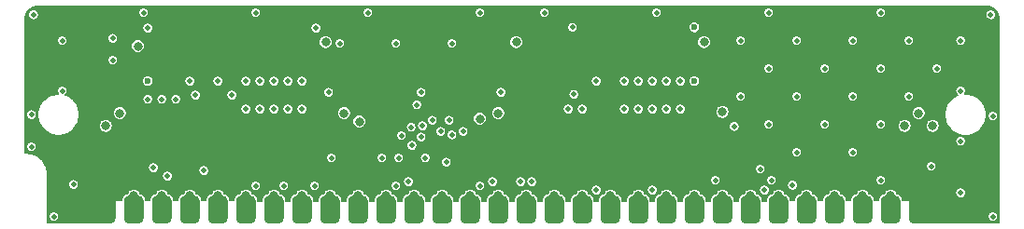
<source format=gbl>
G04 #@! TF.GenerationSoftware,KiCad,Pcbnew,(5.1.10-1-10_14)*
G04 #@! TF.CreationDate,2021-07-28T15:37:46-04:00*
G04 #@! TF.ProjectId,GW4190-SOP,47573431-3930-42d5-934f-502e6b696361,2.0-SOP*
G04 #@! TF.SameCoordinates,Original*
G04 #@! TF.FileFunction,Copper,L4,Bot*
G04 #@! TF.FilePolarity,Positive*
%FSLAX46Y46*%
G04 Gerber Fmt 4.6, Leading zero omitted, Abs format (unit mm)*
G04 Created by KiCad (PCBNEW (5.1.10-1-10_14)) date 2021-07-28 15:37:46*
%MOMM*%
%LPD*%
G01*
G04 APERTURE LIST*
G04 #@! TA.AperFunction,ComponentPad*
%ADD10C,0.800000*%
G04 #@! TD*
G04 #@! TA.AperFunction,ViaPad*
%ADD11C,0.800000*%
G04 #@! TD*
G04 #@! TA.AperFunction,ViaPad*
%ADD12C,0.508000*%
G04 #@! TD*
G04 #@! TA.AperFunction,ViaPad*
%ADD13C,1.000000*%
G04 #@! TD*
G04 #@! TA.AperFunction,ViaPad*
%ADD14C,0.600000*%
G04 #@! TD*
G04 #@! TA.AperFunction,Conductor*
%ADD15C,0.152400*%
G04 #@! TD*
G04 #@! TA.AperFunction,Conductor*
%ADD16C,0.100000*%
G04 #@! TD*
G04 APERTURE END LIST*
G04 #@! TA.AperFunction,SMDPad,CuDef*
G36*
G01*
X82931000Y-100901500D02*
X82931000Y-99250500D01*
G75*
G02*
X83375500Y-98806000I444500J0D01*
G01*
X84264500Y-98806000D01*
G75*
G02*
X84709000Y-99250500I0J-444500D01*
G01*
X84709000Y-100901500D01*
G75*
G02*
X84264500Y-101346000I-444500J0D01*
G01*
X83375500Y-101346000D01*
G75*
G02*
X82931000Y-100901500I0J444500D01*
G01*
G37*
G04 #@! TD.AperFunction*
G04 #@! TA.AperFunction,SMDPad,CuDef*
G36*
G01*
X85471000Y-100901500D02*
X85471000Y-99250500D01*
G75*
G02*
X85915500Y-98806000I444500J0D01*
G01*
X86804500Y-98806000D01*
G75*
G02*
X87249000Y-99250500I0J-444500D01*
G01*
X87249000Y-100901500D01*
G75*
G02*
X86804500Y-101346000I-444500J0D01*
G01*
X85915500Y-101346000D01*
G75*
G02*
X85471000Y-100901500I0J444500D01*
G01*
G37*
G04 #@! TD.AperFunction*
G04 #@! TA.AperFunction,SMDPad,CuDef*
G36*
G01*
X88011000Y-100901500D02*
X88011000Y-99250500D01*
G75*
G02*
X88455500Y-98806000I444500J0D01*
G01*
X89344500Y-98806000D01*
G75*
G02*
X89789000Y-99250500I0J-444500D01*
G01*
X89789000Y-100901500D01*
G75*
G02*
X89344500Y-101346000I-444500J0D01*
G01*
X88455500Y-101346000D01*
G75*
G02*
X88011000Y-100901500I0J444500D01*
G01*
G37*
G04 #@! TD.AperFunction*
G04 #@! TA.AperFunction,SMDPad,CuDef*
G36*
G01*
X90551000Y-100901500D02*
X90551000Y-99250500D01*
G75*
G02*
X90995500Y-98806000I444500J0D01*
G01*
X91884500Y-98806000D01*
G75*
G02*
X92329000Y-99250500I0J-444500D01*
G01*
X92329000Y-100901500D01*
G75*
G02*
X91884500Y-101346000I-444500J0D01*
G01*
X90995500Y-101346000D01*
G75*
G02*
X90551000Y-100901500I0J444500D01*
G01*
G37*
G04 #@! TD.AperFunction*
G04 #@! TA.AperFunction,SMDPad,CuDef*
G36*
G01*
X93091000Y-100901500D02*
X93091000Y-99250500D01*
G75*
G02*
X93535500Y-98806000I444500J0D01*
G01*
X94424500Y-98806000D01*
G75*
G02*
X94869000Y-99250500I0J-444500D01*
G01*
X94869000Y-100901500D01*
G75*
G02*
X94424500Y-101346000I-444500J0D01*
G01*
X93535500Y-101346000D01*
G75*
G02*
X93091000Y-100901500I0J444500D01*
G01*
G37*
G04 #@! TD.AperFunction*
G04 #@! TA.AperFunction,SMDPad,CuDef*
G36*
G01*
X95631000Y-100901500D02*
X95631000Y-99250500D01*
G75*
G02*
X96075500Y-98806000I444500J0D01*
G01*
X96964500Y-98806000D01*
G75*
G02*
X97409000Y-99250500I0J-444500D01*
G01*
X97409000Y-100901500D01*
G75*
G02*
X96964500Y-101346000I-444500J0D01*
G01*
X96075500Y-101346000D01*
G75*
G02*
X95631000Y-100901500I0J444500D01*
G01*
G37*
G04 #@! TD.AperFunction*
G04 #@! TA.AperFunction,SMDPad,CuDef*
G36*
G01*
X98171000Y-100901500D02*
X98171000Y-99250500D01*
G75*
G02*
X98615500Y-98806000I444500J0D01*
G01*
X99504500Y-98806000D01*
G75*
G02*
X99949000Y-99250500I0J-444500D01*
G01*
X99949000Y-100901500D01*
G75*
G02*
X99504500Y-101346000I-444500J0D01*
G01*
X98615500Y-101346000D01*
G75*
G02*
X98171000Y-100901500I0J444500D01*
G01*
G37*
G04 #@! TD.AperFunction*
G04 #@! TA.AperFunction,SMDPad,CuDef*
G36*
G01*
X100711000Y-100901500D02*
X100711000Y-99250500D01*
G75*
G02*
X101155500Y-98806000I444500J0D01*
G01*
X102044500Y-98806000D01*
G75*
G02*
X102489000Y-99250500I0J-444500D01*
G01*
X102489000Y-100901500D01*
G75*
G02*
X102044500Y-101346000I-444500J0D01*
G01*
X101155500Y-101346000D01*
G75*
G02*
X100711000Y-100901500I0J444500D01*
G01*
G37*
G04 #@! TD.AperFunction*
G04 #@! TA.AperFunction,SMDPad,CuDef*
G36*
G01*
X103251000Y-100901500D02*
X103251000Y-99250500D01*
G75*
G02*
X103695500Y-98806000I444500J0D01*
G01*
X104584500Y-98806000D01*
G75*
G02*
X105029000Y-99250500I0J-444500D01*
G01*
X105029000Y-100901500D01*
G75*
G02*
X104584500Y-101346000I-444500J0D01*
G01*
X103695500Y-101346000D01*
G75*
G02*
X103251000Y-100901500I0J444500D01*
G01*
G37*
G04 #@! TD.AperFunction*
G04 #@! TA.AperFunction,SMDPad,CuDef*
G36*
G01*
X105791000Y-100901500D02*
X105791000Y-99250500D01*
G75*
G02*
X106235500Y-98806000I444500J0D01*
G01*
X107124500Y-98806000D01*
G75*
G02*
X107569000Y-99250500I0J-444500D01*
G01*
X107569000Y-100901500D01*
G75*
G02*
X107124500Y-101346000I-444500J0D01*
G01*
X106235500Y-101346000D01*
G75*
G02*
X105791000Y-100901500I0J444500D01*
G01*
G37*
G04 #@! TD.AperFunction*
G04 #@! TA.AperFunction,SMDPad,CuDef*
G36*
G01*
X108331000Y-100901500D02*
X108331000Y-99250500D01*
G75*
G02*
X108775500Y-98806000I444500J0D01*
G01*
X109664500Y-98806000D01*
G75*
G02*
X110109000Y-99250500I0J-444500D01*
G01*
X110109000Y-100901500D01*
G75*
G02*
X109664500Y-101346000I-444500J0D01*
G01*
X108775500Y-101346000D01*
G75*
G02*
X108331000Y-100901500I0J444500D01*
G01*
G37*
G04 #@! TD.AperFunction*
G04 #@! TA.AperFunction,SMDPad,CuDef*
G36*
G01*
X110871000Y-100901500D02*
X110871000Y-99250500D01*
G75*
G02*
X111315500Y-98806000I444500J0D01*
G01*
X112204500Y-98806000D01*
G75*
G02*
X112649000Y-99250500I0J-444500D01*
G01*
X112649000Y-100901500D01*
G75*
G02*
X112204500Y-101346000I-444500J0D01*
G01*
X111315500Y-101346000D01*
G75*
G02*
X110871000Y-100901500I0J444500D01*
G01*
G37*
G04 #@! TD.AperFunction*
G04 #@! TA.AperFunction,SMDPad,CuDef*
G36*
G01*
X113411000Y-100901500D02*
X113411000Y-99250500D01*
G75*
G02*
X113855500Y-98806000I444500J0D01*
G01*
X114744500Y-98806000D01*
G75*
G02*
X115189000Y-99250500I0J-444500D01*
G01*
X115189000Y-100901500D01*
G75*
G02*
X114744500Y-101346000I-444500J0D01*
G01*
X113855500Y-101346000D01*
G75*
G02*
X113411000Y-100901500I0J444500D01*
G01*
G37*
G04 #@! TD.AperFunction*
G04 #@! TA.AperFunction,SMDPad,CuDef*
G36*
G01*
X115951000Y-100901500D02*
X115951000Y-99250500D01*
G75*
G02*
X116395500Y-98806000I444500J0D01*
G01*
X117284500Y-98806000D01*
G75*
G02*
X117729000Y-99250500I0J-444500D01*
G01*
X117729000Y-100901500D01*
G75*
G02*
X117284500Y-101346000I-444500J0D01*
G01*
X116395500Y-101346000D01*
G75*
G02*
X115951000Y-100901500I0J444500D01*
G01*
G37*
G04 #@! TD.AperFunction*
G04 #@! TA.AperFunction,SMDPad,CuDef*
G36*
G01*
X118491000Y-100901500D02*
X118491000Y-99250500D01*
G75*
G02*
X118935500Y-98806000I444500J0D01*
G01*
X119824500Y-98806000D01*
G75*
G02*
X120269000Y-99250500I0J-444500D01*
G01*
X120269000Y-100901500D01*
G75*
G02*
X119824500Y-101346000I-444500J0D01*
G01*
X118935500Y-101346000D01*
G75*
G02*
X118491000Y-100901500I0J444500D01*
G01*
G37*
G04 #@! TD.AperFunction*
G04 #@! TA.AperFunction,SMDPad,CuDef*
G36*
G01*
X121031000Y-100901500D02*
X121031000Y-99250500D01*
G75*
G02*
X121475500Y-98806000I444500J0D01*
G01*
X122364500Y-98806000D01*
G75*
G02*
X122809000Y-99250500I0J-444500D01*
G01*
X122809000Y-100901500D01*
G75*
G02*
X122364500Y-101346000I-444500J0D01*
G01*
X121475500Y-101346000D01*
G75*
G02*
X121031000Y-100901500I0J444500D01*
G01*
G37*
G04 #@! TD.AperFunction*
G04 #@! TA.AperFunction,SMDPad,CuDef*
G36*
G01*
X123571000Y-100901500D02*
X123571000Y-99250500D01*
G75*
G02*
X124015500Y-98806000I444500J0D01*
G01*
X124904500Y-98806000D01*
G75*
G02*
X125349000Y-99250500I0J-444500D01*
G01*
X125349000Y-100901500D01*
G75*
G02*
X124904500Y-101346000I-444500J0D01*
G01*
X124015500Y-101346000D01*
G75*
G02*
X123571000Y-100901500I0J444500D01*
G01*
G37*
G04 #@! TD.AperFunction*
G04 #@! TA.AperFunction,SMDPad,CuDef*
G36*
G01*
X126111000Y-100901500D02*
X126111000Y-99250500D01*
G75*
G02*
X126555500Y-98806000I444500J0D01*
G01*
X127444500Y-98806000D01*
G75*
G02*
X127889000Y-99250500I0J-444500D01*
G01*
X127889000Y-100901500D01*
G75*
G02*
X127444500Y-101346000I-444500J0D01*
G01*
X126555500Y-101346000D01*
G75*
G02*
X126111000Y-100901500I0J444500D01*
G01*
G37*
G04 #@! TD.AperFunction*
G04 #@! TA.AperFunction,SMDPad,CuDef*
G36*
G01*
X128651000Y-100901500D02*
X128651000Y-99250500D01*
G75*
G02*
X129095500Y-98806000I444500J0D01*
G01*
X129984500Y-98806000D01*
G75*
G02*
X130429000Y-99250500I0J-444500D01*
G01*
X130429000Y-100901500D01*
G75*
G02*
X129984500Y-101346000I-444500J0D01*
G01*
X129095500Y-101346000D01*
G75*
G02*
X128651000Y-100901500I0J444500D01*
G01*
G37*
G04 #@! TD.AperFunction*
G04 #@! TA.AperFunction,SMDPad,CuDef*
G36*
G01*
X131191000Y-100901500D02*
X131191000Y-99250500D01*
G75*
G02*
X131635500Y-98806000I444500J0D01*
G01*
X132524500Y-98806000D01*
G75*
G02*
X132969000Y-99250500I0J-444500D01*
G01*
X132969000Y-100901500D01*
G75*
G02*
X132524500Y-101346000I-444500J0D01*
G01*
X131635500Y-101346000D01*
G75*
G02*
X131191000Y-100901500I0J444500D01*
G01*
G37*
G04 #@! TD.AperFunction*
G04 #@! TA.AperFunction,SMDPad,CuDef*
G36*
G01*
X133731000Y-100901500D02*
X133731000Y-99250500D01*
G75*
G02*
X134175500Y-98806000I444500J0D01*
G01*
X135064500Y-98806000D01*
G75*
G02*
X135509000Y-99250500I0J-444500D01*
G01*
X135509000Y-100901500D01*
G75*
G02*
X135064500Y-101346000I-444500J0D01*
G01*
X134175500Y-101346000D01*
G75*
G02*
X133731000Y-100901500I0J444500D01*
G01*
G37*
G04 #@! TD.AperFunction*
G04 #@! TA.AperFunction,SMDPad,CuDef*
G36*
G01*
X136271000Y-100901500D02*
X136271000Y-99250500D01*
G75*
G02*
X136715500Y-98806000I444500J0D01*
G01*
X137604500Y-98806000D01*
G75*
G02*
X138049000Y-99250500I0J-444500D01*
G01*
X138049000Y-100901500D01*
G75*
G02*
X137604500Y-101346000I-444500J0D01*
G01*
X136715500Y-101346000D01*
G75*
G02*
X136271000Y-100901500I0J444500D01*
G01*
G37*
G04 #@! TD.AperFunction*
G04 #@! TA.AperFunction,SMDPad,CuDef*
G36*
G01*
X138811000Y-100901500D02*
X138811000Y-99250500D01*
G75*
G02*
X139255500Y-98806000I444500J0D01*
G01*
X140144500Y-98806000D01*
G75*
G02*
X140589000Y-99250500I0J-444500D01*
G01*
X140589000Y-100901500D01*
G75*
G02*
X140144500Y-101346000I-444500J0D01*
G01*
X139255500Y-101346000D01*
G75*
G02*
X138811000Y-100901500I0J444500D01*
G01*
G37*
G04 #@! TD.AperFunction*
G04 #@! TA.AperFunction,SMDPad,CuDef*
G36*
G01*
X141351000Y-100901500D02*
X141351000Y-99250500D01*
G75*
G02*
X141795500Y-98806000I444500J0D01*
G01*
X142684500Y-98806000D01*
G75*
G02*
X143129000Y-99250500I0J-444500D01*
G01*
X143129000Y-100901500D01*
G75*
G02*
X142684500Y-101346000I-444500J0D01*
G01*
X141795500Y-101346000D01*
G75*
G02*
X141351000Y-100901500I0J444500D01*
G01*
G37*
G04 #@! TD.AperFunction*
G04 #@! TA.AperFunction,SMDPad,CuDef*
G36*
G01*
X143891000Y-100901500D02*
X143891000Y-99250500D01*
G75*
G02*
X144335500Y-98806000I444500J0D01*
G01*
X145224500Y-98806000D01*
G75*
G02*
X145669000Y-99250500I0J-444500D01*
G01*
X145669000Y-100901500D01*
G75*
G02*
X145224500Y-101346000I-444500J0D01*
G01*
X144335500Y-101346000D01*
G75*
G02*
X143891000Y-100901500I0J444500D01*
G01*
G37*
G04 #@! TD.AperFunction*
G04 #@! TA.AperFunction,SMDPad,CuDef*
G36*
G01*
X146431000Y-100901500D02*
X146431000Y-99250500D01*
G75*
G02*
X146875500Y-98806000I444500J0D01*
G01*
X147764500Y-98806000D01*
G75*
G02*
X148209000Y-99250500I0J-444500D01*
G01*
X148209000Y-100901500D01*
G75*
G02*
X147764500Y-101346000I-444500J0D01*
G01*
X146875500Y-101346000D01*
G75*
G02*
X146431000Y-100901500I0J444500D01*
G01*
G37*
G04 #@! TD.AperFunction*
G04 #@! TA.AperFunction,SMDPad,CuDef*
G36*
G01*
X148971000Y-100901500D02*
X148971000Y-99250500D01*
G75*
G02*
X149415500Y-98806000I444500J0D01*
G01*
X150304500Y-98806000D01*
G75*
G02*
X150749000Y-99250500I0J-444500D01*
G01*
X150749000Y-100901500D01*
G75*
G02*
X150304500Y-101346000I-444500J0D01*
G01*
X149415500Y-101346000D01*
G75*
G02*
X148971000Y-100901500I0J444500D01*
G01*
G37*
G04 #@! TD.AperFunction*
G04 #@! TA.AperFunction,SMDPad,CuDef*
G36*
G01*
X151511000Y-100901500D02*
X151511000Y-99250500D01*
G75*
G02*
X151955500Y-98806000I444500J0D01*
G01*
X152844500Y-98806000D01*
G75*
G02*
X153289000Y-99250500I0J-444500D01*
G01*
X153289000Y-100901500D01*
G75*
G02*
X152844500Y-101346000I-444500J0D01*
G01*
X151955500Y-101346000D01*
G75*
G02*
X151511000Y-100901500I0J444500D01*
G01*
G37*
G04 #@! TD.AperFunction*
G04 #@! TA.AperFunction,SMDPad,CuDef*
G36*
G01*
X154051000Y-100901500D02*
X154051000Y-99250500D01*
G75*
G02*
X154495500Y-98806000I444500J0D01*
G01*
X155384500Y-98806000D01*
G75*
G02*
X155829000Y-99250500I0J-444500D01*
G01*
X155829000Y-100901500D01*
G75*
G02*
X155384500Y-101346000I-444500J0D01*
G01*
X154495500Y-101346000D01*
G75*
G02*
X154051000Y-100901500I0J444500D01*
G01*
G37*
G04 #@! TD.AperFunction*
G04 #@! TA.AperFunction,SMDPad,CuDef*
G36*
G01*
X156591000Y-100901500D02*
X156591000Y-99250500D01*
G75*
G02*
X157035500Y-98806000I444500J0D01*
G01*
X157924500Y-98806000D01*
G75*
G02*
X158369000Y-99250500I0J-444500D01*
G01*
X158369000Y-100901500D01*
G75*
G02*
X157924500Y-101346000I-444500J0D01*
G01*
X157035500Y-101346000D01*
G75*
G02*
X156591000Y-100901500I0J444500D01*
G01*
G37*
G04 #@! TD.AperFunction*
D10*
X88900000Y-98806000D03*
X86360000Y-98806000D03*
X83820000Y-98806000D03*
X93980000Y-98806000D03*
X91440000Y-98806000D03*
X96520000Y-98806000D03*
X99060000Y-98806000D03*
X104140000Y-98806000D03*
X101600000Y-98806000D03*
X109220000Y-98806000D03*
X106680000Y-98806000D03*
X111760000Y-98806000D03*
X116840000Y-98806000D03*
X114300000Y-98806000D03*
X119380000Y-98806000D03*
X124460000Y-98806000D03*
X121920000Y-98806000D03*
X127000000Y-98806000D03*
X149860000Y-98806000D03*
X147320000Y-98806000D03*
X152400000Y-98806000D03*
X134620000Y-98806000D03*
X132080000Y-98806000D03*
X137160000Y-98806000D03*
X142240000Y-98806000D03*
X139700000Y-98806000D03*
X144780000Y-98806000D03*
X129540000Y-98806000D03*
X154940000Y-98806000D03*
X157480000Y-98806000D03*
D11*
X86741000Y-94107000D03*
X121031000Y-94107000D03*
X138049000Y-94107000D03*
X83820000Y-94107000D03*
X85090000Y-95250000D03*
X103759000Y-94107000D03*
X106680000Y-94107000D03*
X118110000Y-94107000D03*
X119380000Y-95250000D03*
D12*
X105410000Y-94996000D03*
D11*
X139700000Y-95250000D03*
X156210000Y-94107000D03*
X158750000Y-94107000D03*
D13*
X157480000Y-95377000D03*
D12*
X140779500Y-93980000D03*
D14*
X121920000Y-90932000D03*
X137160000Y-90932000D03*
D12*
X121920000Y-95758000D03*
D14*
X102870000Y-90932000D03*
X87630000Y-90932000D03*
X87630000Y-95758000D03*
D12*
X159131000Y-82169000D03*
X148971000Y-82169000D03*
X92329000Y-82169000D03*
X102489000Y-82169000D03*
X138811000Y-82169000D03*
X128651000Y-82169000D03*
X112649000Y-82169000D03*
X82169000Y-82169000D03*
X77089000Y-86995000D03*
X164211000Y-86995000D03*
X164211000Y-96139000D03*
X78994000Y-94742000D03*
X146050000Y-97853500D03*
X125730000Y-90932000D03*
X115189000Y-93281500D03*
X127000000Y-90932000D03*
X112522000Y-92456000D03*
X91440000Y-88392000D03*
X84450000Y-86500000D03*
X77089000Y-94361000D03*
X164211000Y-91567000D03*
X77089000Y-91440000D03*
X161290000Y-84709000D03*
D11*
X121031000Y-84836000D03*
X103759000Y-84836000D03*
X86741000Y-85217000D03*
D12*
X108839000Y-95377000D03*
X104267000Y-95377000D03*
X95250000Y-89662000D03*
X112395000Y-89408000D03*
X119634000Y-89408000D03*
X92710000Y-96520000D03*
X111252000Y-97536000D03*
X117729000Y-97917000D03*
X118872000Y-97536000D03*
X139065000Y-97409000D03*
X89408000Y-97028000D03*
X88138000Y-96266000D03*
X143510000Y-98298000D03*
X114681000Y-95758000D03*
X144145000Y-97409000D03*
X143129000Y-96393000D03*
X112014000Y-90551000D03*
X88900000Y-90043000D03*
X87630000Y-90043000D03*
X90170000Y-90043000D03*
X91948000Y-89662000D03*
X126238000Y-89598500D03*
X121412000Y-97536000D03*
X122428000Y-97536000D03*
X77279500Y-82359500D03*
X164020500Y-82359500D03*
X164211000Y-100711000D03*
X79121000Y-100711000D03*
X79883000Y-84709000D03*
X161290000Y-89281000D03*
X161290000Y-93853000D03*
X161290000Y-98552000D03*
X80899000Y-97790000D03*
X79883000Y-89281000D03*
X133350000Y-98298000D03*
X110109000Y-97917000D03*
X102743000Y-97917000D03*
X99949000Y-97917000D03*
X97409000Y-97917000D03*
X128270000Y-98298000D03*
X158623000Y-96139000D03*
X113411000Y-91948000D03*
X116205000Y-92964000D03*
X114935000Y-91948000D03*
X114173000Y-92964000D03*
X112395000Y-93472000D03*
X112776000Y-95377000D03*
X110363000Y-95377000D03*
X111506000Y-92583000D03*
X110617000Y-93345000D03*
X111569500Y-94234000D03*
D11*
X83820000Y-92456000D03*
X85090000Y-91313000D03*
D12*
X104013000Y-89408000D03*
D11*
X105410000Y-91313000D03*
X119380000Y-91313000D03*
X117729000Y-91821000D03*
X106807000Y-92075000D03*
X139700000Y-91186000D03*
X156210000Y-92456000D03*
X158750000Y-92456000D03*
D12*
X84450000Y-84500000D03*
X140779500Y-92519500D03*
D14*
X87630000Y-88392000D03*
X137160000Y-88392000D03*
D11*
X157480000Y-91313000D03*
D14*
X137160000Y-83502500D03*
D12*
X154051000Y-82169000D03*
X87249000Y-82169000D03*
X97409000Y-82169000D03*
X143891000Y-82169000D03*
X133731000Y-82169000D03*
X107569000Y-82169000D03*
X117729000Y-82169000D03*
X123571000Y-82169000D03*
X110109000Y-84963000D03*
X105029000Y-84963000D03*
X115189000Y-84963000D03*
X126111000Y-83502500D03*
X102870000Y-83566000D03*
X87630000Y-83566000D03*
D11*
X138049000Y-84836000D03*
D12*
X141351000Y-84709000D03*
X146431000Y-84709000D03*
X151511000Y-84709000D03*
X156591000Y-84709000D03*
X143891000Y-87249000D03*
X154051000Y-87249000D03*
X148971000Y-87249000D03*
X159131000Y-87249000D03*
X143891000Y-92329000D03*
X154051000Y-92329000D03*
X148971000Y-92329000D03*
X141351000Y-89789000D03*
X151511000Y-89789000D03*
X146431000Y-89789000D03*
X156591000Y-89789000D03*
X151511000Y-94869000D03*
X146431000Y-94869000D03*
X154051000Y-97409000D03*
X132080000Y-90932000D03*
X100330000Y-90932000D03*
X133350000Y-90932000D03*
X99060000Y-90932000D03*
X134620000Y-90932000D03*
X97790000Y-90932000D03*
X135890000Y-90932000D03*
X96520000Y-90932000D03*
X93980000Y-88392000D03*
X135890000Y-88392000D03*
X134620000Y-88392000D03*
X96520000Y-88392000D03*
X97790000Y-88392000D03*
X133350000Y-88392000D03*
X99060000Y-88392000D03*
X132080000Y-88392000D03*
X100330000Y-88392000D03*
X130810000Y-88392000D03*
X130810000Y-90932000D03*
X101600000Y-90932000D03*
X101600000Y-88392000D03*
X128270000Y-88392000D03*
D15*
X163807884Y-81632912D02*
X164030929Y-81700254D01*
X164236653Y-81809639D01*
X164417209Y-81956896D01*
X164565723Y-82136420D01*
X164676544Y-82341378D01*
X164745441Y-82563947D01*
X164771400Y-82810934D01*
X164771401Y-101271400D01*
X157689548Y-101271400D01*
X157925966Y-100663468D01*
X163728400Y-100663468D01*
X163728400Y-100758532D01*
X163746946Y-100851769D01*
X163783326Y-100939597D01*
X163836140Y-101018640D01*
X163903360Y-101085860D01*
X163982403Y-101138674D01*
X164070231Y-101175054D01*
X164163468Y-101193600D01*
X164258532Y-101193600D01*
X164351769Y-101175054D01*
X164439597Y-101138674D01*
X164518640Y-101085860D01*
X164585860Y-101018640D01*
X164638674Y-100939597D01*
X164675054Y-100851769D01*
X164693600Y-100758532D01*
X164693600Y-100663468D01*
X164675054Y-100570231D01*
X164638674Y-100482403D01*
X164585860Y-100403360D01*
X164518640Y-100336140D01*
X164439597Y-100283326D01*
X164351769Y-100246946D01*
X164258532Y-100228400D01*
X164163468Y-100228400D01*
X164070231Y-100246946D01*
X163982403Y-100283326D01*
X163903360Y-100336140D01*
X163836140Y-100403360D01*
X163783326Y-100482403D01*
X163746946Y-100570231D01*
X163728400Y-100663468D01*
X157925966Y-100663468D01*
X158440019Y-99341618D01*
X158443760Y-99328743D01*
X158445200Y-99313875D01*
X158443711Y-99299011D01*
X158439352Y-99284724D01*
X158432288Y-99271561D01*
X158422793Y-99260030D01*
X158411230Y-99250572D01*
X158398045Y-99243553D01*
X158383743Y-99239240D01*
X158368875Y-99237800D01*
X156057830Y-99241601D01*
X156045751Y-99118969D01*
X156007385Y-98992493D01*
X155945082Y-98875931D01*
X155861236Y-98773764D01*
X155759069Y-98689918D01*
X155642507Y-98627615D01*
X155532707Y-98594308D01*
X155497059Y-98508246D01*
X155494535Y-98504468D01*
X160807400Y-98504468D01*
X160807400Y-98599532D01*
X160825946Y-98692769D01*
X160862326Y-98780597D01*
X160915140Y-98859640D01*
X160982360Y-98926860D01*
X161061403Y-98979674D01*
X161149231Y-99016054D01*
X161242468Y-99034600D01*
X161337532Y-99034600D01*
X161430769Y-99016054D01*
X161518597Y-98979674D01*
X161597640Y-98926860D01*
X161664860Y-98859640D01*
X161717674Y-98780597D01*
X161754054Y-98692769D01*
X161772600Y-98599532D01*
X161772600Y-98504468D01*
X161754054Y-98411231D01*
X161717674Y-98323403D01*
X161664860Y-98244360D01*
X161597640Y-98177140D01*
X161518597Y-98124326D01*
X161430769Y-98087946D01*
X161337532Y-98069400D01*
X161242468Y-98069400D01*
X161149231Y-98087946D01*
X161061403Y-98124326D01*
X160982360Y-98177140D01*
X160915140Y-98244360D01*
X160862326Y-98323403D01*
X160825946Y-98411231D01*
X160807400Y-98504468D01*
X155494535Y-98504468D01*
X155428266Y-98405291D01*
X155340709Y-98317734D01*
X155237754Y-98248941D01*
X155123356Y-98201556D01*
X155001912Y-98177400D01*
X154878088Y-98177400D01*
X154756644Y-98201556D01*
X154642246Y-98248941D01*
X154539291Y-98317734D01*
X154451734Y-98405291D01*
X154382941Y-98508246D01*
X154347293Y-98594308D01*
X154237493Y-98627615D01*
X154120931Y-98689918D01*
X154018764Y-98773764D01*
X153934918Y-98875931D01*
X153872615Y-98992493D01*
X153834249Y-99118969D01*
X153821808Y-99245279D01*
X153518241Y-99245778D01*
X153505751Y-99118969D01*
X153467385Y-98992493D01*
X153405082Y-98875931D01*
X153321236Y-98773764D01*
X153219069Y-98689918D01*
X153102507Y-98627615D01*
X152992707Y-98594308D01*
X152957059Y-98508246D01*
X152888266Y-98405291D01*
X152800709Y-98317734D01*
X152697754Y-98248941D01*
X152583356Y-98201556D01*
X152461912Y-98177400D01*
X152338088Y-98177400D01*
X152216644Y-98201556D01*
X152102246Y-98248941D01*
X151999291Y-98317734D01*
X151911734Y-98405291D01*
X151842941Y-98508246D01*
X151807293Y-98594308D01*
X151697493Y-98627615D01*
X151580931Y-98689918D01*
X151478764Y-98773764D01*
X151394918Y-98875931D01*
X151332615Y-98992493D01*
X151294249Y-99118969D01*
X151281397Y-99249457D01*
X150978652Y-99249955D01*
X150965751Y-99118969D01*
X150927385Y-98992493D01*
X150865082Y-98875931D01*
X150781236Y-98773764D01*
X150679069Y-98689918D01*
X150562507Y-98627615D01*
X150452707Y-98594308D01*
X150417059Y-98508246D01*
X150348266Y-98405291D01*
X150260709Y-98317734D01*
X150157754Y-98248941D01*
X150043356Y-98201556D01*
X149921912Y-98177400D01*
X149798088Y-98177400D01*
X149676644Y-98201556D01*
X149562246Y-98248941D01*
X149459291Y-98317734D01*
X149371734Y-98405291D01*
X149302941Y-98508246D01*
X149267293Y-98594308D01*
X149157493Y-98627615D01*
X149040931Y-98689918D01*
X148938764Y-98773764D01*
X148854918Y-98875931D01*
X148792615Y-98992493D01*
X148754249Y-99118969D01*
X148741294Y-99250500D01*
X148741294Y-99253635D01*
X148438706Y-99254133D01*
X148438706Y-99250500D01*
X148425751Y-99118969D01*
X148387385Y-98992493D01*
X148325082Y-98875931D01*
X148241236Y-98773764D01*
X148139069Y-98689918D01*
X148022507Y-98627615D01*
X147912707Y-98594308D01*
X147877059Y-98508246D01*
X147808266Y-98405291D01*
X147720709Y-98317734D01*
X147617754Y-98248941D01*
X147503356Y-98201556D01*
X147381912Y-98177400D01*
X147258088Y-98177400D01*
X147136644Y-98201556D01*
X147022246Y-98248941D01*
X146919291Y-98317734D01*
X146831734Y-98405291D01*
X146762941Y-98508246D01*
X146727293Y-98594308D01*
X146617493Y-98627615D01*
X146500931Y-98689918D01*
X146398764Y-98773764D01*
X146314918Y-98875931D01*
X146252615Y-98992493D01*
X146214249Y-99118969D01*
X146201294Y-99250500D01*
X146201294Y-99257813D01*
X145898706Y-99258310D01*
X145898706Y-99250500D01*
X145885751Y-99118969D01*
X145847385Y-98992493D01*
X145785082Y-98875931D01*
X145701236Y-98773764D01*
X145599069Y-98689918D01*
X145482507Y-98627615D01*
X145372707Y-98594308D01*
X145337059Y-98508246D01*
X145268266Y-98405291D01*
X145180709Y-98317734D01*
X145077754Y-98248941D01*
X144963356Y-98201556D01*
X144841912Y-98177400D01*
X144718088Y-98177400D01*
X144596644Y-98201556D01*
X144482246Y-98248941D01*
X144379291Y-98317734D01*
X144291734Y-98405291D01*
X144222941Y-98508246D01*
X144187293Y-98594308D01*
X144077493Y-98627615D01*
X143960931Y-98689918D01*
X143858764Y-98773764D01*
X143774918Y-98875931D01*
X143712615Y-98992493D01*
X143674249Y-99118969D01*
X143661294Y-99250500D01*
X143661294Y-99261990D01*
X143358706Y-99262488D01*
X143358706Y-99250500D01*
X143345751Y-99118969D01*
X143307385Y-98992493D01*
X143245082Y-98875931D01*
X143161236Y-98773764D01*
X143059069Y-98689918D01*
X142942507Y-98627615D01*
X142832707Y-98594308D01*
X142797059Y-98508246D01*
X142728266Y-98405291D01*
X142640709Y-98317734D01*
X142540040Y-98250468D01*
X143027400Y-98250468D01*
X143027400Y-98345532D01*
X143045946Y-98438769D01*
X143082326Y-98526597D01*
X143135140Y-98605640D01*
X143202360Y-98672860D01*
X143281403Y-98725674D01*
X143369231Y-98762054D01*
X143462468Y-98780600D01*
X143557532Y-98780600D01*
X143650769Y-98762054D01*
X143738597Y-98725674D01*
X143817640Y-98672860D01*
X143884860Y-98605640D01*
X143937674Y-98526597D01*
X143974054Y-98438769D01*
X143992600Y-98345532D01*
X143992600Y-98250468D01*
X143974054Y-98157231D01*
X143937674Y-98069403D01*
X143884860Y-97990360D01*
X143817640Y-97923140D01*
X143738597Y-97870326D01*
X143650769Y-97833946D01*
X143557532Y-97815400D01*
X143462468Y-97815400D01*
X143369231Y-97833946D01*
X143281403Y-97870326D01*
X143202360Y-97923140D01*
X143135140Y-97990360D01*
X143082326Y-98069403D01*
X143045946Y-98157231D01*
X143027400Y-98250468D01*
X142540040Y-98250468D01*
X142537754Y-98248941D01*
X142423356Y-98201556D01*
X142301912Y-98177400D01*
X142178088Y-98177400D01*
X142056644Y-98201556D01*
X141942246Y-98248941D01*
X141839291Y-98317734D01*
X141751734Y-98405291D01*
X141682941Y-98508246D01*
X141647293Y-98594308D01*
X141537493Y-98627615D01*
X141420931Y-98689918D01*
X141318764Y-98773764D01*
X141234918Y-98875931D01*
X141172615Y-98992493D01*
X141134249Y-99118969D01*
X141121294Y-99250500D01*
X141121294Y-99266168D01*
X140818706Y-99266666D01*
X140818706Y-99250500D01*
X140805751Y-99118969D01*
X140767385Y-98992493D01*
X140705082Y-98875931D01*
X140621236Y-98773764D01*
X140519069Y-98689918D01*
X140402507Y-98627615D01*
X140292707Y-98594308D01*
X140257059Y-98508246D01*
X140188266Y-98405291D01*
X140100709Y-98317734D01*
X139997754Y-98248941D01*
X139883356Y-98201556D01*
X139761912Y-98177400D01*
X139638088Y-98177400D01*
X139516644Y-98201556D01*
X139402246Y-98248941D01*
X139299291Y-98317734D01*
X139211734Y-98405291D01*
X139142941Y-98508246D01*
X139107293Y-98594308D01*
X138997493Y-98627615D01*
X138880931Y-98689918D01*
X138778764Y-98773764D01*
X138694918Y-98875931D01*
X138632615Y-98992493D01*
X138594249Y-99118969D01*
X138581294Y-99250500D01*
X138581294Y-99270345D01*
X138278706Y-99270843D01*
X138278706Y-99250500D01*
X138265751Y-99118969D01*
X138227385Y-98992493D01*
X138165082Y-98875931D01*
X138081236Y-98773764D01*
X137979069Y-98689918D01*
X137862507Y-98627615D01*
X137752707Y-98594308D01*
X137717059Y-98508246D01*
X137648266Y-98405291D01*
X137560709Y-98317734D01*
X137457754Y-98248941D01*
X137343356Y-98201556D01*
X137221912Y-98177400D01*
X137098088Y-98177400D01*
X136976644Y-98201556D01*
X136862246Y-98248941D01*
X136759291Y-98317734D01*
X136671734Y-98405291D01*
X136602941Y-98508246D01*
X136567293Y-98594308D01*
X136457493Y-98627615D01*
X136340931Y-98689918D01*
X136238764Y-98773764D01*
X136154918Y-98875931D01*
X136092615Y-98992493D01*
X136054249Y-99118969D01*
X136041294Y-99250500D01*
X136041294Y-99274523D01*
X135738706Y-99275021D01*
X135738706Y-99250500D01*
X135725751Y-99118969D01*
X135687385Y-98992493D01*
X135625082Y-98875931D01*
X135541236Y-98773764D01*
X135439069Y-98689918D01*
X135322507Y-98627615D01*
X135212707Y-98594308D01*
X135177059Y-98508246D01*
X135108266Y-98405291D01*
X135020709Y-98317734D01*
X134917754Y-98248941D01*
X134803356Y-98201556D01*
X134681912Y-98177400D01*
X134558088Y-98177400D01*
X134436644Y-98201556D01*
X134322246Y-98248941D01*
X134219291Y-98317734D01*
X134131734Y-98405291D01*
X134062941Y-98508246D01*
X134027293Y-98594308D01*
X133917493Y-98627615D01*
X133800931Y-98689918D01*
X133698764Y-98773764D01*
X133614918Y-98875931D01*
X133552615Y-98992493D01*
X133514249Y-99118969D01*
X133501294Y-99250500D01*
X133501294Y-99278701D01*
X133198706Y-99279198D01*
X133198706Y-99250500D01*
X133185751Y-99118969D01*
X133147385Y-98992493D01*
X133085082Y-98875931D01*
X133001236Y-98773764D01*
X132899069Y-98689918D01*
X132782507Y-98627615D01*
X132672707Y-98594308D01*
X132637059Y-98508246D01*
X132568266Y-98405291D01*
X132480709Y-98317734D01*
X132380040Y-98250468D01*
X132867400Y-98250468D01*
X132867400Y-98345532D01*
X132885946Y-98438769D01*
X132922326Y-98526597D01*
X132975140Y-98605640D01*
X133042360Y-98672860D01*
X133121403Y-98725674D01*
X133209231Y-98762054D01*
X133302468Y-98780600D01*
X133397532Y-98780600D01*
X133490769Y-98762054D01*
X133578597Y-98725674D01*
X133657640Y-98672860D01*
X133724860Y-98605640D01*
X133777674Y-98526597D01*
X133814054Y-98438769D01*
X133832600Y-98345532D01*
X133832600Y-98250468D01*
X133814054Y-98157231D01*
X133777674Y-98069403D01*
X133724860Y-97990360D01*
X133657640Y-97923140D01*
X133578597Y-97870326D01*
X133490769Y-97833946D01*
X133397532Y-97815400D01*
X133302468Y-97815400D01*
X133209231Y-97833946D01*
X133121403Y-97870326D01*
X133042360Y-97923140D01*
X132975140Y-97990360D01*
X132922326Y-98069403D01*
X132885946Y-98157231D01*
X132867400Y-98250468D01*
X132380040Y-98250468D01*
X132377754Y-98248941D01*
X132263356Y-98201556D01*
X132141912Y-98177400D01*
X132018088Y-98177400D01*
X131896644Y-98201556D01*
X131782246Y-98248941D01*
X131679291Y-98317734D01*
X131591734Y-98405291D01*
X131522941Y-98508246D01*
X131487293Y-98594308D01*
X131377493Y-98627615D01*
X131260931Y-98689918D01*
X131158764Y-98773764D01*
X131074918Y-98875931D01*
X131012615Y-98992493D01*
X130974249Y-99118969D01*
X130961294Y-99250500D01*
X130961294Y-99282878D01*
X130658706Y-99283376D01*
X130658706Y-99250500D01*
X130645751Y-99118969D01*
X130607385Y-98992493D01*
X130545082Y-98875931D01*
X130461236Y-98773764D01*
X130359069Y-98689918D01*
X130242507Y-98627615D01*
X130132707Y-98594308D01*
X130097059Y-98508246D01*
X130028266Y-98405291D01*
X129940709Y-98317734D01*
X129837754Y-98248941D01*
X129723356Y-98201556D01*
X129601912Y-98177400D01*
X129478088Y-98177400D01*
X129356644Y-98201556D01*
X129242246Y-98248941D01*
X129139291Y-98317734D01*
X129051734Y-98405291D01*
X128982941Y-98508246D01*
X128947293Y-98594308D01*
X128837493Y-98627615D01*
X128720931Y-98689918D01*
X128618764Y-98773764D01*
X128534918Y-98875931D01*
X128472615Y-98992493D01*
X128434249Y-99118969D01*
X128421294Y-99250500D01*
X128421294Y-99287056D01*
X128118706Y-99287554D01*
X128118706Y-99250500D01*
X128105751Y-99118969D01*
X128067385Y-98992493D01*
X128005082Y-98875931D01*
X127921236Y-98773764D01*
X127819069Y-98689918D01*
X127702507Y-98627615D01*
X127592707Y-98594308D01*
X127557059Y-98508246D01*
X127488266Y-98405291D01*
X127400709Y-98317734D01*
X127300040Y-98250468D01*
X127787400Y-98250468D01*
X127787400Y-98345532D01*
X127805946Y-98438769D01*
X127842326Y-98526597D01*
X127895140Y-98605640D01*
X127962360Y-98672860D01*
X128041403Y-98725674D01*
X128129231Y-98762054D01*
X128222468Y-98780600D01*
X128317532Y-98780600D01*
X128410769Y-98762054D01*
X128498597Y-98725674D01*
X128577640Y-98672860D01*
X128644860Y-98605640D01*
X128697674Y-98526597D01*
X128734054Y-98438769D01*
X128752600Y-98345532D01*
X128752600Y-98250468D01*
X128734054Y-98157231D01*
X128697674Y-98069403D01*
X128644860Y-97990360D01*
X128577640Y-97923140D01*
X128498597Y-97870326D01*
X128410769Y-97833946D01*
X128317532Y-97815400D01*
X128222468Y-97815400D01*
X128129231Y-97833946D01*
X128041403Y-97870326D01*
X127962360Y-97923140D01*
X127895140Y-97990360D01*
X127842326Y-98069403D01*
X127805946Y-98157231D01*
X127787400Y-98250468D01*
X127300040Y-98250468D01*
X127297754Y-98248941D01*
X127183356Y-98201556D01*
X127061912Y-98177400D01*
X126938088Y-98177400D01*
X126816644Y-98201556D01*
X126702246Y-98248941D01*
X126599291Y-98317734D01*
X126511734Y-98405291D01*
X126442941Y-98508246D01*
X126407293Y-98594308D01*
X126297493Y-98627615D01*
X126180931Y-98689918D01*
X126078764Y-98773764D01*
X125994918Y-98875931D01*
X125932615Y-98992493D01*
X125894249Y-99118969D01*
X125881294Y-99250500D01*
X125881294Y-99291234D01*
X125578706Y-99291731D01*
X125578706Y-99250500D01*
X125565751Y-99118969D01*
X125527385Y-98992493D01*
X125465082Y-98875931D01*
X125381236Y-98773764D01*
X125279069Y-98689918D01*
X125162507Y-98627615D01*
X125052707Y-98594308D01*
X125017059Y-98508246D01*
X124948266Y-98405291D01*
X124860709Y-98317734D01*
X124757754Y-98248941D01*
X124643356Y-98201556D01*
X124521912Y-98177400D01*
X124398088Y-98177400D01*
X124276644Y-98201556D01*
X124162246Y-98248941D01*
X124059291Y-98317734D01*
X123971734Y-98405291D01*
X123902941Y-98508246D01*
X123867293Y-98594308D01*
X123757493Y-98627615D01*
X123640931Y-98689918D01*
X123538764Y-98773764D01*
X123454918Y-98875931D01*
X123392615Y-98992493D01*
X123354249Y-99118969D01*
X123341294Y-99250500D01*
X123341294Y-99295411D01*
X123038706Y-99295909D01*
X123038706Y-99250500D01*
X123025751Y-99118969D01*
X122987385Y-98992493D01*
X122925082Y-98875931D01*
X122841236Y-98773764D01*
X122739069Y-98689918D01*
X122622507Y-98627615D01*
X122512707Y-98594308D01*
X122477059Y-98508246D01*
X122408266Y-98405291D01*
X122320709Y-98317734D01*
X122217754Y-98248941D01*
X122103356Y-98201556D01*
X121981912Y-98177400D01*
X121858088Y-98177400D01*
X121736644Y-98201556D01*
X121622246Y-98248941D01*
X121519291Y-98317734D01*
X121431734Y-98405291D01*
X121362941Y-98508246D01*
X121327293Y-98594308D01*
X121217493Y-98627615D01*
X121100931Y-98689918D01*
X120998764Y-98773764D01*
X120914918Y-98875931D01*
X120852615Y-98992493D01*
X120814249Y-99118969D01*
X120801294Y-99250500D01*
X120801294Y-99299589D01*
X120498706Y-99300087D01*
X120498706Y-99250500D01*
X120485751Y-99118969D01*
X120447385Y-98992493D01*
X120385082Y-98875931D01*
X120301236Y-98773764D01*
X120199069Y-98689918D01*
X120082507Y-98627615D01*
X119972707Y-98594308D01*
X119937059Y-98508246D01*
X119868266Y-98405291D01*
X119780709Y-98317734D01*
X119677754Y-98248941D01*
X119563356Y-98201556D01*
X119441912Y-98177400D01*
X119318088Y-98177400D01*
X119196644Y-98201556D01*
X119082246Y-98248941D01*
X118979291Y-98317734D01*
X118891734Y-98405291D01*
X118822941Y-98508246D01*
X118787293Y-98594308D01*
X118677493Y-98627615D01*
X118560931Y-98689918D01*
X118458764Y-98773764D01*
X118374918Y-98875931D01*
X118312615Y-98992493D01*
X118274249Y-99118969D01*
X118261294Y-99250500D01*
X118261294Y-99298714D01*
X117958706Y-99298193D01*
X117958706Y-99250500D01*
X117945751Y-99118969D01*
X117907385Y-98992493D01*
X117845082Y-98875931D01*
X117761236Y-98773764D01*
X117659069Y-98689918D01*
X117542507Y-98627615D01*
X117432707Y-98594308D01*
X117397059Y-98508246D01*
X117328266Y-98405291D01*
X117240709Y-98317734D01*
X117137754Y-98248941D01*
X117023356Y-98201556D01*
X116901912Y-98177400D01*
X116778088Y-98177400D01*
X116656644Y-98201556D01*
X116542246Y-98248941D01*
X116439291Y-98317734D01*
X116351734Y-98405291D01*
X116282941Y-98508246D01*
X116247293Y-98594308D01*
X116137493Y-98627615D01*
X116020931Y-98689918D01*
X115918764Y-98773764D01*
X115834918Y-98875931D01*
X115772615Y-98992493D01*
X115734249Y-99118969D01*
X115721294Y-99250500D01*
X115721294Y-99294335D01*
X115418706Y-99293813D01*
X115418706Y-99250500D01*
X115405751Y-99118969D01*
X115367385Y-98992493D01*
X115305082Y-98875931D01*
X115221236Y-98773764D01*
X115119069Y-98689918D01*
X115002507Y-98627615D01*
X114892707Y-98594308D01*
X114857059Y-98508246D01*
X114788266Y-98405291D01*
X114700709Y-98317734D01*
X114597754Y-98248941D01*
X114483356Y-98201556D01*
X114361912Y-98177400D01*
X114238088Y-98177400D01*
X114116644Y-98201556D01*
X114002246Y-98248941D01*
X113899291Y-98317734D01*
X113811734Y-98405291D01*
X113742941Y-98508246D01*
X113707293Y-98594308D01*
X113597493Y-98627615D01*
X113480931Y-98689918D01*
X113378764Y-98773764D01*
X113294918Y-98875931D01*
X113232615Y-98992493D01*
X113194249Y-99118969D01*
X113181294Y-99250500D01*
X113181294Y-99289956D01*
X112878706Y-99289434D01*
X112878706Y-99250500D01*
X112865751Y-99118969D01*
X112827385Y-98992493D01*
X112765082Y-98875931D01*
X112681236Y-98773764D01*
X112579069Y-98689918D01*
X112462507Y-98627615D01*
X112352707Y-98594308D01*
X112317059Y-98508246D01*
X112248266Y-98405291D01*
X112160709Y-98317734D01*
X112057754Y-98248941D01*
X111943356Y-98201556D01*
X111821912Y-98177400D01*
X111698088Y-98177400D01*
X111576644Y-98201556D01*
X111462246Y-98248941D01*
X111359291Y-98317734D01*
X111271734Y-98405291D01*
X111202941Y-98508246D01*
X111167293Y-98594308D01*
X111057493Y-98627615D01*
X110940931Y-98689918D01*
X110838764Y-98773764D01*
X110754918Y-98875931D01*
X110692615Y-98992493D01*
X110654249Y-99118969D01*
X110641294Y-99250500D01*
X110641294Y-99285576D01*
X110338706Y-99285055D01*
X110338706Y-99250500D01*
X110325751Y-99118969D01*
X110287385Y-98992493D01*
X110225082Y-98875931D01*
X110141236Y-98773764D01*
X110039069Y-98689918D01*
X109922507Y-98627615D01*
X109812707Y-98594308D01*
X109777059Y-98508246D01*
X109708266Y-98405291D01*
X109620709Y-98317734D01*
X109517754Y-98248941D01*
X109403356Y-98201556D01*
X109281912Y-98177400D01*
X109158088Y-98177400D01*
X109036644Y-98201556D01*
X108922246Y-98248941D01*
X108819291Y-98317734D01*
X108731734Y-98405291D01*
X108662941Y-98508246D01*
X108627293Y-98594308D01*
X108517493Y-98627615D01*
X108400931Y-98689918D01*
X108298764Y-98773764D01*
X108214918Y-98875931D01*
X108152615Y-98992493D01*
X108114249Y-99118969D01*
X108101294Y-99250500D01*
X108101294Y-99281197D01*
X107798706Y-99280675D01*
X107798706Y-99250500D01*
X107785751Y-99118969D01*
X107747385Y-98992493D01*
X107685082Y-98875931D01*
X107601236Y-98773764D01*
X107499069Y-98689918D01*
X107382507Y-98627615D01*
X107272707Y-98594308D01*
X107237059Y-98508246D01*
X107168266Y-98405291D01*
X107080709Y-98317734D01*
X106977754Y-98248941D01*
X106863356Y-98201556D01*
X106741912Y-98177400D01*
X106618088Y-98177400D01*
X106496644Y-98201556D01*
X106382246Y-98248941D01*
X106279291Y-98317734D01*
X106191734Y-98405291D01*
X106122941Y-98508246D01*
X106087293Y-98594308D01*
X105977493Y-98627615D01*
X105860931Y-98689918D01*
X105758764Y-98773764D01*
X105674918Y-98875931D01*
X105612615Y-98992493D01*
X105574249Y-99118969D01*
X105561294Y-99250500D01*
X105561294Y-99276818D01*
X105258706Y-99276296D01*
X105258706Y-99250500D01*
X105245751Y-99118969D01*
X105207385Y-98992493D01*
X105145082Y-98875931D01*
X105061236Y-98773764D01*
X104959069Y-98689918D01*
X104842507Y-98627615D01*
X104732707Y-98594308D01*
X104697059Y-98508246D01*
X104628266Y-98405291D01*
X104540709Y-98317734D01*
X104437754Y-98248941D01*
X104323356Y-98201556D01*
X104201912Y-98177400D01*
X104078088Y-98177400D01*
X103956644Y-98201556D01*
X103842246Y-98248941D01*
X103739291Y-98317734D01*
X103651734Y-98405291D01*
X103582941Y-98508246D01*
X103547293Y-98594308D01*
X103437493Y-98627615D01*
X103320931Y-98689918D01*
X103218764Y-98773764D01*
X103134918Y-98875931D01*
X103072615Y-98992493D01*
X103034249Y-99118969D01*
X103021294Y-99250500D01*
X103021294Y-99272438D01*
X102718706Y-99271917D01*
X102718706Y-99250500D01*
X102705751Y-99118969D01*
X102667385Y-98992493D01*
X102605082Y-98875931D01*
X102521236Y-98773764D01*
X102419069Y-98689918D01*
X102302507Y-98627615D01*
X102192707Y-98594308D01*
X102157059Y-98508246D01*
X102088266Y-98405291D01*
X102000709Y-98317734D01*
X101897754Y-98248941D01*
X101783356Y-98201556D01*
X101661912Y-98177400D01*
X101538088Y-98177400D01*
X101416644Y-98201556D01*
X101302246Y-98248941D01*
X101199291Y-98317734D01*
X101111734Y-98405291D01*
X101042941Y-98508246D01*
X101007293Y-98594308D01*
X100897493Y-98627615D01*
X100780931Y-98689918D01*
X100678764Y-98773764D01*
X100594918Y-98875931D01*
X100532615Y-98992493D01*
X100494249Y-99118969D01*
X100481294Y-99250500D01*
X100481294Y-99268059D01*
X100178706Y-99267537D01*
X100178706Y-99250500D01*
X100165751Y-99118969D01*
X100127385Y-98992493D01*
X100065082Y-98875931D01*
X99981236Y-98773764D01*
X99879069Y-98689918D01*
X99762507Y-98627615D01*
X99652707Y-98594308D01*
X99617059Y-98508246D01*
X99548266Y-98405291D01*
X99460709Y-98317734D01*
X99357754Y-98248941D01*
X99243356Y-98201556D01*
X99121912Y-98177400D01*
X98998088Y-98177400D01*
X98876644Y-98201556D01*
X98762246Y-98248941D01*
X98659291Y-98317734D01*
X98571734Y-98405291D01*
X98502941Y-98508246D01*
X98467293Y-98594308D01*
X98357493Y-98627615D01*
X98240931Y-98689918D01*
X98138764Y-98773764D01*
X98054918Y-98875931D01*
X97992615Y-98992493D01*
X97954249Y-99118969D01*
X97941294Y-99250500D01*
X97941294Y-99263680D01*
X97638706Y-99263158D01*
X97638706Y-99250500D01*
X97625751Y-99118969D01*
X97587385Y-98992493D01*
X97525082Y-98875931D01*
X97441236Y-98773764D01*
X97339069Y-98689918D01*
X97222507Y-98627615D01*
X97112707Y-98594308D01*
X97077059Y-98508246D01*
X97008266Y-98405291D01*
X96920709Y-98317734D01*
X96817754Y-98248941D01*
X96703356Y-98201556D01*
X96581912Y-98177400D01*
X96458088Y-98177400D01*
X96336644Y-98201556D01*
X96222246Y-98248941D01*
X96119291Y-98317734D01*
X96031734Y-98405291D01*
X95962941Y-98508246D01*
X95927293Y-98594308D01*
X95817493Y-98627615D01*
X95700931Y-98689918D01*
X95598764Y-98773764D01*
X95514918Y-98875931D01*
X95452615Y-98992493D01*
X95414249Y-99118969D01*
X95401294Y-99250500D01*
X95401294Y-99259300D01*
X95098706Y-99258779D01*
X95098706Y-99250500D01*
X95085751Y-99118969D01*
X95047385Y-98992493D01*
X94985082Y-98875931D01*
X94901236Y-98773764D01*
X94799069Y-98689918D01*
X94682507Y-98627615D01*
X94572707Y-98594308D01*
X94537059Y-98508246D01*
X94468266Y-98405291D01*
X94380709Y-98317734D01*
X94277754Y-98248941D01*
X94163356Y-98201556D01*
X94041912Y-98177400D01*
X93918088Y-98177400D01*
X93796644Y-98201556D01*
X93682246Y-98248941D01*
X93579291Y-98317734D01*
X93491734Y-98405291D01*
X93422941Y-98508246D01*
X93387293Y-98594308D01*
X93277493Y-98627615D01*
X93160931Y-98689918D01*
X93058764Y-98773764D01*
X92974918Y-98875931D01*
X92912615Y-98992493D01*
X92874249Y-99118969D01*
X92861294Y-99250500D01*
X92861294Y-99254921D01*
X92558706Y-99254399D01*
X92558706Y-99250500D01*
X92545751Y-99118969D01*
X92507385Y-98992493D01*
X92445082Y-98875931D01*
X92361236Y-98773764D01*
X92259069Y-98689918D01*
X92142507Y-98627615D01*
X92032707Y-98594308D01*
X91997059Y-98508246D01*
X91928266Y-98405291D01*
X91840709Y-98317734D01*
X91737754Y-98248941D01*
X91623356Y-98201556D01*
X91501912Y-98177400D01*
X91378088Y-98177400D01*
X91256644Y-98201556D01*
X91142246Y-98248941D01*
X91039291Y-98317734D01*
X90951734Y-98405291D01*
X90882941Y-98508246D01*
X90847293Y-98594308D01*
X90737493Y-98627615D01*
X90620931Y-98689918D01*
X90518764Y-98773764D01*
X90434918Y-98875931D01*
X90372615Y-98992493D01*
X90334249Y-99118969D01*
X90321294Y-99250500D01*
X90321294Y-99250542D01*
X90018659Y-99250020D01*
X90005751Y-99118969D01*
X89967385Y-98992493D01*
X89905082Y-98875931D01*
X89821236Y-98773764D01*
X89719069Y-98689918D01*
X89602507Y-98627615D01*
X89492707Y-98594308D01*
X89457059Y-98508246D01*
X89388266Y-98405291D01*
X89300709Y-98317734D01*
X89197754Y-98248941D01*
X89083356Y-98201556D01*
X88961912Y-98177400D01*
X88838088Y-98177400D01*
X88716644Y-98201556D01*
X88602246Y-98248941D01*
X88499291Y-98317734D01*
X88411734Y-98405291D01*
X88342941Y-98508246D01*
X88307293Y-98594308D01*
X88197493Y-98627615D01*
X88080931Y-98689918D01*
X87978764Y-98773764D01*
X87894918Y-98875931D01*
X87832615Y-98992493D01*
X87794249Y-99118969D01*
X87781721Y-99246163D01*
X87478227Y-99245640D01*
X87465751Y-99118969D01*
X87427385Y-98992493D01*
X87365082Y-98875931D01*
X87281236Y-98773764D01*
X87179069Y-98689918D01*
X87062507Y-98627615D01*
X86952707Y-98594308D01*
X86917059Y-98508246D01*
X86848266Y-98405291D01*
X86760709Y-98317734D01*
X86657754Y-98248941D01*
X86543356Y-98201556D01*
X86421912Y-98177400D01*
X86298088Y-98177400D01*
X86176644Y-98201556D01*
X86062246Y-98248941D01*
X85959291Y-98317734D01*
X85871734Y-98405291D01*
X85802941Y-98508246D01*
X85767293Y-98594308D01*
X85657493Y-98627615D01*
X85540931Y-98689918D01*
X85438764Y-98773764D01*
X85354918Y-98875931D01*
X85292615Y-98992493D01*
X85254249Y-99118969D01*
X85242152Y-99241785D01*
X82931131Y-99237800D01*
X82917767Y-99238958D01*
X82903382Y-99242981D01*
X82890057Y-99249734D01*
X82878306Y-99258956D01*
X82868580Y-99270294D01*
X82861253Y-99283311D01*
X82856606Y-99297508D01*
X82854818Y-99312338D01*
X82855958Y-99327233D01*
X82859981Y-99341618D01*
X83610452Y-101271400D01*
X78560600Y-101271400D01*
X78560600Y-100663468D01*
X78638400Y-100663468D01*
X78638400Y-100758532D01*
X78656946Y-100851769D01*
X78693326Y-100939597D01*
X78746140Y-101018640D01*
X78813360Y-101085860D01*
X78892403Y-101138674D01*
X78980231Y-101175054D01*
X79073468Y-101193600D01*
X79168532Y-101193600D01*
X79261769Y-101175054D01*
X79349597Y-101138674D01*
X79428640Y-101085860D01*
X79495860Y-101018640D01*
X79548674Y-100939597D01*
X79585054Y-100851769D01*
X79603600Y-100758532D01*
X79603600Y-100663468D01*
X79585054Y-100570231D01*
X79548674Y-100482403D01*
X79495860Y-100403360D01*
X79428640Y-100336140D01*
X79349597Y-100283326D01*
X79261769Y-100246946D01*
X79168532Y-100228400D01*
X79073468Y-100228400D01*
X78980231Y-100246946D01*
X78892403Y-100283326D01*
X78813360Y-100336140D01*
X78746140Y-100403360D01*
X78693326Y-100482403D01*
X78656946Y-100570231D01*
X78638400Y-100663468D01*
X78560600Y-100663468D01*
X78560600Y-97742468D01*
X80416400Y-97742468D01*
X80416400Y-97837532D01*
X80434946Y-97930769D01*
X80471326Y-98018597D01*
X80524140Y-98097640D01*
X80591360Y-98164860D01*
X80670403Y-98217674D01*
X80758231Y-98254054D01*
X80851468Y-98272600D01*
X80946532Y-98272600D01*
X81039769Y-98254054D01*
X81127597Y-98217674D01*
X81206640Y-98164860D01*
X81273860Y-98097640D01*
X81326674Y-98018597D01*
X81363054Y-97930769D01*
X81375247Y-97869468D01*
X96926400Y-97869468D01*
X96926400Y-97964532D01*
X96944946Y-98057769D01*
X96981326Y-98145597D01*
X97034140Y-98224640D01*
X97101360Y-98291860D01*
X97180403Y-98344674D01*
X97268231Y-98381054D01*
X97361468Y-98399600D01*
X97456532Y-98399600D01*
X97549769Y-98381054D01*
X97637597Y-98344674D01*
X97716640Y-98291860D01*
X97783860Y-98224640D01*
X97836674Y-98145597D01*
X97873054Y-98057769D01*
X97891600Y-97964532D01*
X97891600Y-97869468D01*
X99466400Y-97869468D01*
X99466400Y-97964532D01*
X99484946Y-98057769D01*
X99521326Y-98145597D01*
X99574140Y-98224640D01*
X99641360Y-98291860D01*
X99720403Y-98344674D01*
X99808231Y-98381054D01*
X99901468Y-98399600D01*
X99996532Y-98399600D01*
X100089769Y-98381054D01*
X100177597Y-98344674D01*
X100256640Y-98291860D01*
X100323860Y-98224640D01*
X100376674Y-98145597D01*
X100413054Y-98057769D01*
X100431600Y-97964532D01*
X100431600Y-97869468D01*
X102260400Y-97869468D01*
X102260400Y-97964532D01*
X102278946Y-98057769D01*
X102315326Y-98145597D01*
X102368140Y-98224640D01*
X102435360Y-98291860D01*
X102514403Y-98344674D01*
X102602231Y-98381054D01*
X102695468Y-98399600D01*
X102790532Y-98399600D01*
X102883769Y-98381054D01*
X102971597Y-98344674D01*
X103050640Y-98291860D01*
X103117860Y-98224640D01*
X103170674Y-98145597D01*
X103207054Y-98057769D01*
X103225600Y-97964532D01*
X103225600Y-97869468D01*
X109626400Y-97869468D01*
X109626400Y-97964532D01*
X109644946Y-98057769D01*
X109681326Y-98145597D01*
X109734140Y-98224640D01*
X109801360Y-98291860D01*
X109880403Y-98344674D01*
X109968231Y-98381054D01*
X110061468Y-98399600D01*
X110156532Y-98399600D01*
X110249769Y-98381054D01*
X110337597Y-98344674D01*
X110416640Y-98291860D01*
X110483860Y-98224640D01*
X110536674Y-98145597D01*
X110573054Y-98057769D01*
X110591600Y-97964532D01*
X110591600Y-97869468D01*
X110573054Y-97776231D01*
X110536674Y-97688403D01*
X110483860Y-97609360D01*
X110416640Y-97542140D01*
X110337597Y-97489326D01*
X110335526Y-97488468D01*
X110769400Y-97488468D01*
X110769400Y-97583532D01*
X110787946Y-97676769D01*
X110824326Y-97764597D01*
X110877140Y-97843640D01*
X110944360Y-97910860D01*
X111023403Y-97963674D01*
X111111231Y-98000054D01*
X111204468Y-98018600D01*
X111299532Y-98018600D01*
X111392769Y-98000054D01*
X111480597Y-97963674D01*
X111559640Y-97910860D01*
X111601032Y-97869468D01*
X117246400Y-97869468D01*
X117246400Y-97964532D01*
X117264946Y-98057769D01*
X117301326Y-98145597D01*
X117354140Y-98224640D01*
X117421360Y-98291860D01*
X117500403Y-98344674D01*
X117588231Y-98381054D01*
X117681468Y-98399600D01*
X117776532Y-98399600D01*
X117869769Y-98381054D01*
X117957597Y-98344674D01*
X118036640Y-98291860D01*
X118103860Y-98224640D01*
X118156674Y-98145597D01*
X118193054Y-98057769D01*
X118211600Y-97964532D01*
X118211600Y-97869468D01*
X118193054Y-97776231D01*
X118156674Y-97688403D01*
X118103860Y-97609360D01*
X118036640Y-97542140D01*
X117957597Y-97489326D01*
X117955526Y-97488468D01*
X118389400Y-97488468D01*
X118389400Y-97583532D01*
X118407946Y-97676769D01*
X118444326Y-97764597D01*
X118497140Y-97843640D01*
X118564360Y-97910860D01*
X118643403Y-97963674D01*
X118731231Y-98000054D01*
X118824468Y-98018600D01*
X118919532Y-98018600D01*
X119012769Y-98000054D01*
X119100597Y-97963674D01*
X119179640Y-97910860D01*
X119246860Y-97843640D01*
X119299674Y-97764597D01*
X119336054Y-97676769D01*
X119354600Y-97583532D01*
X119354600Y-97488468D01*
X120929400Y-97488468D01*
X120929400Y-97583532D01*
X120947946Y-97676769D01*
X120984326Y-97764597D01*
X121037140Y-97843640D01*
X121104360Y-97910860D01*
X121183403Y-97963674D01*
X121271231Y-98000054D01*
X121364468Y-98018600D01*
X121459532Y-98018600D01*
X121552769Y-98000054D01*
X121640597Y-97963674D01*
X121719640Y-97910860D01*
X121786860Y-97843640D01*
X121839674Y-97764597D01*
X121876054Y-97676769D01*
X121894600Y-97583532D01*
X121894600Y-97488468D01*
X121945400Y-97488468D01*
X121945400Y-97583532D01*
X121963946Y-97676769D01*
X122000326Y-97764597D01*
X122053140Y-97843640D01*
X122120360Y-97910860D01*
X122199403Y-97963674D01*
X122287231Y-98000054D01*
X122380468Y-98018600D01*
X122475532Y-98018600D01*
X122568769Y-98000054D01*
X122656597Y-97963674D01*
X122735640Y-97910860D01*
X122802860Y-97843640D01*
X122855674Y-97764597D01*
X122892054Y-97676769D01*
X122910600Y-97583532D01*
X122910600Y-97488468D01*
X122892054Y-97395231D01*
X122878069Y-97361468D01*
X138582400Y-97361468D01*
X138582400Y-97456532D01*
X138600946Y-97549769D01*
X138637326Y-97637597D01*
X138690140Y-97716640D01*
X138757360Y-97783860D01*
X138836403Y-97836674D01*
X138924231Y-97873054D01*
X139017468Y-97891600D01*
X139112532Y-97891600D01*
X139205769Y-97873054D01*
X139293597Y-97836674D01*
X139372640Y-97783860D01*
X139439860Y-97716640D01*
X139492674Y-97637597D01*
X139529054Y-97549769D01*
X139547600Y-97456532D01*
X139547600Y-97361468D01*
X143662400Y-97361468D01*
X143662400Y-97456532D01*
X143680946Y-97549769D01*
X143717326Y-97637597D01*
X143770140Y-97716640D01*
X143837360Y-97783860D01*
X143916403Y-97836674D01*
X144004231Y-97873054D01*
X144097468Y-97891600D01*
X144192532Y-97891600D01*
X144285769Y-97873054D01*
X144373597Y-97836674D01*
X144419552Y-97805968D01*
X145567400Y-97805968D01*
X145567400Y-97901032D01*
X145585946Y-97994269D01*
X145622326Y-98082097D01*
X145675140Y-98161140D01*
X145742360Y-98228360D01*
X145821403Y-98281174D01*
X145909231Y-98317554D01*
X146002468Y-98336100D01*
X146097532Y-98336100D01*
X146190769Y-98317554D01*
X146278597Y-98281174D01*
X146357640Y-98228360D01*
X146424860Y-98161140D01*
X146477674Y-98082097D01*
X146514054Y-97994269D01*
X146532600Y-97901032D01*
X146532600Y-97805968D01*
X146514054Y-97712731D01*
X146477674Y-97624903D01*
X146424860Y-97545860D01*
X146357640Y-97478640D01*
X146278597Y-97425826D01*
X146190769Y-97389446D01*
X146097532Y-97370900D01*
X146002468Y-97370900D01*
X145909231Y-97389446D01*
X145821403Y-97425826D01*
X145742360Y-97478640D01*
X145675140Y-97545860D01*
X145622326Y-97624903D01*
X145585946Y-97712731D01*
X145567400Y-97805968D01*
X144419552Y-97805968D01*
X144452640Y-97783860D01*
X144519860Y-97716640D01*
X144572674Y-97637597D01*
X144609054Y-97549769D01*
X144627600Y-97456532D01*
X144627600Y-97361468D01*
X153568400Y-97361468D01*
X153568400Y-97456532D01*
X153586946Y-97549769D01*
X153623326Y-97637597D01*
X153676140Y-97716640D01*
X153743360Y-97783860D01*
X153822403Y-97836674D01*
X153910231Y-97873054D01*
X154003468Y-97891600D01*
X154098532Y-97891600D01*
X154191769Y-97873054D01*
X154279597Y-97836674D01*
X154358640Y-97783860D01*
X154425860Y-97716640D01*
X154478674Y-97637597D01*
X154515054Y-97549769D01*
X154533600Y-97456532D01*
X154533600Y-97361468D01*
X154515054Y-97268231D01*
X154478674Y-97180403D01*
X154425860Y-97101360D01*
X154358640Y-97034140D01*
X154279597Y-96981326D01*
X154191769Y-96944946D01*
X154098532Y-96926400D01*
X154003468Y-96926400D01*
X153910231Y-96944946D01*
X153822403Y-96981326D01*
X153743360Y-97034140D01*
X153676140Y-97101360D01*
X153623326Y-97180403D01*
X153586946Y-97268231D01*
X153568400Y-97361468D01*
X144627600Y-97361468D01*
X144609054Y-97268231D01*
X144572674Y-97180403D01*
X144519860Y-97101360D01*
X144452640Y-97034140D01*
X144373597Y-96981326D01*
X144285769Y-96944946D01*
X144192532Y-96926400D01*
X144097468Y-96926400D01*
X144004231Y-96944946D01*
X143916403Y-96981326D01*
X143837360Y-97034140D01*
X143770140Y-97101360D01*
X143717326Y-97180403D01*
X143680946Y-97268231D01*
X143662400Y-97361468D01*
X139547600Y-97361468D01*
X139529054Y-97268231D01*
X139492674Y-97180403D01*
X139439860Y-97101360D01*
X139372640Y-97034140D01*
X139293597Y-96981326D01*
X139205769Y-96944946D01*
X139112532Y-96926400D01*
X139017468Y-96926400D01*
X138924231Y-96944946D01*
X138836403Y-96981326D01*
X138757360Y-97034140D01*
X138690140Y-97101360D01*
X138637326Y-97180403D01*
X138600946Y-97268231D01*
X138582400Y-97361468D01*
X122878069Y-97361468D01*
X122855674Y-97307403D01*
X122802860Y-97228360D01*
X122735640Y-97161140D01*
X122656597Y-97108326D01*
X122568769Y-97071946D01*
X122475532Y-97053400D01*
X122380468Y-97053400D01*
X122287231Y-97071946D01*
X122199403Y-97108326D01*
X122120360Y-97161140D01*
X122053140Y-97228360D01*
X122000326Y-97307403D01*
X121963946Y-97395231D01*
X121945400Y-97488468D01*
X121894600Y-97488468D01*
X121876054Y-97395231D01*
X121839674Y-97307403D01*
X121786860Y-97228360D01*
X121719640Y-97161140D01*
X121640597Y-97108326D01*
X121552769Y-97071946D01*
X121459532Y-97053400D01*
X121364468Y-97053400D01*
X121271231Y-97071946D01*
X121183403Y-97108326D01*
X121104360Y-97161140D01*
X121037140Y-97228360D01*
X120984326Y-97307403D01*
X120947946Y-97395231D01*
X120929400Y-97488468D01*
X119354600Y-97488468D01*
X119336054Y-97395231D01*
X119299674Y-97307403D01*
X119246860Y-97228360D01*
X119179640Y-97161140D01*
X119100597Y-97108326D01*
X119012769Y-97071946D01*
X118919532Y-97053400D01*
X118824468Y-97053400D01*
X118731231Y-97071946D01*
X118643403Y-97108326D01*
X118564360Y-97161140D01*
X118497140Y-97228360D01*
X118444326Y-97307403D01*
X118407946Y-97395231D01*
X118389400Y-97488468D01*
X117955526Y-97488468D01*
X117869769Y-97452946D01*
X117776532Y-97434400D01*
X117681468Y-97434400D01*
X117588231Y-97452946D01*
X117500403Y-97489326D01*
X117421360Y-97542140D01*
X117354140Y-97609360D01*
X117301326Y-97688403D01*
X117264946Y-97776231D01*
X117246400Y-97869468D01*
X111601032Y-97869468D01*
X111626860Y-97843640D01*
X111679674Y-97764597D01*
X111716054Y-97676769D01*
X111734600Y-97583532D01*
X111734600Y-97488468D01*
X111716054Y-97395231D01*
X111679674Y-97307403D01*
X111626860Y-97228360D01*
X111559640Y-97161140D01*
X111480597Y-97108326D01*
X111392769Y-97071946D01*
X111299532Y-97053400D01*
X111204468Y-97053400D01*
X111111231Y-97071946D01*
X111023403Y-97108326D01*
X110944360Y-97161140D01*
X110877140Y-97228360D01*
X110824326Y-97307403D01*
X110787946Y-97395231D01*
X110769400Y-97488468D01*
X110335526Y-97488468D01*
X110249769Y-97452946D01*
X110156532Y-97434400D01*
X110061468Y-97434400D01*
X109968231Y-97452946D01*
X109880403Y-97489326D01*
X109801360Y-97542140D01*
X109734140Y-97609360D01*
X109681326Y-97688403D01*
X109644946Y-97776231D01*
X109626400Y-97869468D01*
X103225600Y-97869468D01*
X103207054Y-97776231D01*
X103170674Y-97688403D01*
X103117860Y-97609360D01*
X103050640Y-97542140D01*
X102971597Y-97489326D01*
X102883769Y-97452946D01*
X102790532Y-97434400D01*
X102695468Y-97434400D01*
X102602231Y-97452946D01*
X102514403Y-97489326D01*
X102435360Y-97542140D01*
X102368140Y-97609360D01*
X102315326Y-97688403D01*
X102278946Y-97776231D01*
X102260400Y-97869468D01*
X100431600Y-97869468D01*
X100413054Y-97776231D01*
X100376674Y-97688403D01*
X100323860Y-97609360D01*
X100256640Y-97542140D01*
X100177597Y-97489326D01*
X100089769Y-97452946D01*
X99996532Y-97434400D01*
X99901468Y-97434400D01*
X99808231Y-97452946D01*
X99720403Y-97489326D01*
X99641360Y-97542140D01*
X99574140Y-97609360D01*
X99521326Y-97688403D01*
X99484946Y-97776231D01*
X99466400Y-97869468D01*
X97891600Y-97869468D01*
X97873054Y-97776231D01*
X97836674Y-97688403D01*
X97783860Y-97609360D01*
X97716640Y-97542140D01*
X97637597Y-97489326D01*
X97549769Y-97452946D01*
X97456532Y-97434400D01*
X97361468Y-97434400D01*
X97268231Y-97452946D01*
X97180403Y-97489326D01*
X97101360Y-97542140D01*
X97034140Y-97609360D01*
X96981326Y-97688403D01*
X96944946Y-97776231D01*
X96926400Y-97869468D01*
X81375247Y-97869468D01*
X81381600Y-97837532D01*
X81381600Y-97742468D01*
X81363054Y-97649231D01*
X81326674Y-97561403D01*
X81273860Y-97482360D01*
X81206640Y-97415140D01*
X81127597Y-97362326D01*
X81039769Y-97325946D01*
X80946532Y-97307400D01*
X80851468Y-97307400D01*
X80758231Y-97325946D01*
X80670403Y-97362326D01*
X80591360Y-97415140D01*
X80524140Y-97482360D01*
X80471326Y-97561403D01*
X80434946Y-97649231D01*
X80416400Y-97742468D01*
X78560600Y-97742468D01*
X78560600Y-96980468D01*
X88925400Y-96980468D01*
X88925400Y-97075532D01*
X88943946Y-97168769D01*
X88980326Y-97256597D01*
X89033140Y-97335640D01*
X89100360Y-97402860D01*
X89179403Y-97455674D01*
X89267231Y-97492054D01*
X89360468Y-97510600D01*
X89455532Y-97510600D01*
X89548769Y-97492054D01*
X89636597Y-97455674D01*
X89715640Y-97402860D01*
X89782860Y-97335640D01*
X89835674Y-97256597D01*
X89872054Y-97168769D01*
X89890600Y-97075532D01*
X89890600Y-96980468D01*
X89872054Y-96887231D01*
X89835674Y-96799403D01*
X89782860Y-96720360D01*
X89715640Y-96653140D01*
X89636597Y-96600326D01*
X89548769Y-96563946D01*
X89455532Y-96545400D01*
X89360468Y-96545400D01*
X89267231Y-96563946D01*
X89179403Y-96600326D01*
X89100360Y-96653140D01*
X89033140Y-96720360D01*
X88980326Y-96799403D01*
X88943946Y-96887231D01*
X88925400Y-96980468D01*
X78560600Y-96980468D01*
X78560600Y-96821365D01*
X78559140Y-96806538D01*
X78559209Y-96796636D01*
X78558761Y-96792069D01*
X78526376Y-96483942D01*
X78520383Y-96454746D01*
X78514807Y-96425512D01*
X78513481Y-96421119D01*
X78450750Y-96218468D01*
X87655400Y-96218468D01*
X87655400Y-96313532D01*
X87673946Y-96406769D01*
X87710326Y-96494597D01*
X87763140Y-96573640D01*
X87830360Y-96640860D01*
X87909403Y-96693674D01*
X87997231Y-96730054D01*
X88090468Y-96748600D01*
X88185532Y-96748600D01*
X88278769Y-96730054D01*
X88366597Y-96693674D01*
X88445640Y-96640860D01*
X88512860Y-96573640D01*
X88565674Y-96494597D01*
X88574840Y-96472468D01*
X92227400Y-96472468D01*
X92227400Y-96567532D01*
X92245946Y-96660769D01*
X92282326Y-96748597D01*
X92335140Y-96827640D01*
X92402360Y-96894860D01*
X92481403Y-96947674D01*
X92569231Y-96984054D01*
X92662468Y-97002600D01*
X92757532Y-97002600D01*
X92850769Y-96984054D01*
X92938597Y-96947674D01*
X93017640Y-96894860D01*
X93084860Y-96827640D01*
X93137674Y-96748597D01*
X93174054Y-96660769D01*
X93192600Y-96567532D01*
X93192600Y-96472468D01*
X93174054Y-96379231D01*
X93160069Y-96345468D01*
X142646400Y-96345468D01*
X142646400Y-96440532D01*
X142664946Y-96533769D01*
X142701326Y-96621597D01*
X142754140Y-96700640D01*
X142821360Y-96767860D01*
X142900403Y-96820674D01*
X142988231Y-96857054D01*
X143081468Y-96875600D01*
X143176532Y-96875600D01*
X143269769Y-96857054D01*
X143357597Y-96820674D01*
X143436640Y-96767860D01*
X143503860Y-96700640D01*
X143556674Y-96621597D01*
X143593054Y-96533769D01*
X143611600Y-96440532D01*
X143611600Y-96345468D01*
X143593054Y-96252231D01*
X143556674Y-96164403D01*
X143507942Y-96091468D01*
X158140400Y-96091468D01*
X158140400Y-96186532D01*
X158158946Y-96279769D01*
X158195326Y-96367597D01*
X158248140Y-96446640D01*
X158315360Y-96513860D01*
X158394403Y-96566674D01*
X158482231Y-96603054D01*
X158575468Y-96621600D01*
X158670532Y-96621600D01*
X158763769Y-96603054D01*
X158851597Y-96566674D01*
X158930640Y-96513860D01*
X158997860Y-96446640D01*
X159050674Y-96367597D01*
X159087054Y-96279769D01*
X159105600Y-96186532D01*
X159105600Y-96091468D01*
X159087054Y-95998231D01*
X159050674Y-95910403D01*
X158997860Y-95831360D01*
X158930640Y-95764140D01*
X158851597Y-95711326D01*
X158763769Y-95674946D01*
X158670532Y-95656400D01*
X158575468Y-95656400D01*
X158482231Y-95674946D01*
X158394403Y-95711326D01*
X158315360Y-95764140D01*
X158248140Y-95831360D01*
X158195326Y-95910403D01*
X158158946Y-95998231D01*
X158140400Y-96091468D01*
X143507942Y-96091468D01*
X143503860Y-96085360D01*
X143436640Y-96018140D01*
X143357597Y-95965326D01*
X143269769Y-95928946D01*
X143176532Y-95910400D01*
X143081468Y-95910400D01*
X142988231Y-95928946D01*
X142900403Y-95965326D01*
X142821360Y-96018140D01*
X142754140Y-96085360D01*
X142701326Y-96164403D01*
X142664946Y-96252231D01*
X142646400Y-96345468D01*
X93160069Y-96345468D01*
X93137674Y-96291403D01*
X93084860Y-96212360D01*
X93017640Y-96145140D01*
X92938597Y-96092326D01*
X92850769Y-96055946D01*
X92757532Y-96037400D01*
X92662468Y-96037400D01*
X92569231Y-96055946D01*
X92481403Y-96092326D01*
X92402360Y-96145140D01*
X92335140Y-96212360D01*
X92282326Y-96291403D01*
X92245946Y-96379231D01*
X92227400Y-96472468D01*
X88574840Y-96472468D01*
X88602054Y-96406769D01*
X88620600Y-96313532D01*
X88620600Y-96218468D01*
X88602054Y-96125231D01*
X88565674Y-96037403D01*
X88512860Y-95958360D01*
X88445640Y-95891140D01*
X88366597Y-95838326D01*
X88278769Y-95801946D01*
X88185532Y-95783400D01*
X88090468Y-95783400D01*
X87997231Y-95801946D01*
X87909403Y-95838326D01*
X87830360Y-95891140D01*
X87763140Y-95958360D01*
X87710326Y-96037403D01*
X87673946Y-96125231D01*
X87655400Y-96218468D01*
X78450750Y-96218468D01*
X78421862Y-96125149D01*
X78410305Y-96097654D01*
X78399164Y-96070080D01*
X78397015Y-96066038D01*
X78397011Y-96066029D01*
X78397006Y-96066022D01*
X78249649Y-95793491D01*
X78233001Y-95768808D01*
X78216688Y-95743880D01*
X78213788Y-95740324D01*
X78016298Y-95501599D01*
X77995166Y-95480613D01*
X77974326Y-95459333D01*
X77970791Y-95456408D01*
X77815146Y-95329468D01*
X103784400Y-95329468D01*
X103784400Y-95424532D01*
X103802946Y-95517769D01*
X103839326Y-95605597D01*
X103892140Y-95684640D01*
X103959360Y-95751860D01*
X104038403Y-95804674D01*
X104126231Y-95841054D01*
X104219468Y-95859600D01*
X104314532Y-95859600D01*
X104407769Y-95841054D01*
X104495597Y-95804674D01*
X104574640Y-95751860D01*
X104641860Y-95684640D01*
X104694674Y-95605597D01*
X104731054Y-95517769D01*
X104749600Y-95424532D01*
X104749600Y-95329468D01*
X108356400Y-95329468D01*
X108356400Y-95424532D01*
X108374946Y-95517769D01*
X108411326Y-95605597D01*
X108464140Y-95684640D01*
X108531360Y-95751860D01*
X108610403Y-95804674D01*
X108698231Y-95841054D01*
X108791468Y-95859600D01*
X108886532Y-95859600D01*
X108979769Y-95841054D01*
X109067597Y-95804674D01*
X109146640Y-95751860D01*
X109213860Y-95684640D01*
X109266674Y-95605597D01*
X109303054Y-95517769D01*
X109321600Y-95424532D01*
X109321600Y-95329468D01*
X109880400Y-95329468D01*
X109880400Y-95424532D01*
X109898946Y-95517769D01*
X109935326Y-95605597D01*
X109988140Y-95684640D01*
X110055360Y-95751860D01*
X110134403Y-95804674D01*
X110222231Y-95841054D01*
X110315468Y-95859600D01*
X110410532Y-95859600D01*
X110503769Y-95841054D01*
X110591597Y-95804674D01*
X110670640Y-95751860D01*
X110737860Y-95684640D01*
X110790674Y-95605597D01*
X110827054Y-95517769D01*
X110845600Y-95424532D01*
X110845600Y-95329468D01*
X112293400Y-95329468D01*
X112293400Y-95424532D01*
X112311946Y-95517769D01*
X112348326Y-95605597D01*
X112401140Y-95684640D01*
X112468360Y-95751860D01*
X112547403Y-95804674D01*
X112635231Y-95841054D01*
X112728468Y-95859600D01*
X112823532Y-95859600D01*
X112916769Y-95841054D01*
X113004597Y-95804674D01*
X113083640Y-95751860D01*
X113125032Y-95710468D01*
X114198400Y-95710468D01*
X114198400Y-95805532D01*
X114216946Y-95898769D01*
X114253326Y-95986597D01*
X114306140Y-96065640D01*
X114373360Y-96132860D01*
X114452403Y-96185674D01*
X114540231Y-96222054D01*
X114633468Y-96240600D01*
X114728532Y-96240600D01*
X114821769Y-96222054D01*
X114909597Y-96185674D01*
X114988640Y-96132860D01*
X115055860Y-96065640D01*
X115108674Y-95986597D01*
X115145054Y-95898769D01*
X115163600Y-95805532D01*
X115163600Y-95710468D01*
X115145054Y-95617231D01*
X115108674Y-95529403D01*
X115055860Y-95450360D01*
X114988640Y-95383140D01*
X114909597Y-95330326D01*
X114821769Y-95293946D01*
X114728532Y-95275400D01*
X114633468Y-95275400D01*
X114540231Y-95293946D01*
X114452403Y-95330326D01*
X114373360Y-95383140D01*
X114306140Y-95450360D01*
X114253326Y-95529403D01*
X114216946Y-95617231D01*
X114198400Y-95710468D01*
X113125032Y-95710468D01*
X113150860Y-95684640D01*
X113203674Y-95605597D01*
X113240054Y-95517769D01*
X113258600Y-95424532D01*
X113258600Y-95329468D01*
X113240054Y-95236231D01*
X113203674Y-95148403D01*
X113150860Y-95069360D01*
X113083640Y-95002140D01*
X113004597Y-94949326D01*
X112916769Y-94912946D01*
X112823532Y-94894400D01*
X112728468Y-94894400D01*
X112635231Y-94912946D01*
X112547403Y-94949326D01*
X112468360Y-95002140D01*
X112401140Y-95069360D01*
X112348326Y-95148403D01*
X112311946Y-95236231D01*
X112293400Y-95329468D01*
X110845600Y-95329468D01*
X110827054Y-95236231D01*
X110790674Y-95148403D01*
X110737860Y-95069360D01*
X110670640Y-95002140D01*
X110591597Y-94949326D01*
X110503769Y-94912946D01*
X110410532Y-94894400D01*
X110315468Y-94894400D01*
X110222231Y-94912946D01*
X110134403Y-94949326D01*
X110055360Y-95002140D01*
X109988140Y-95069360D01*
X109935326Y-95148403D01*
X109898946Y-95236231D01*
X109880400Y-95329468D01*
X109321600Y-95329468D01*
X109303054Y-95236231D01*
X109266674Y-95148403D01*
X109213860Y-95069360D01*
X109146640Y-95002140D01*
X109067597Y-94949326D01*
X108979769Y-94912946D01*
X108886532Y-94894400D01*
X108791468Y-94894400D01*
X108698231Y-94912946D01*
X108610403Y-94949326D01*
X108531360Y-95002140D01*
X108464140Y-95069360D01*
X108411326Y-95148403D01*
X108374946Y-95236231D01*
X108356400Y-95329468D01*
X104749600Y-95329468D01*
X104731054Y-95236231D01*
X104694674Y-95148403D01*
X104641860Y-95069360D01*
X104574640Y-95002140D01*
X104495597Y-94949326D01*
X104407769Y-94912946D01*
X104314532Y-94894400D01*
X104219468Y-94894400D01*
X104126231Y-94912946D01*
X104038403Y-94949326D01*
X103959360Y-95002140D01*
X103892140Y-95069360D01*
X103839326Y-95148403D01*
X103802946Y-95236231D01*
X103784400Y-95329468D01*
X77815146Y-95329468D01*
X77730693Y-95260591D01*
X77705890Y-95244112D01*
X77681314Y-95227284D01*
X77677281Y-95225103D01*
X77677273Y-95225099D01*
X77403718Y-95079647D01*
X77376178Y-95068295D01*
X77348807Y-95056564D01*
X77344432Y-95055210D01*
X77344426Y-95055208D01*
X77344420Y-95055207D01*
X77047822Y-94965659D01*
X77018601Y-94959873D01*
X76989476Y-94953682D01*
X76984913Y-94953202D01*
X76676566Y-94922968D01*
X76676556Y-94922968D01*
X76660635Y-94921400D01*
X76528600Y-94921400D01*
X76528600Y-94313468D01*
X76606400Y-94313468D01*
X76606400Y-94408532D01*
X76624946Y-94501769D01*
X76661326Y-94589597D01*
X76714140Y-94668640D01*
X76781360Y-94735860D01*
X76860403Y-94788674D01*
X76948231Y-94825054D01*
X77041468Y-94843600D01*
X77136532Y-94843600D01*
X77229769Y-94825054D01*
X77238426Y-94821468D01*
X145948400Y-94821468D01*
X145948400Y-94916532D01*
X145966946Y-95009769D01*
X146003326Y-95097597D01*
X146056140Y-95176640D01*
X146123360Y-95243860D01*
X146202403Y-95296674D01*
X146290231Y-95333054D01*
X146383468Y-95351600D01*
X146478532Y-95351600D01*
X146571769Y-95333054D01*
X146659597Y-95296674D01*
X146738640Y-95243860D01*
X146805860Y-95176640D01*
X146858674Y-95097597D01*
X146895054Y-95009769D01*
X146913600Y-94916532D01*
X146913600Y-94821468D01*
X151028400Y-94821468D01*
X151028400Y-94916532D01*
X151046946Y-95009769D01*
X151083326Y-95097597D01*
X151136140Y-95176640D01*
X151203360Y-95243860D01*
X151282403Y-95296674D01*
X151370231Y-95333054D01*
X151463468Y-95351600D01*
X151558532Y-95351600D01*
X151651769Y-95333054D01*
X151739597Y-95296674D01*
X151818640Y-95243860D01*
X151885860Y-95176640D01*
X151938674Y-95097597D01*
X151975054Y-95009769D01*
X151993600Y-94916532D01*
X151993600Y-94821468D01*
X151975054Y-94728231D01*
X151938674Y-94640403D01*
X151885860Y-94561360D01*
X151818640Y-94494140D01*
X151739597Y-94441326D01*
X151651769Y-94404946D01*
X151558532Y-94386400D01*
X151463468Y-94386400D01*
X151370231Y-94404946D01*
X151282403Y-94441326D01*
X151203360Y-94494140D01*
X151136140Y-94561360D01*
X151083326Y-94640403D01*
X151046946Y-94728231D01*
X151028400Y-94821468D01*
X146913600Y-94821468D01*
X146895054Y-94728231D01*
X146858674Y-94640403D01*
X146805860Y-94561360D01*
X146738640Y-94494140D01*
X146659597Y-94441326D01*
X146571769Y-94404946D01*
X146478532Y-94386400D01*
X146383468Y-94386400D01*
X146290231Y-94404946D01*
X146202403Y-94441326D01*
X146123360Y-94494140D01*
X146056140Y-94561360D01*
X146003326Y-94640403D01*
X145966946Y-94728231D01*
X145948400Y-94821468D01*
X77238426Y-94821468D01*
X77317597Y-94788674D01*
X77396640Y-94735860D01*
X77463860Y-94668640D01*
X77516674Y-94589597D01*
X77553054Y-94501769D01*
X77571600Y-94408532D01*
X77571600Y-94313468D01*
X77553054Y-94220231D01*
X77539069Y-94186468D01*
X111086900Y-94186468D01*
X111086900Y-94281532D01*
X111105446Y-94374769D01*
X111141826Y-94462597D01*
X111194640Y-94541640D01*
X111261860Y-94608860D01*
X111340903Y-94661674D01*
X111428731Y-94698054D01*
X111521968Y-94716600D01*
X111617032Y-94716600D01*
X111710269Y-94698054D01*
X111798097Y-94661674D01*
X111877140Y-94608860D01*
X111944360Y-94541640D01*
X111997174Y-94462597D01*
X112033554Y-94374769D01*
X112052100Y-94281532D01*
X112052100Y-94186468D01*
X112033554Y-94093231D01*
X111997174Y-94005403D01*
X111944360Y-93926360D01*
X111877140Y-93859140D01*
X111798097Y-93806326D01*
X111710269Y-93769946D01*
X111617032Y-93751400D01*
X111521968Y-93751400D01*
X111428731Y-93769946D01*
X111340903Y-93806326D01*
X111261860Y-93859140D01*
X111194640Y-93926360D01*
X111141826Y-94005403D01*
X111105446Y-94093231D01*
X111086900Y-94186468D01*
X77539069Y-94186468D01*
X77516674Y-94132403D01*
X77463860Y-94053360D01*
X77396640Y-93986140D01*
X77317597Y-93933326D01*
X77229769Y-93896946D01*
X77136532Y-93878400D01*
X77041468Y-93878400D01*
X76948231Y-93896946D01*
X76860403Y-93933326D01*
X76781360Y-93986140D01*
X76714140Y-94053360D01*
X76661326Y-94132403D01*
X76624946Y-94220231D01*
X76606400Y-94313468D01*
X76528600Y-94313468D01*
X76528600Y-91392468D01*
X76606400Y-91392468D01*
X76606400Y-91487532D01*
X76624946Y-91580769D01*
X76661326Y-91668597D01*
X76714140Y-91747640D01*
X76781360Y-91814860D01*
X76860403Y-91867674D01*
X76948231Y-91904054D01*
X77041468Y-91922600D01*
X77136532Y-91922600D01*
X77229769Y-91904054D01*
X77317597Y-91867674D01*
X77396640Y-91814860D01*
X77463860Y-91747640D01*
X77516674Y-91668597D01*
X77553054Y-91580769D01*
X77571600Y-91487532D01*
X77571600Y-91392468D01*
X77553054Y-91299231D01*
X77533772Y-91252679D01*
X77663602Y-91252679D01*
X77663602Y-91627321D01*
X77736691Y-91994763D01*
X77880060Y-92340886D01*
X78088200Y-92652389D01*
X78353111Y-92917300D01*
X78664614Y-93125440D01*
X79010737Y-93268809D01*
X79378179Y-93341898D01*
X79752821Y-93341898D01*
X79976184Y-93297468D01*
X110134400Y-93297468D01*
X110134400Y-93392532D01*
X110152946Y-93485769D01*
X110189326Y-93573597D01*
X110242140Y-93652640D01*
X110309360Y-93719860D01*
X110388403Y-93772674D01*
X110476231Y-93809054D01*
X110569468Y-93827600D01*
X110664532Y-93827600D01*
X110757769Y-93809054D01*
X110845597Y-93772674D01*
X110924640Y-93719860D01*
X110991860Y-93652640D01*
X111044674Y-93573597D01*
X111081054Y-93485769D01*
X111093247Y-93424468D01*
X111912400Y-93424468D01*
X111912400Y-93519532D01*
X111930946Y-93612769D01*
X111967326Y-93700597D01*
X112020140Y-93779640D01*
X112087360Y-93846860D01*
X112166403Y-93899674D01*
X112254231Y-93936054D01*
X112347468Y-93954600D01*
X112442532Y-93954600D01*
X112535769Y-93936054D01*
X112623597Y-93899674D01*
X112702640Y-93846860D01*
X112744032Y-93805468D01*
X160807400Y-93805468D01*
X160807400Y-93900532D01*
X160825946Y-93993769D01*
X160862326Y-94081597D01*
X160915140Y-94160640D01*
X160982360Y-94227860D01*
X161061403Y-94280674D01*
X161149231Y-94317054D01*
X161242468Y-94335600D01*
X161337532Y-94335600D01*
X161430769Y-94317054D01*
X161518597Y-94280674D01*
X161597640Y-94227860D01*
X161664860Y-94160640D01*
X161717674Y-94081597D01*
X161754054Y-93993769D01*
X161772600Y-93900532D01*
X161772600Y-93805468D01*
X161754054Y-93712231D01*
X161717674Y-93624403D01*
X161664860Y-93545360D01*
X161597640Y-93478140D01*
X161518597Y-93425326D01*
X161430769Y-93388946D01*
X161337532Y-93370400D01*
X161242468Y-93370400D01*
X161149231Y-93388946D01*
X161061403Y-93425326D01*
X160982360Y-93478140D01*
X160915140Y-93545360D01*
X160862326Y-93624403D01*
X160825946Y-93712231D01*
X160807400Y-93805468D01*
X112744032Y-93805468D01*
X112769860Y-93779640D01*
X112822674Y-93700597D01*
X112859054Y-93612769D01*
X112877600Y-93519532D01*
X112877600Y-93424468D01*
X112859054Y-93331231D01*
X112822674Y-93243403D01*
X112769860Y-93164360D01*
X112702640Y-93097140D01*
X112623597Y-93044326D01*
X112535769Y-93007946D01*
X112442532Y-92989400D01*
X112347468Y-92989400D01*
X112254231Y-93007946D01*
X112166403Y-93044326D01*
X112087360Y-93097140D01*
X112020140Y-93164360D01*
X111967326Y-93243403D01*
X111930946Y-93331231D01*
X111912400Y-93424468D01*
X111093247Y-93424468D01*
X111099600Y-93392532D01*
X111099600Y-93297468D01*
X111081054Y-93204231D01*
X111044674Y-93116403D01*
X110991860Y-93037360D01*
X110924640Y-92970140D01*
X110845597Y-92917326D01*
X110757769Y-92880946D01*
X110664532Y-92862400D01*
X110569468Y-92862400D01*
X110476231Y-92880946D01*
X110388403Y-92917326D01*
X110309360Y-92970140D01*
X110242140Y-93037360D01*
X110189326Y-93116403D01*
X110152946Y-93204231D01*
X110134400Y-93297468D01*
X79976184Y-93297468D01*
X80120263Y-93268809D01*
X80466386Y-93125440D01*
X80777889Y-92917300D01*
X81042800Y-92652389D01*
X81215391Y-92394088D01*
X83191400Y-92394088D01*
X83191400Y-92517912D01*
X83215556Y-92639356D01*
X83262941Y-92753754D01*
X83331734Y-92856709D01*
X83419291Y-92944266D01*
X83522246Y-93013059D01*
X83636644Y-93060444D01*
X83758088Y-93084600D01*
X83881912Y-93084600D01*
X84003356Y-93060444D01*
X84117754Y-93013059D01*
X84220709Y-92944266D01*
X84308266Y-92856709D01*
X84377059Y-92753754D01*
X84424444Y-92639356D01*
X84448600Y-92517912D01*
X84448600Y-92394088D01*
X84424444Y-92272644D01*
X84377059Y-92158246D01*
X84308266Y-92055291D01*
X84266063Y-92013088D01*
X106178400Y-92013088D01*
X106178400Y-92136912D01*
X106202556Y-92258356D01*
X106249941Y-92372754D01*
X106318734Y-92475709D01*
X106406291Y-92563266D01*
X106509246Y-92632059D01*
X106623644Y-92679444D01*
X106745088Y-92703600D01*
X106868912Y-92703600D01*
X106990356Y-92679444D01*
X107104754Y-92632059D01*
X107207709Y-92563266D01*
X107235507Y-92535468D01*
X111023400Y-92535468D01*
X111023400Y-92630532D01*
X111041946Y-92723769D01*
X111078326Y-92811597D01*
X111131140Y-92890640D01*
X111198360Y-92957860D01*
X111277403Y-93010674D01*
X111365231Y-93047054D01*
X111458468Y-93065600D01*
X111553532Y-93065600D01*
X111646769Y-93047054D01*
X111734597Y-93010674D01*
X111813640Y-92957860D01*
X111880860Y-92890640D01*
X111933674Y-92811597D01*
X111970054Y-92723769D01*
X111988600Y-92630532D01*
X111988600Y-92535468D01*
X111970054Y-92442231D01*
X111956069Y-92408468D01*
X112039400Y-92408468D01*
X112039400Y-92503532D01*
X112057946Y-92596769D01*
X112094326Y-92684597D01*
X112147140Y-92763640D01*
X112214360Y-92830860D01*
X112293403Y-92883674D01*
X112381231Y-92920054D01*
X112474468Y-92938600D01*
X112569532Y-92938600D01*
X112662769Y-92920054D01*
X112671426Y-92916468D01*
X113690400Y-92916468D01*
X113690400Y-93011532D01*
X113708946Y-93104769D01*
X113745326Y-93192597D01*
X113798140Y-93271640D01*
X113865360Y-93338860D01*
X113944403Y-93391674D01*
X114032231Y-93428054D01*
X114125468Y-93446600D01*
X114220532Y-93446600D01*
X114313769Y-93428054D01*
X114401597Y-93391674D01*
X114480640Y-93338860D01*
X114547860Y-93271640D01*
X114573031Y-93233968D01*
X114706400Y-93233968D01*
X114706400Y-93329032D01*
X114724946Y-93422269D01*
X114761326Y-93510097D01*
X114814140Y-93589140D01*
X114881360Y-93656360D01*
X114960403Y-93709174D01*
X115048231Y-93745554D01*
X115141468Y-93764100D01*
X115236532Y-93764100D01*
X115329769Y-93745554D01*
X115417597Y-93709174D01*
X115496640Y-93656360D01*
X115563860Y-93589140D01*
X115616674Y-93510097D01*
X115653054Y-93422269D01*
X115671600Y-93329032D01*
X115671600Y-93233968D01*
X115653054Y-93140731D01*
X115616674Y-93052903D01*
X115563860Y-92973860D01*
X115506468Y-92916468D01*
X115722400Y-92916468D01*
X115722400Y-93011532D01*
X115740946Y-93104769D01*
X115777326Y-93192597D01*
X115830140Y-93271640D01*
X115897360Y-93338860D01*
X115976403Y-93391674D01*
X116064231Y-93428054D01*
X116157468Y-93446600D01*
X116252532Y-93446600D01*
X116345769Y-93428054D01*
X116433597Y-93391674D01*
X116512640Y-93338860D01*
X116579860Y-93271640D01*
X116632674Y-93192597D01*
X116669054Y-93104769D01*
X116687600Y-93011532D01*
X116687600Y-92916468D01*
X116669054Y-92823231D01*
X116632674Y-92735403D01*
X116579860Y-92656360D01*
X116512640Y-92589140D01*
X116433597Y-92536326D01*
X116345769Y-92499946D01*
X116252532Y-92481400D01*
X116157468Y-92481400D01*
X116064231Y-92499946D01*
X115976403Y-92536326D01*
X115897360Y-92589140D01*
X115830140Y-92656360D01*
X115777326Y-92735403D01*
X115740946Y-92823231D01*
X115722400Y-92916468D01*
X115506468Y-92916468D01*
X115496640Y-92906640D01*
X115417597Y-92853826D01*
X115329769Y-92817446D01*
X115236532Y-92798900D01*
X115141468Y-92798900D01*
X115048231Y-92817446D01*
X114960403Y-92853826D01*
X114881360Y-92906640D01*
X114814140Y-92973860D01*
X114761326Y-93052903D01*
X114724946Y-93140731D01*
X114706400Y-93233968D01*
X114573031Y-93233968D01*
X114600674Y-93192597D01*
X114637054Y-93104769D01*
X114655600Y-93011532D01*
X114655600Y-92916468D01*
X114637054Y-92823231D01*
X114600674Y-92735403D01*
X114547860Y-92656360D01*
X114480640Y-92589140D01*
X114401597Y-92536326D01*
X114313769Y-92499946D01*
X114220532Y-92481400D01*
X114125468Y-92481400D01*
X114032231Y-92499946D01*
X113944403Y-92536326D01*
X113865360Y-92589140D01*
X113798140Y-92656360D01*
X113745326Y-92735403D01*
X113708946Y-92823231D01*
X113690400Y-92916468D01*
X112671426Y-92916468D01*
X112750597Y-92883674D01*
X112829640Y-92830860D01*
X112896860Y-92763640D01*
X112949674Y-92684597D01*
X112986054Y-92596769D01*
X113004600Y-92503532D01*
X113004600Y-92471968D01*
X140296900Y-92471968D01*
X140296900Y-92567032D01*
X140315446Y-92660269D01*
X140351826Y-92748097D01*
X140404640Y-92827140D01*
X140471860Y-92894360D01*
X140550903Y-92947174D01*
X140638731Y-92983554D01*
X140731968Y-93002100D01*
X140827032Y-93002100D01*
X140920269Y-92983554D01*
X141008097Y-92947174D01*
X141087140Y-92894360D01*
X141154360Y-92827140D01*
X141207174Y-92748097D01*
X141243554Y-92660269D01*
X141262100Y-92567032D01*
X141262100Y-92471968D01*
X141243554Y-92378731D01*
X141207174Y-92290903D01*
X141200870Y-92281468D01*
X143408400Y-92281468D01*
X143408400Y-92376532D01*
X143426946Y-92469769D01*
X143463326Y-92557597D01*
X143516140Y-92636640D01*
X143583360Y-92703860D01*
X143662403Y-92756674D01*
X143750231Y-92793054D01*
X143843468Y-92811600D01*
X143938532Y-92811600D01*
X144031769Y-92793054D01*
X144119597Y-92756674D01*
X144198640Y-92703860D01*
X144265860Y-92636640D01*
X144318674Y-92557597D01*
X144355054Y-92469769D01*
X144373600Y-92376532D01*
X144373600Y-92281468D01*
X148488400Y-92281468D01*
X148488400Y-92376532D01*
X148506946Y-92469769D01*
X148543326Y-92557597D01*
X148596140Y-92636640D01*
X148663360Y-92703860D01*
X148742403Y-92756674D01*
X148830231Y-92793054D01*
X148923468Y-92811600D01*
X149018532Y-92811600D01*
X149111769Y-92793054D01*
X149199597Y-92756674D01*
X149278640Y-92703860D01*
X149345860Y-92636640D01*
X149398674Y-92557597D01*
X149435054Y-92469769D01*
X149453600Y-92376532D01*
X149453600Y-92281468D01*
X153568400Y-92281468D01*
X153568400Y-92376532D01*
X153586946Y-92469769D01*
X153623326Y-92557597D01*
X153676140Y-92636640D01*
X153743360Y-92703860D01*
X153822403Y-92756674D01*
X153910231Y-92793054D01*
X154003468Y-92811600D01*
X154098532Y-92811600D01*
X154191769Y-92793054D01*
X154279597Y-92756674D01*
X154358640Y-92703860D01*
X154425860Y-92636640D01*
X154478674Y-92557597D01*
X154515054Y-92469769D01*
X154530107Y-92394088D01*
X155581400Y-92394088D01*
X155581400Y-92517912D01*
X155605556Y-92639356D01*
X155652941Y-92753754D01*
X155721734Y-92856709D01*
X155809291Y-92944266D01*
X155912246Y-93013059D01*
X156026644Y-93060444D01*
X156148088Y-93084600D01*
X156271912Y-93084600D01*
X156393356Y-93060444D01*
X156507754Y-93013059D01*
X156610709Y-92944266D01*
X156698266Y-92856709D01*
X156767059Y-92753754D01*
X156814444Y-92639356D01*
X156838600Y-92517912D01*
X156838600Y-92394088D01*
X158121400Y-92394088D01*
X158121400Y-92517912D01*
X158145556Y-92639356D01*
X158192941Y-92753754D01*
X158261734Y-92856709D01*
X158349291Y-92944266D01*
X158452246Y-93013059D01*
X158566644Y-93060444D01*
X158688088Y-93084600D01*
X158811912Y-93084600D01*
X158933356Y-93060444D01*
X159047754Y-93013059D01*
X159150709Y-92944266D01*
X159238266Y-92856709D01*
X159307059Y-92753754D01*
X159354444Y-92639356D01*
X159378600Y-92517912D01*
X159378600Y-92394088D01*
X159354444Y-92272644D01*
X159307059Y-92158246D01*
X159238266Y-92055291D01*
X159150709Y-91967734D01*
X159047754Y-91898941D01*
X158933356Y-91851556D01*
X158811912Y-91827400D01*
X158688088Y-91827400D01*
X158566644Y-91851556D01*
X158452246Y-91898941D01*
X158349291Y-91967734D01*
X158261734Y-92055291D01*
X158192941Y-92158246D01*
X158145556Y-92272644D01*
X158121400Y-92394088D01*
X156838600Y-92394088D01*
X156814444Y-92272644D01*
X156767059Y-92158246D01*
X156698266Y-92055291D01*
X156610709Y-91967734D01*
X156507754Y-91898941D01*
X156393356Y-91851556D01*
X156271912Y-91827400D01*
X156148088Y-91827400D01*
X156026644Y-91851556D01*
X155912246Y-91898941D01*
X155809291Y-91967734D01*
X155721734Y-92055291D01*
X155652941Y-92158246D01*
X155605556Y-92272644D01*
X155581400Y-92394088D01*
X154530107Y-92394088D01*
X154533600Y-92376532D01*
X154533600Y-92281468D01*
X154515054Y-92188231D01*
X154478674Y-92100403D01*
X154425860Y-92021360D01*
X154358640Y-91954140D01*
X154279597Y-91901326D01*
X154191769Y-91864946D01*
X154098532Y-91846400D01*
X154003468Y-91846400D01*
X153910231Y-91864946D01*
X153822403Y-91901326D01*
X153743360Y-91954140D01*
X153676140Y-92021360D01*
X153623326Y-92100403D01*
X153586946Y-92188231D01*
X153568400Y-92281468D01*
X149453600Y-92281468D01*
X149435054Y-92188231D01*
X149398674Y-92100403D01*
X149345860Y-92021360D01*
X149278640Y-91954140D01*
X149199597Y-91901326D01*
X149111769Y-91864946D01*
X149018532Y-91846400D01*
X148923468Y-91846400D01*
X148830231Y-91864946D01*
X148742403Y-91901326D01*
X148663360Y-91954140D01*
X148596140Y-92021360D01*
X148543326Y-92100403D01*
X148506946Y-92188231D01*
X148488400Y-92281468D01*
X144373600Y-92281468D01*
X144355054Y-92188231D01*
X144318674Y-92100403D01*
X144265860Y-92021360D01*
X144198640Y-91954140D01*
X144119597Y-91901326D01*
X144031769Y-91864946D01*
X143938532Y-91846400D01*
X143843468Y-91846400D01*
X143750231Y-91864946D01*
X143662403Y-91901326D01*
X143583360Y-91954140D01*
X143516140Y-92021360D01*
X143463326Y-92100403D01*
X143426946Y-92188231D01*
X143408400Y-92281468D01*
X141200870Y-92281468D01*
X141154360Y-92211860D01*
X141087140Y-92144640D01*
X141008097Y-92091826D01*
X140920269Y-92055446D01*
X140827032Y-92036900D01*
X140731968Y-92036900D01*
X140638731Y-92055446D01*
X140550903Y-92091826D01*
X140471860Y-92144640D01*
X140404640Y-92211860D01*
X140351826Y-92290903D01*
X140315446Y-92378731D01*
X140296900Y-92471968D01*
X113004600Y-92471968D01*
X113004600Y-92408468D01*
X112986054Y-92315231D01*
X112949674Y-92227403D01*
X112896860Y-92148360D01*
X112829640Y-92081140D01*
X112750597Y-92028326D01*
X112662769Y-91991946D01*
X112569532Y-91973400D01*
X112474468Y-91973400D01*
X112381231Y-91991946D01*
X112293403Y-92028326D01*
X112214360Y-92081140D01*
X112147140Y-92148360D01*
X112094326Y-92227403D01*
X112057946Y-92315231D01*
X112039400Y-92408468D01*
X111956069Y-92408468D01*
X111933674Y-92354403D01*
X111880860Y-92275360D01*
X111813640Y-92208140D01*
X111734597Y-92155326D01*
X111646769Y-92118946D01*
X111553532Y-92100400D01*
X111458468Y-92100400D01*
X111365231Y-92118946D01*
X111277403Y-92155326D01*
X111198360Y-92208140D01*
X111131140Y-92275360D01*
X111078326Y-92354403D01*
X111041946Y-92442231D01*
X111023400Y-92535468D01*
X107235507Y-92535468D01*
X107295266Y-92475709D01*
X107364059Y-92372754D01*
X107411444Y-92258356D01*
X107435600Y-92136912D01*
X107435600Y-92013088D01*
X107413200Y-91900468D01*
X112928400Y-91900468D01*
X112928400Y-91995532D01*
X112946946Y-92088769D01*
X112983326Y-92176597D01*
X113036140Y-92255640D01*
X113103360Y-92322860D01*
X113182403Y-92375674D01*
X113270231Y-92412054D01*
X113363468Y-92430600D01*
X113458532Y-92430600D01*
X113551769Y-92412054D01*
X113639597Y-92375674D01*
X113718640Y-92322860D01*
X113785860Y-92255640D01*
X113838674Y-92176597D01*
X113875054Y-92088769D01*
X113893600Y-91995532D01*
X113893600Y-91900468D01*
X114452400Y-91900468D01*
X114452400Y-91995532D01*
X114470946Y-92088769D01*
X114507326Y-92176597D01*
X114560140Y-92255640D01*
X114627360Y-92322860D01*
X114706403Y-92375674D01*
X114794231Y-92412054D01*
X114887468Y-92430600D01*
X114982532Y-92430600D01*
X115075769Y-92412054D01*
X115163597Y-92375674D01*
X115242640Y-92322860D01*
X115309860Y-92255640D01*
X115362674Y-92176597D01*
X115399054Y-92088769D01*
X115417600Y-91995532D01*
X115417600Y-91900468D01*
X115399054Y-91807231D01*
X115379113Y-91759088D01*
X117100400Y-91759088D01*
X117100400Y-91882912D01*
X117124556Y-92004356D01*
X117171941Y-92118754D01*
X117240734Y-92221709D01*
X117328291Y-92309266D01*
X117431246Y-92378059D01*
X117545644Y-92425444D01*
X117667088Y-92449600D01*
X117790912Y-92449600D01*
X117912356Y-92425444D01*
X118026754Y-92378059D01*
X118129709Y-92309266D01*
X118217266Y-92221709D01*
X118286059Y-92118754D01*
X118333444Y-92004356D01*
X118357600Y-91882912D01*
X118357600Y-91759088D01*
X118333444Y-91637644D01*
X118286059Y-91523246D01*
X118217266Y-91420291D01*
X118129709Y-91332734D01*
X118026754Y-91263941D01*
X117995724Y-91251088D01*
X118751400Y-91251088D01*
X118751400Y-91374912D01*
X118775556Y-91496356D01*
X118822941Y-91610754D01*
X118891734Y-91713709D01*
X118979291Y-91801266D01*
X119082246Y-91870059D01*
X119196644Y-91917444D01*
X119318088Y-91941600D01*
X119441912Y-91941600D01*
X119563356Y-91917444D01*
X119677754Y-91870059D01*
X119780709Y-91801266D01*
X119868266Y-91713709D01*
X119937059Y-91610754D01*
X119984444Y-91496356D01*
X120008600Y-91374912D01*
X120008600Y-91251088D01*
X119984444Y-91129644D01*
X119937059Y-91015246D01*
X119868266Y-90912291D01*
X119840443Y-90884468D01*
X125247400Y-90884468D01*
X125247400Y-90979532D01*
X125265946Y-91072769D01*
X125302326Y-91160597D01*
X125355140Y-91239640D01*
X125422360Y-91306860D01*
X125501403Y-91359674D01*
X125589231Y-91396054D01*
X125682468Y-91414600D01*
X125777532Y-91414600D01*
X125870769Y-91396054D01*
X125958597Y-91359674D01*
X126037640Y-91306860D01*
X126104860Y-91239640D01*
X126157674Y-91160597D01*
X126194054Y-91072769D01*
X126212600Y-90979532D01*
X126212600Y-90884468D01*
X126517400Y-90884468D01*
X126517400Y-90979532D01*
X126535946Y-91072769D01*
X126572326Y-91160597D01*
X126625140Y-91239640D01*
X126692360Y-91306860D01*
X126771403Y-91359674D01*
X126859231Y-91396054D01*
X126952468Y-91414600D01*
X127047532Y-91414600D01*
X127140769Y-91396054D01*
X127228597Y-91359674D01*
X127307640Y-91306860D01*
X127374860Y-91239640D01*
X127427674Y-91160597D01*
X127464054Y-91072769D01*
X127482600Y-90979532D01*
X127482600Y-90884468D01*
X130327400Y-90884468D01*
X130327400Y-90979532D01*
X130345946Y-91072769D01*
X130382326Y-91160597D01*
X130435140Y-91239640D01*
X130502360Y-91306860D01*
X130581403Y-91359674D01*
X130669231Y-91396054D01*
X130762468Y-91414600D01*
X130857532Y-91414600D01*
X130950769Y-91396054D01*
X131038597Y-91359674D01*
X131117640Y-91306860D01*
X131184860Y-91239640D01*
X131237674Y-91160597D01*
X131274054Y-91072769D01*
X131292600Y-90979532D01*
X131292600Y-90884468D01*
X131597400Y-90884468D01*
X131597400Y-90979532D01*
X131615946Y-91072769D01*
X131652326Y-91160597D01*
X131705140Y-91239640D01*
X131772360Y-91306860D01*
X131851403Y-91359674D01*
X131939231Y-91396054D01*
X132032468Y-91414600D01*
X132127532Y-91414600D01*
X132220769Y-91396054D01*
X132308597Y-91359674D01*
X132387640Y-91306860D01*
X132454860Y-91239640D01*
X132507674Y-91160597D01*
X132544054Y-91072769D01*
X132562600Y-90979532D01*
X132562600Y-90884468D01*
X132867400Y-90884468D01*
X132867400Y-90979532D01*
X132885946Y-91072769D01*
X132922326Y-91160597D01*
X132975140Y-91239640D01*
X133042360Y-91306860D01*
X133121403Y-91359674D01*
X133209231Y-91396054D01*
X133302468Y-91414600D01*
X133397532Y-91414600D01*
X133490769Y-91396054D01*
X133578597Y-91359674D01*
X133657640Y-91306860D01*
X133724860Y-91239640D01*
X133777674Y-91160597D01*
X133814054Y-91072769D01*
X133832600Y-90979532D01*
X133832600Y-90884468D01*
X134137400Y-90884468D01*
X134137400Y-90979532D01*
X134155946Y-91072769D01*
X134192326Y-91160597D01*
X134245140Y-91239640D01*
X134312360Y-91306860D01*
X134391403Y-91359674D01*
X134479231Y-91396054D01*
X134572468Y-91414600D01*
X134667532Y-91414600D01*
X134760769Y-91396054D01*
X134848597Y-91359674D01*
X134927640Y-91306860D01*
X134994860Y-91239640D01*
X135047674Y-91160597D01*
X135084054Y-91072769D01*
X135102600Y-90979532D01*
X135102600Y-90884468D01*
X135407400Y-90884468D01*
X135407400Y-90979532D01*
X135425946Y-91072769D01*
X135462326Y-91160597D01*
X135515140Y-91239640D01*
X135582360Y-91306860D01*
X135661403Y-91359674D01*
X135749231Y-91396054D01*
X135842468Y-91414600D01*
X135937532Y-91414600D01*
X136030769Y-91396054D01*
X136118597Y-91359674D01*
X136197640Y-91306860D01*
X136264860Y-91239640D01*
X136317674Y-91160597D01*
X136332796Y-91124088D01*
X139071400Y-91124088D01*
X139071400Y-91247912D01*
X139095556Y-91369356D01*
X139142941Y-91483754D01*
X139211734Y-91586709D01*
X139299291Y-91674266D01*
X139402246Y-91743059D01*
X139516644Y-91790444D01*
X139638088Y-91814600D01*
X139761912Y-91814600D01*
X139883356Y-91790444D01*
X139997754Y-91743059D01*
X140100709Y-91674266D01*
X140188266Y-91586709D01*
X140257059Y-91483754D01*
X140304444Y-91369356D01*
X140327968Y-91251088D01*
X156851400Y-91251088D01*
X156851400Y-91374912D01*
X156875556Y-91496356D01*
X156922941Y-91610754D01*
X156991734Y-91713709D01*
X157079291Y-91801266D01*
X157182246Y-91870059D01*
X157296644Y-91917444D01*
X157418088Y-91941600D01*
X157541912Y-91941600D01*
X157663356Y-91917444D01*
X157777754Y-91870059D01*
X157880709Y-91801266D01*
X157968266Y-91713709D01*
X158037059Y-91610754D01*
X158084444Y-91496356D01*
X158108600Y-91374912D01*
X158108600Y-91252679D01*
X159832602Y-91252679D01*
X159832602Y-91627321D01*
X159905691Y-91994763D01*
X160049060Y-92340886D01*
X160257200Y-92652389D01*
X160522111Y-92917300D01*
X160833614Y-93125440D01*
X161179737Y-93268809D01*
X161547179Y-93341898D01*
X161921821Y-93341898D01*
X162289263Y-93268809D01*
X162635386Y-93125440D01*
X162946889Y-92917300D01*
X163211800Y-92652389D01*
X163419940Y-92340886D01*
X163563309Y-91994763D01*
X163636398Y-91627321D01*
X163636398Y-91519468D01*
X163728400Y-91519468D01*
X163728400Y-91614532D01*
X163746946Y-91707769D01*
X163783326Y-91795597D01*
X163836140Y-91874640D01*
X163903360Y-91941860D01*
X163982403Y-91994674D01*
X164070231Y-92031054D01*
X164163468Y-92049600D01*
X164258532Y-92049600D01*
X164351769Y-92031054D01*
X164439597Y-91994674D01*
X164518640Y-91941860D01*
X164585860Y-91874640D01*
X164638674Y-91795597D01*
X164675054Y-91707769D01*
X164693600Y-91614532D01*
X164693600Y-91519468D01*
X164675054Y-91426231D01*
X164638674Y-91338403D01*
X164585860Y-91259360D01*
X164518640Y-91192140D01*
X164439597Y-91139326D01*
X164351769Y-91102946D01*
X164258532Y-91084400D01*
X164163468Y-91084400D01*
X164070231Y-91102946D01*
X163982403Y-91139326D01*
X163903360Y-91192140D01*
X163836140Y-91259360D01*
X163783326Y-91338403D01*
X163746946Y-91426231D01*
X163728400Y-91519468D01*
X163636398Y-91519468D01*
X163636398Y-91252679D01*
X163563309Y-90885237D01*
X163419940Y-90539114D01*
X163211800Y-90227611D01*
X162946889Y-89962700D01*
X162635386Y-89754560D01*
X162289263Y-89611191D01*
X161921821Y-89538102D01*
X161698628Y-89538102D01*
X161717674Y-89509597D01*
X161754054Y-89421769D01*
X161772600Y-89328532D01*
X161772600Y-89233468D01*
X161754054Y-89140231D01*
X161717674Y-89052403D01*
X161664860Y-88973360D01*
X161597640Y-88906140D01*
X161518597Y-88853326D01*
X161430769Y-88816946D01*
X161337532Y-88798400D01*
X161242468Y-88798400D01*
X161149231Y-88816946D01*
X161061403Y-88853326D01*
X160982360Y-88906140D01*
X160915140Y-88973360D01*
X160862326Y-89052403D01*
X160825946Y-89140231D01*
X160807400Y-89233468D01*
X160807400Y-89328532D01*
X160825946Y-89421769D01*
X160862326Y-89509597D01*
X160915140Y-89588640D01*
X160982360Y-89655860D01*
X161016625Y-89678754D01*
X160833614Y-89754560D01*
X160522111Y-89962700D01*
X160257200Y-90227611D01*
X160049060Y-90539114D01*
X159905691Y-90885237D01*
X159832602Y-91252679D01*
X158108600Y-91252679D01*
X158108600Y-91251088D01*
X158084444Y-91129644D01*
X158037059Y-91015246D01*
X157968266Y-90912291D01*
X157880709Y-90824734D01*
X157777754Y-90755941D01*
X157663356Y-90708556D01*
X157541912Y-90684400D01*
X157418088Y-90684400D01*
X157296644Y-90708556D01*
X157182246Y-90755941D01*
X157079291Y-90824734D01*
X156991734Y-90912291D01*
X156922941Y-91015246D01*
X156875556Y-91129644D01*
X156851400Y-91251088D01*
X140327968Y-91251088D01*
X140328600Y-91247912D01*
X140328600Y-91124088D01*
X140304444Y-91002644D01*
X140257059Y-90888246D01*
X140188266Y-90785291D01*
X140100709Y-90697734D01*
X139997754Y-90628941D01*
X139883356Y-90581556D01*
X139761912Y-90557400D01*
X139638088Y-90557400D01*
X139516644Y-90581556D01*
X139402246Y-90628941D01*
X139299291Y-90697734D01*
X139211734Y-90785291D01*
X139142941Y-90888246D01*
X139095556Y-91002644D01*
X139071400Y-91124088D01*
X136332796Y-91124088D01*
X136354054Y-91072769D01*
X136372600Y-90979532D01*
X136372600Y-90884468D01*
X136354054Y-90791231D01*
X136317674Y-90703403D01*
X136264860Y-90624360D01*
X136197640Y-90557140D01*
X136118597Y-90504326D01*
X136030769Y-90467946D01*
X135937532Y-90449400D01*
X135842468Y-90449400D01*
X135749231Y-90467946D01*
X135661403Y-90504326D01*
X135582360Y-90557140D01*
X135515140Y-90624360D01*
X135462326Y-90703403D01*
X135425946Y-90791231D01*
X135407400Y-90884468D01*
X135102600Y-90884468D01*
X135084054Y-90791231D01*
X135047674Y-90703403D01*
X134994860Y-90624360D01*
X134927640Y-90557140D01*
X134848597Y-90504326D01*
X134760769Y-90467946D01*
X134667532Y-90449400D01*
X134572468Y-90449400D01*
X134479231Y-90467946D01*
X134391403Y-90504326D01*
X134312360Y-90557140D01*
X134245140Y-90624360D01*
X134192326Y-90703403D01*
X134155946Y-90791231D01*
X134137400Y-90884468D01*
X133832600Y-90884468D01*
X133814054Y-90791231D01*
X133777674Y-90703403D01*
X133724860Y-90624360D01*
X133657640Y-90557140D01*
X133578597Y-90504326D01*
X133490769Y-90467946D01*
X133397532Y-90449400D01*
X133302468Y-90449400D01*
X133209231Y-90467946D01*
X133121403Y-90504326D01*
X133042360Y-90557140D01*
X132975140Y-90624360D01*
X132922326Y-90703403D01*
X132885946Y-90791231D01*
X132867400Y-90884468D01*
X132562600Y-90884468D01*
X132544054Y-90791231D01*
X132507674Y-90703403D01*
X132454860Y-90624360D01*
X132387640Y-90557140D01*
X132308597Y-90504326D01*
X132220769Y-90467946D01*
X132127532Y-90449400D01*
X132032468Y-90449400D01*
X131939231Y-90467946D01*
X131851403Y-90504326D01*
X131772360Y-90557140D01*
X131705140Y-90624360D01*
X131652326Y-90703403D01*
X131615946Y-90791231D01*
X131597400Y-90884468D01*
X131292600Y-90884468D01*
X131274054Y-90791231D01*
X131237674Y-90703403D01*
X131184860Y-90624360D01*
X131117640Y-90557140D01*
X131038597Y-90504326D01*
X130950769Y-90467946D01*
X130857532Y-90449400D01*
X130762468Y-90449400D01*
X130669231Y-90467946D01*
X130581403Y-90504326D01*
X130502360Y-90557140D01*
X130435140Y-90624360D01*
X130382326Y-90703403D01*
X130345946Y-90791231D01*
X130327400Y-90884468D01*
X127482600Y-90884468D01*
X127464054Y-90791231D01*
X127427674Y-90703403D01*
X127374860Y-90624360D01*
X127307640Y-90557140D01*
X127228597Y-90504326D01*
X127140769Y-90467946D01*
X127047532Y-90449400D01*
X126952468Y-90449400D01*
X126859231Y-90467946D01*
X126771403Y-90504326D01*
X126692360Y-90557140D01*
X126625140Y-90624360D01*
X126572326Y-90703403D01*
X126535946Y-90791231D01*
X126517400Y-90884468D01*
X126212600Y-90884468D01*
X126194054Y-90791231D01*
X126157674Y-90703403D01*
X126104860Y-90624360D01*
X126037640Y-90557140D01*
X125958597Y-90504326D01*
X125870769Y-90467946D01*
X125777532Y-90449400D01*
X125682468Y-90449400D01*
X125589231Y-90467946D01*
X125501403Y-90504326D01*
X125422360Y-90557140D01*
X125355140Y-90624360D01*
X125302326Y-90703403D01*
X125265946Y-90791231D01*
X125247400Y-90884468D01*
X119840443Y-90884468D01*
X119780709Y-90824734D01*
X119677754Y-90755941D01*
X119563356Y-90708556D01*
X119441912Y-90684400D01*
X119318088Y-90684400D01*
X119196644Y-90708556D01*
X119082246Y-90755941D01*
X118979291Y-90824734D01*
X118891734Y-90912291D01*
X118822941Y-91015246D01*
X118775556Y-91129644D01*
X118751400Y-91251088D01*
X117995724Y-91251088D01*
X117912356Y-91216556D01*
X117790912Y-91192400D01*
X117667088Y-91192400D01*
X117545644Y-91216556D01*
X117431246Y-91263941D01*
X117328291Y-91332734D01*
X117240734Y-91420291D01*
X117171941Y-91523246D01*
X117124556Y-91637644D01*
X117100400Y-91759088D01*
X115379113Y-91759088D01*
X115362674Y-91719403D01*
X115309860Y-91640360D01*
X115242640Y-91573140D01*
X115163597Y-91520326D01*
X115075769Y-91483946D01*
X114982532Y-91465400D01*
X114887468Y-91465400D01*
X114794231Y-91483946D01*
X114706403Y-91520326D01*
X114627360Y-91573140D01*
X114560140Y-91640360D01*
X114507326Y-91719403D01*
X114470946Y-91807231D01*
X114452400Y-91900468D01*
X113893600Y-91900468D01*
X113875054Y-91807231D01*
X113838674Y-91719403D01*
X113785860Y-91640360D01*
X113718640Y-91573140D01*
X113639597Y-91520326D01*
X113551769Y-91483946D01*
X113458532Y-91465400D01*
X113363468Y-91465400D01*
X113270231Y-91483946D01*
X113182403Y-91520326D01*
X113103360Y-91573140D01*
X113036140Y-91640360D01*
X112983326Y-91719403D01*
X112946946Y-91807231D01*
X112928400Y-91900468D01*
X107413200Y-91900468D01*
X107411444Y-91891644D01*
X107364059Y-91777246D01*
X107295266Y-91674291D01*
X107207709Y-91586734D01*
X107104754Y-91517941D01*
X106990356Y-91470556D01*
X106868912Y-91446400D01*
X106745088Y-91446400D01*
X106623644Y-91470556D01*
X106509246Y-91517941D01*
X106406291Y-91586734D01*
X106318734Y-91674291D01*
X106249941Y-91777246D01*
X106202556Y-91891644D01*
X106178400Y-92013088D01*
X84266063Y-92013088D01*
X84220709Y-91967734D01*
X84117754Y-91898941D01*
X84003356Y-91851556D01*
X83881912Y-91827400D01*
X83758088Y-91827400D01*
X83636644Y-91851556D01*
X83522246Y-91898941D01*
X83419291Y-91967734D01*
X83331734Y-92055291D01*
X83262941Y-92158246D01*
X83215556Y-92272644D01*
X83191400Y-92394088D01*
X81215391Y-92394088D01*
X81250940Y-92340886D01*
X81394309Y-91994763D01*
X81467398Y-91627321D01*
X81467398Y-91252679D01*
X81467082Y-91251088D01*
X84461400Y-91251088D01*
X84461400Y-91374912D01*
X84485556Y-91496356D01*
X84532941Y-91610754D01*
X84601734Y-91713709D01*
X84689291Y-91801266D01*
X84792246Y-91870059D01*
X84906644Y-91917444D01*
X85028088Y-91941600D01*
X85151912Y-91941600D01*
X85273356Y-91917444D01*
X85387754Y-91870059D01*
X85490709Y-91801266D01*
X85578266Y-91713709D01*
X85647059Y-91610754D01*
X85694444Y-91496356D01*
X85718600Y-91374912D01*
X85718600Y-91251088D01*
X85694444Y-91129644D01*
X85647059Y-91015246D01*
X85578266Y-90912291D01*
X85550443Y-90884468D01*
X96037400Y-90884468D01*
X96037400Y-90979532D01*
X96055946Y-91072769D01*
X96092326Y-91160597D01*
X96145140Y-91239640D01*
X96212360Y-91306860D01*
X96291403Y-91359674D01*
X96379231Y-91396054D01*
X96472468Y-91414600D01*
X96567532Y-91414600D01*
X96660769Y-91396054D01*
X96748597Y-91359674D01*
X96827640Y-91306860D01*
X96894860Y-91239640D01*
X96947674Y-91160597D01*
X96984054Y-91072769D01*
X97002600Y-90979532D01*
X97002600Y-90884468D01*
X97307400Y-90884468D01*
X97307400Y-90979532D01*
X97325946Y-91072769D01*
X97362326Y-91160597D01*
X97415140Y-91239640D01*
X97482360Y-91306860D01*
X97561403Y-91359674D01*
X97649231Y-91396054D01*
X97742468Y-91414600D01*
X97837532Y-91414600D01*
X97930769Y-91396054D01*
X98018597Y-91359674D01*
X98097640Y-91306860D01*
X98164860Y-91239640D01*
X98217674Y-91160597D01*
X98254054Y-91072769D01*
X98272600Y-90979532D01*
X98272600Y-90884468D01*
X98577400Y-90884468D01*
X98577400Y-90979532D01*
X98595946Y-91072769D01*
X98632326Y-91160597D01*
X98685140Y-91239640D01*
X98752360Y-91306860D01*
X98831403Y-91359674D01*
X98919231Y-91396054D01*
X99012468Y-91414600D01*
X99107532Y-91414600D01*
X99200769Y-91396054D01*
X99288597Y-91359674D01*
X99367640Y-91306860D01*
X99434860Y-91239640D01*
X99487674Y-91160597D01*
X99524054Y-91072769D01*
X99542600Y-90979532D01*
X99542600Y-90884468D01*
X99847400Y-90884468D01*
X99847400Y-90979532D01*
X99865946Y-91072769D01*
X99902326Y-91160597D01*
X99955140Y-91239640D01*
X100022360Y-91306860D01*
X100101403Y-91359674D01*
X100189231Y-91396054D01*
X100282468Y-91414600D01*
X100377532Y-91414600D01*
X100470769Y-91396054D01*
X100558597Y-91359674D01*
X100637640Y-91306860D01*
X100704860Y-91239640D01*
X100757674Y-91160597D01*
X100794054Y-91072769D01*
X100812600Y-90979532D01*
X100812600Y-90884468D01*
X101117400Y-90884468D01*
X101117400Y-90979532D01*
X101135946Y-91072769D01*
X101172326Y-91160597D01*
X101225140Y-91239640D01*
X101292360Y-91306860D01*
X101371403Y-91359674D01*
X101459231Y-91396054D01*
X101552468Y-91414600D01*
X101647532Y-91414600D01*
X101740769Y-91396054D01*
X101828597Y-91359674D01*
X101907640Y-91306860D01*
X101963412Y-91251088D01*
X104781400Y-91251088D01*
X104781400Y-91374912D01*
X104805556Y-91496356D01*
X104852941Y-91610754D01*
X104921734Y-91713709D01*
X105009291Y-91801266D01*
X105112246Y-91870059D01*
X105226644Y-91917444D01*
X105348088Y-91941600D01*
X105471912Y-91941600D01*
X105593356Y-91917444D01*
X105707754Y-91870059D01*
X105810709Y-91801266D01*
X105898266Y-91713709D01*
X105967059Y-91610754D01*
X106014444Y-91496356D01*
X106038600Y-91374912D01*
X106038600Y-91251088D01*
X106014444Y-91129644D01*
X105967059Y-91015246D01*
X105898266Y-90912291D01*
X105810709Y-90824734D01*
X105707754Y-90755941D01*
X105593356Y-90708556D01*
X105471912Y-90684400D01*
X105348088Y-90684400D01*
X105226644Y-90708556D01*
X105112246Y-90755941D01*
X105009291Y-90824734D01*
X104921734Y-90912291D01*
X104852941Y-91015246D01*
X104805556Y-91129644D01*
X104781400Y-91251088D01*
X101963412Y-91251088D01*
X101974860Y-91239640D01*
X102027674Y-91160597D01*
X102064054Y-91072769D01*
X102082600Y-90979532D01*
X102082600Y-90884468D01*
X102064054Y-90791231D01*
X102027674Y-90703403D01*
X101974860Y-90624360D01*
X101907640Y-90557140D01*
X101828597Y-90504326D01*
X101826526Y-90503468D01*
X111531400Y-90503468D01*
X111531400Y-90598532D01*
X111549946Y-90691769D01*
X111586326Y-90779597D01*
X111639140Y-90858640D01*
X111706360Y-90925860D01*
X111785403Y-90978674D01*
X111873231Y-91015054D01*
X111966468Y-91033600D01*
X112061532Y-91033600D01*
X112154769Y-91015054D01*
X112242597Y-90978674D01*
X112321640Y-90925860D01*
X112388860Y-90858640D01*
X112441674Y-90779597D01*
X112478054Y-90691769D01*
X112496600Y-90598532D01*
X112496600Y-90503468D01*
X112478054Y-90410231D01*
X112441674Y-90322403D01*
X112388860Y-90243360D01*
X112321640Y-90176140D01*
X112242597Y-90123326D01*
X112154769Y-90086946D01*
X112061532Y-90068400D01*
X111966468Y-90068400D01*
X111873231Y-90086946D01*
X111785403Y-90123326D01*
X111706360Y-90176140D01*
X111639140Y-90243360D01*
X111586326Y-90322403D01*
X111549946Y-90410231D01*
X111531400Y-90503468D01*
X101826526Y-90503468D01*
X101740769Y-90467946D01*
X101647532Y-90449400D01*
X101552468Y-90449400D01*
X101459231Y-90467946D01*
X101371403Y-90504326D01*
X101292360Y-90557140D01*
X101225140Y-90624360D01*
X101172326Y-90703403D01*
X101135946Y-90791231D01*
X101117400Y-90884468D01*
X100812600Y-90884468D01*
X100794054Y-90791231D01*
X100757674Y-90703403D01*
X100704860Y-90624360D01*
X100637640Y-90557140D01*
X100558597Y-90504326D01*
X100470769Y-90467946D01*
X100377532Y-90449400D01*
X100282468Y-90449400D01*
X100189231Y-90467946D01*
X100101403Y-90504326D01*
X100022360Y-90557140D01*
X99955140Y-90624360D01*
X99902326Y-90703403D01*
X99865946Y-90791231D01*
X99847400Y-90884468D01*
X99542600Y-90884468D01*
X99524054Y-90791231D01*
X99487674Y-90703403D01*
X99434860Y-90624360D01*
X99367640Y-90557140D01*
X99288597Y-90504326D01*
X99200769Y-90467946D01*
X99107532Y-90449400D01*
X99012468Y-90449400D01*
X98919231Y-90467946D01*
X98831403Y-90504326D01*
X98752360Y-90557140D01*
X98685140Y-90624360D01*
X98632326Y-90703403D01*
X98595946Y-90791231D01*
X98577400Y-90884468D01*
X98272600Y-90884468D01*
X98254054Y-90791231D01*
X98217674Y-90703403D01*
X98164860Y-90624360D01*
X98097640Y-90557140D01*
X98018597Y-90504326D01*
X97930769Y-90467946D01*
X97837532Y-90449400D01*
X97742468Y-90449400D01*
X97649231Y-90467946D01*
X97561403Y-90504326D01*
X97482360Y-90557140D01*
X97415140Y-90624360D01*
X97362326Y-90703403D01*
X97325946Y-90791231D01*
X97307400Y-90884468D01*
X97002600Y-90884468D01*
X96984054Y-90791231D01*
X96947674Y-90703403D01*
X96894860Y-90624360D01*
X96827640Y-90557140D01*
X96748597Y-90504326D01*
X96660769Y-90467946D01*
X96567532Y-90449400D01*
X96472468Y-90449400D01*
X96379231Y-90467946D01*
X96291403Y-90504326D01*
X96212360Y-90557140D01*
X96145140Y-90624360D01*
X96092326Y-90703403D01*
X96055946Y-90791231D01*
X96037400Y-90884468D01*
X85550443Y-90884468D01*
X85490709Y-90824734D01*
X85387754Y-90755941D01*
X85273356Y-90708556D01*
X85151912Y-90684400D01*
X85028088Y-90684400D01*
X84906644Y-90708556D01*
X84792246Y-90755941D01*
X84689291Y-90824734D01*
X84601734Y-90912291D01*
X84532941Y-91015246D01*
X84485556Y-91129644D01*
X84461400Y-91251088D01*
X81467082Y-91251088D01*
X81394309Y-90885237D01*
X81250940Y-90539114D01*
X81042800Y-90227611D01*
X80810657Y-89995468D01*
X87147400Y-89995468D01*
X87147400Y-90090532D01*
X87165946Y-90183769D01*
X87202326Y-90271597D01*
X87255140Y-90350640D01*
X87322360Y-90417860D01*
X87401403Y-90470674D01*
X87489231Y-90507054D01*
X87582468Y-90525600D01*
X87677532Y-90525600D01*
X87770769Y-90507054D01*
X87858597Y-90470674D01*
X87937640Y-90417860D01*
X88004860Y-90350640D01*
X88057674Y-90271597D01*
X88094054Y-90183769D01*
X88112600Y-90090532D01*
X88112600Y-89995468D01*
X88417400Y-89995468D01*
X88417400Y-90090532D01*
X88435946Y-90183769D01*
X88472326Y-90271597D01*
X88525140Y-90350640D01*
X88592360Y-90417860D01*
X88671403Y-90470674D01*
X88759231Y-90507054D01*
X88852468Y-90525600D01*
X88947532Y-90525600D01*
X89040769Y-90507054D01*
X89128597Y-90470674D01*
X89207640Y-90417860D01*
X89274860Y-90350640D01*
X89327674Y-90271597D01*
X89364054Y-90183769D01*
X89382600Y-90090532D01*
X89382600Y-89995468D01*
X89687400Y-89995468D01*
X89687400Y-90090532D01*
X89705946Y-90183769D01*
X89742326Y-90271597D01*
X89795140Y-90350640D01*
X89862360Y-90417860D01*
X89941403Y-90470674D01*
X90029231Y-90507054D01*
X90122468Y-90525600D01*
X90217532Y-90525600D01*
X90310769Y-90507054D01*
X90398597Y-90470674D01*
X90477640Y-90417860D01*
X90544860Y-90350640D01*
X90597674Y-90271597D01*
X90634054Y-90183769D01*
X90652600Y-90090532D01*
X90652600Y-89995468D01*
X90634054Y-89902231D01*
X90597674Y-89814403D01*
X90544860Y-89735360D01*
X90477640Y-89668140D01*
X90398597Y-89615326D01*
X90396526Y-89614468D01*
X91465400Y-89614468D01*
X91465400Y-89709532D01*
X91483946Y-89802769D01*
X91520326Y-89890597D01*
X91573140Y-89969640D01*
X91640360Y-90036860D01*
X91719403Y-90089674D01*
X91807231Y-90126054D01*
X91900468Y-90144600D01*
X91995532Y-90144600D01*
X92088769Y-90126054D01*
X92176597Y-90089674D01*
X92255640Y-90036860D01*
X92322860Y-89969640D01*
X92375674Y-89890597D01*
X92412054Y-89802769D01*
X92430600Y-89709532D01*
X92430600Y-89614468D01*
X94767400Y-89614468D01*
X94767400Y-89709532D01*
X94785946Y-89802769D01*
X94822326Y-89890597D01*
X94875140Y-89969640D01*
X94942360Y-90036860D01*
X95021403Y-90089674D01*
X95109231Y-90126054D01*
X95202468Y-90144600D01*
X95297532Y-90144600D01*
X95390769Y-90126054D01*
X95478597Y-90089674D01*
X95557640Y-90036860D01*
X95624860Y-89969640D01*
X95677674Y-89890597D01*
X95714054Y-89802769D01*
X95732600Y-89709532D01*
X95732600Y-89614468D01*
X95714054Y-89521231D01*
X95677674Y-89433403D01*
X95628942Y-89360468D01*
X103530400Y-89360468D01*
X103530400Y-89455532D01*
X103548946Y-89548769D01*
X103585326Y-89636597D01*
X103638140Y-89715640D01*
X103705360Y-89782860D01*
X103784403Y-89835674D01*
X103872231Y-89872054D01*
X103965468Y-89890600D01*
X104060532Y-89890600D01*
X104153769Y-89872054D01*
X104241597Y-89835674D01*
X104320640Y-89782860D01*
X104387860Y-89715640D01*
X104440674Y-89636597D01*
X104477054Y-89548769D01*
X104495600Y-89455532D01*
X104495600Y-89360468D01*
X111912400Y-89360468D01*
X111912400Y-89455532D01*
X111930946Y-89548769D01*
X111967326Y-89636597D01*
X112020140Y-89715640D01*
X112087360Y-89782860D01*
X112166403Y-89835674D01*
X112254231Y-89872054D01*
X112347468Y-89890600D01*
X112442532Y-89890600D01*
X112535769Y-89872054D01*
X112623597Y-89835674D01*
X112702640Y-89782860D01*
X112769860Y-89715640D01*
X112822674Y-89636597D01*
X112859054Y-89548769D01*
X112877600Y-89455532D01*
X112877600Y-89360468D01*
X119151400Y-89360468D01*
X119151400Y-89455532D01*
X119169946Y-89548769D01*
X119206326Y-89636597D01*
X119259140Y-89715640D01*
X119326360Y-89782860D01*
X119405403Y-89835674D01*
X119493231Y-89872054D01*
X119586468Y-89890600D01*
X119681532Y-89890600D01*
X119774769Y-89872054D01*
X119862597Y-89835674D01*
X119941640Y-89782860D01*
X120008860Y-89715640D01*
X120061674Y-89636597D01*
X120097143Y-89550968D01*
X125755400Y-89550968D01*
X125755400Y-89646032D01*
X125773946Y-89739269D01*
X125810326Y-89827097D01*
X125863140Y-89906140D01*
X125930360Y-89973360D01*
X126009403Y-90026174D01*
X126097231Y-90062554D01*
X126190468Y-90081100D01*
X126285532Y-90081100D01*
X126378769Y-90062554D01*
X126466597Y-90026174D01*
X126545640Y-89973360D01*
X126612860Y-89906140D01*
X126665674Y-89827097D01*
X126701143Y-89741468D01*
X140868400Y-89741468D01*
X140868400Y-89836532D01*
X140886946Y-89929769D01*
X140923326Y-90017597D01*
X140976140Y-90096640D01*
X141043360Y-90163860D01*
X141122403Y-90216674D01*
X141210231Y-90253054D01*
X141303468Y-90271600D01*
X141398532Y-90271600D01*
X141491769Y-90253054D01*
X141579597Y-90216674D01*
X141658640Y-90163860D01*
X141725860Y-90096640D01*
X141778674Y-90017597D01*
X141815054Y-89929769D01*
X141833600Y-89836532D01*
X141833600Y-89741468D01*
X145948400Y-89741468D01*
X145948400Y-89836532D01*
X145966946Y-89929769D01*
X146003326Y-90017597D01*
X146056140Y-90096640D01*
X146123360Y-90163860D01*
X146202403Y-90216674D01*
X146290231Y-90253054D01*
X146383468Y-90271600D01*
X146478532Y-90271600D01*
X146571769Y-90253054D01*
X146659597Y-90216674D01*
X146738640Y-90163860D01*
X146805860Y-90096640D01*
X146858674Y-90017597D01*
X146895054Y-89929769D01*
X146913600Y-89836532D01*
X146913600Y-89741468D01*
X151028400Y-89741468D01*
X151028400Y-89836532D01*
X151046946Y-89929769D01*
X151083326Y-90017597D01*
X151136140Y-90096640D01*
X151203360Y-90163860D01*
X151282403Y-90216674D01*
X151370231Y-90253054D01*
X151463468Y-90271600D01*
X151558532Y-90271600D01*
X151651769Y-90253054D01*
X151739597Y-90216674D01*
X151818640Y-90163860D01*
X151885860Y-90096640D01*
X151938674Y-90017597D01*
X151975054Y-89929769D01*
X151993600Y-89836532D01*
X151993600Y-89741468D01*
X156108400Y-89741468D01*
X156108400Y-89836532D01*
X156126946Y-89929769D01*
X156163326Y-90017597D01*
X156216140Y-90096640D01*
X156283360Y-90163860D01*
X156362403Y-90216674D01*
X156450231Y-90253054D01*
X156543468Y-90271600D01*
X156638532Y-90271600D01*
X156731769Y-90253054D01*
X156819597Y-90216674D01*
X156898640Y-90163860D01*
X156965860Y-90096640D01*
X157018674Y-90017597D01*
X157055054Y-89929769D01*
X157073600Y-89836532D01*
X157073600Y-89741468D01*
X157055054Y-89648231D01*
X157018674Y-89560403D01*
X156965860Y-89481360D01*
X156898640Y-89414140D01*
X156819597Y-89361326D01*
X156731769Y-89324946D01*
X156638532Y-89306400D01*
X156543468Y-89306400D01*
X156450231Y-89324946D01*
X156362403Y-89361326D01*
X156283360Y-89414140D01*
X156216140Y-89481360D01*
X156163326Y-89560403D01*
X156126946Y-89648231D01*
X156108400Y-89741468D01*
X151993600Y-89741468D01*
X151975054Y-89648231D01*
X151938674Y-89560403D01*
X151885860Y-89481360D01*
X151818640Y-89414140D01*
X151739597Y-89361326D01*
X151651769Y-89324946D01*
X151558532Y-89306400D01*
X151463468Y-89306400D01*
X151370231Y-89324946D01*
X151282403Y-89361326D01*
X151203360Y-89414140D01*
X151136140Y-89481360D01*
X151083326Y-89560403D01*
X151046946Y-89648231D01*
X151028400Y-89741468D01*
X146913600Y-89741468D01*
X146895054Y-89648231D01*
X146858674Y-89560403D01*
X146805860Y-89481360D01*
X146738640Y-89414140D01*
X146659597Y-89361326D01*
X146571769Y-89324946D01*
X146478532Y-89306400D01*
X146383468Y-89306400D01*
X146290231Y-89324946D01*
X146202403Y-89361326D01*
X146123360Y-89414140D01*
X146056140Y-89481360D01*
X146003326Y-89560403D01*
X145966946Y-89648231D01*
X145948400Y-89741468D01*
X141833600Y-89741468D01*
X141815054Y-89648231D01*
X141778674Y-89560403D01*
X141725860Y-89481360D01*
X141658640Y-89414140D01*
X141579597Y-89361326D01*
X141491769Y-89324946D01*
X141398532Y-89306400D01*
X141303468Y-89306400D01*
X141210231Y-89324946D01*
X141122403Y-89361326D01*
X141043360Y-89414140D01*
X140976140Y-89481360D01*
X140923326Y-89560403D01*
X140886946Y-89648231D01*
X140868400Y-89741468D01*
X126701143Y-89741468D01*
X126702054Y-89739269D01*
X126720600Y-89646032D01*
X126720600Y-89550968D01*
X126702054Y-89457731D01*
X126665674Y-89369903D01*
X126612860Y-89290860D01*
X126545640Y-89223640D01*
X126466597Y-89170826D01*
X126378769Y-89134446D01*
X126285532Y-89115900D01*
X126190468Y-89115900D01*
X126097231Y-89134446D01*
X126009403Y-89170826D01*
X125930360Y-89223640D01*
X125863140Y-89290860D01*
X125810326Y-89369903D01*
X125773946Y-89457731D01*
X125755400Y-89550968D01*
X120097143Y-89550968D01*
X120098054Y-89548769D01*
X120116600Y-89455532D01*
X120116600Y-89360468D01*
X120098054Y-89267231D01*
X120061674Y-89179403D01*
X120008860Y-89100360D01*
X119941640Y-89033140D01*
X119862597Y-88980326D01*
X119774769Y-88943946D01*
X119681532Y-88925400D01*
X119586468Y-88925400D01*
X119493231Y-88943946D01*
X119405403Y-88980326D01*
X119326360Y-89033140D01*
X119259140Y-89100360D01*
X119206326Y-89179403D01*
X119169946Y-89267231D01*
X119151400Y-89360468D01*
X112877600Y-89360468D01*
X112859054Y-89267231D01*
X112822674Y-89179403D01*
X112769860Y-89100360D01*
X112702640Y-89033140D01*
X112623597Y-88980326D01*
X112535769Y-88943946D01*
X112442532Y-88925400D01*
X112347468Y-88925400D01*
X112254231Y-88943946D01*
X112166403Y-88980326D01*
X112087360Y-89033140D01*
X112020140Y-89100360D01*
X111967326Y-89179403D01*
X111930946Y-89267231D01*
X111912400Y-89360468D01*
X104495600Y-89360468D01*
X104477054Y-89267231D01*
X104440674Y-89179403D01*
X104387860Y-89100360D01*
X104320640Y-89033140D01*
X104241597Y-88980326D01*
X104153769Y-88943946D01*
X104060532Y-88925400D01*
X103965468Y-88925400D01*
X103872231Y-88943946D01*
X103784403Y-88980326D01*
X103705360Y-89033140D01*
X103638140Y-89100360D01*
X103585326Y-89179403D01*
X103548946Y-89267231D01*
X103530400Y-89360468D01*
X95628942Y-89360468D01*
X95624860Y-89354360D01*
X95557640Y-89287140D01*
X95478597Y-89234326D01*
X95390769Y-89197946D01*
X95297532Y-89179400D01*
X95202468Y-89179400D01*
X95109231Y-89197946D01*
X95021403Y-89234326D01*
X94942360Y-89287140D01*
X94875140Y-89354360D01*
X94822326Y-89433403D01*
X94785946Y-89521231D01*
X94767400Y-89614468D01*
X92430600Y-89614468D01*
X92412054Y-89521231D01*
X92375674Y-89433403D01*
X92322860Y-89354360D01*
X92255640Y-89287140D01*
X92176597Y-89234326D01*
X92088769Y-89197946D01*
X91995532Y-89179400D01*
X91900468Y-89179400D01*
X91807231Y-89197946D01*
X91719403Y-89234326D01*
X91640360Y-89287140D01*
X91573140Y-89354360D01*
X91520326Y-89433403D01*
X91483946Y-89521231D01*
X91465400Y-89614468D01*
X90396526Y-89614468D01*
X90310769Y-89578946D01*
X90217532Y-89560400D01*
X90122468Y-89560400D01*
X90029231Y-89578946D01*
X89941403Y-89615326D01*
X89862360Y-89668140D01*
X89795140Y-89735360D01*
X89742326Y-89814403D01*
X89705946Y-89902231D01*
X89687400Y-89995468D01*
X89382600Y-89995468D01*
X89364054Y-89902231D01*
X89327674Y-89814403D01*
X89274860Y-89735360D01*
X89207640Y-89668140D01*
X89128597Y-89615326D01*
X89040769Y-89578946D01*
X88947532Y-89560400D01*
X88852468Y-89560400D01*
X88759231Y-89578946D01*
X88671403Y-89615326D01*
X88592360Y-89668140D01*
X88525140Y-89735360D01*
X88472326Y-89814403D01*
X88435946Y-89902231D01*
X88417400Y-89995468D01*
X88112600Y-89995468D01*
X88094054Y-89902231D01*
X88057674Y-89814403D01*
X88004860Y-89735360D01*
X87937640Y-89668140D01*
X87858597Y-89615326D01*
X87770769Y-89578946D01*
X87677532Y-89560400D01*
X87582468Y-89560400D01*
X87489231Y-89578946D01*
X87401403Y-89615326D01*
X87322360Y-89668140D01*
X87255140Y-89735360D01*
X87202326Y-89814403D01*
X87165946Y-89902231D01*
X87147400Y-89995468D01*
X80810657Y-89995468D01*
X80777889Y-89962700D01*
X80466386Y-89754560D01*
X80201613Y-89644887D01*
X80257860Y-89588640D01*
X80310674Y-89509597D01*
X80347054Y-89421769D01*
X80365600Y-89328532D01*
X80365600Y-89233468D01*
X80347054Y-89140231D01*
X80310674Y-89052403D01*
X80257860Y-88973360D01*
X80190640Y-88906140D01*
X80111597Y-88853326D01*
X80023769Y-88816946D01*
X79930532Y-88798400D01*
X79835468Y-88798400D01*
X79742231Y-88816946D01*
X79654403Y-88853326D01*
X79575360Y-88906140D01*
X79508140Y-88973360D01*
X79455326Y-89052403D01*
X79418946Y-89140231D01*
X79400400Y-89233468D01*
X79400400Y-89328532D01*
X79418946Y-89421769D01*
X79455326Y-89509597D01*
X79474372Y-89538102D01*
X79378179Y-89538102D01*
X79010737Y-89611191D01*
X78664614Y-89754560D01*
X78353111Y-89962700D01*
X78088200Y-90227611D01*
X77880060Y-90539114D01*
X77736691Y-90885237D01*
X77663602Y-91252679D01*
X77533772Y-91252679D01*
X77516674Y-91211403D01*
X77463860Y-91132360D01*
X77396640Y-91065140D01*
X77317597Y-91012326D01*
X77229769Y-90975946D01*
X77136532Y-90957400D01*
X77041468Y-90957400D01*
X76948231Y-90975946D01*
X76860403Y-91012326D01*
X76781360Y-91065140D01*
X76714140Y-91132360D01*
X76661326Y-91211403D01*
X76624946Y-91299231D01*
X76606400Y-91392468D01*
X76528600Y-91392468D01*
X76528600Y-88339937D01*
X87101400Y-88339937D01*
X87101400Y-88444063D01*
X87121713Y-88546187D01*
X87161560Y-88642386D01*
X87219409Y-88728963D01*
X87293037Y-88802591D01*
X87379614Y-88860440D01*
X87475813Y-88900287D01*
X87577937Y-88920600D01*
X87682063Y-88920600D01*
X87784187Y-88900287D01*
X87880386Y-88860440D01*
X87966963Y-88802591D01*
X88040591Y-88728963D01*
X88098440Y-88642386D01*
X88138287Y-88546187D01*
X88158600Y-88444063D01*
X88158600Y-88344468D01*
X90957400Y-88344468D01*
X90957400Y-88439532D01*
X90975946Y-88532769D01*
X91012326Y-88620597D01*
X91065140Y-88699640D01*
X91132360Y-88766860D01*
X91211403Y-88819674D01*
X91299231Y-88856054D01*
X91392468Y-88874600D01*
X91487532Y-88874600D01*
X91580769Y-88856054D01*
X91668597Y-88819674D01*
X91747640Y-88766860D01*
X91814860Y-88699640D01*
X91867674Y-88620597D01*
X91904054Y-88532769D01*
X91922600Y-88439532D01*
X91922600Y-88344468D01*
X93497400Y-88344468D01*
X93497400Y-88439532D01*
X93515946Y-88532769D01*
X93552326Y-88620597D01*
X93605140Y-88699640D01*
X93672360Y-88766860D01*
X93751403Y-88819674D01*
X93839231Y-88856054D01*
X93932468Y-88874600D01*
X94027532Y-88874600D01*
X94120769Y-88856054D01*
X94208597Y-88819674D01*
X94287640Y-88766860D01*
X94354860Y-88699640D01*
X94407674Y-88620597D01*
X94444054Y-88532769D01*
X94462600Y-88439532D01*
X94462600Y-88344468D01*
X96037400Y-88344468D01*
X96037400Y-88439532D01*
X96055946Y-88532769D01*
X96092326Y-88620597D01*
X96145140Y-88699640D01*
X96212360Y-88766860D01*
X96291403Y-88819674D01*
X96379231Y-88856054D01*
X96472468Y-88874600D01*
X96567532Y-88874600D01*
X96660769Y-88856054D01*
X96748597Y-88819674D01*
X96827640Y-88766860D01*
X96894860Y-88699640D01*
X96947674Y-88620597D01*
X96984054Y-88532769D01*
X97002600Y-88439532D01*
X97002600Y-88344468D01*
X97307400Y-88344468D01*
X97307400Y-88439532D01*
X97325946Y-88532769D01*
X97362326Y-88620597D01*
X97415140Y-88699640D01*
X97482360Y-88766860D01*
X97561403Y-88819674D01*
X97649231Y-88856054D01*
X97742468Y-88874600D01*
X97837532Y-88874600D01*
X97930769Y-88856054D01*
X98018597Y-88819674D01*
X98097640Y-88766860D01*
X98164860Y-88699640D01*
X98217674Y-88620597D01*
X98254054Y-88532769D01*
X98272600Y-88439532D01*
X98272600Y-88344468D01*
X98577400Y-88344468D01*
X98577400Y-88439532D01*
X98595946Y-88532769D01*
X98632326Y-88620597D01*
X98685140Y-88699640D01*
X98752360Y-88766860D01*
X98831403Y-88819674D01*
X98919231Y-88856054D01*
X99012468Y-88874600D01*
X99107532Y-88874600D01*
X99200769Y-88856054D01*
X99288597Y-88819674D01*
X99367640Y-88766860D01*
X99434860Y-88699640D01*
X99487674Y-88620597D01*
X99524054Y-88532769D01*
X99542600Y-88439532D01*
X99542600Y-88344468D01*
X99847400Y-88344468D01*
X99847400Y-88439532D01*
X99865946Y-88532769D01*
X99902326Y-88620597D01*
X99955140Y-88699640D01*
X100022360Y-88766860D01*
X100101403Y-88819674D01*
X100189231Y-88856054D01*
X100282468Y-88874600D01*
X100377532Y-88874600D01*
X100470769Y-88856054D01*
X100558597Y-88819674D01*
X100637640Y-88766860D01*
X100704860Y-88699640D01*
X100757674Y-88620597D01*
X100794054Y-88532769D01*
X100812600Y-88439532D01*
X100812600Y-88344468D01*
X101117400Y-88344468D01*
X101117400Y-88439532D01*
X101135946Y-88532769D01*
X101172326Y-88620597D01*
X101225140Y-88699640D01*
X101292360Y-88766860D01*
X101371403Y-88819674D01*
X101459231Y-88856054D01*
X101552468Y-88874600D01*
X101647532Y-88874600D01*
X101740769Y-88856054D01*
X101828597Y-88819674D01*
X101907640Y-88766860D01*
X101974860Y-88699640D01*
X102027674Y-88620597D01*
X102064054Y-88532769D01*
X102082600Y-88439532D01*
X102082600Y-88344468D01*
X127787400Y-88344468D01*
X127787400Y-88439532D01*
X127805946Y-88532769D01*
X127842326Y-88620597D01*
X127895140Y-88699640D01*
X127962360Y-88766860D01*
X128041403Y-88819674D01*
X128129231Y-88856054D01*
X128222468Y-88874600D01*
X128317532Y-88874600D01*
X128410769Y-88856054D01*
X128498597Y-88819674D01*
X128577640Y-88766860D01*
X128644860Y-88699640D01*
X128697674Y-88620597D01*
X128734054Y-88532769D01*
X128752600Y-88439532D01*
X128752600Y-88344468D01*
X130327400Y-88344468D01*
X130327400Y-88439532D01*
X130345946Y-88532769D01*
X130382326Y-88620597D01*
X130435140Y-88699640D01*
X130502360Y-88766860D01*
X130581403Y-88819674D01*
X130669231Y-88856054D01*
X130762468Y-88874600D01*
X130857532Y-88874600D01*
X130950769Y-88856054D01*
X131038597Y-88819674D01*
X131117640Y-88766860D01*
X131184860Y-88699640D01*
X131237674Y-88620597D01*
X131274054Y-88532769D01*
X131292600Y-88439532D01*
X131292600Y-88344468D01*
X131597400Y-88344468D01*
X131597400Y-88439532D01*
X131615946Y-88532769D01*
X131652326Y-88620597D01*
X131705140Y-88699640D01*
X131772360Y-88766860D01*
X131851403Y-88819674D01*
X131939231Y-88856054D01*
X132032468Y-88874600D01*
X132127532Y-88874600D01*
X132220769Y-88856054D01*
X132308597Y-88819674D01*
X132387640Y-88766860D01*
X132454860Y-88699640D01*
X132507674Y-88620597D01*
X132544054Y-88532769D01*
X132562600Y-88439532D01*
X132562600Y-88344468D01*
X132867400Y-88344468D01*
X132867400Y-88439532D01*
X132885946Y-88532769D01*
X132922326Y-88620597D01*
X132975140Y-88699640D01*
X133042360Y-88766860D01*
X133121403Y-88819674D01*
X133209231Y-88856054D01*
X133302468Y-88874600D01*
X133397532Y-88874600D01*
X133490769Y-88856054D01*
X133578597Y-88819674D01*
X133657640Y-88766860D01*
X133724860Y-88699640D01*
X133777674Y-88620597D01*
X133814054Y-88532769D01*
X133832600Y-88439532D01*
X133832600Y-88344468D01*
X134137400Y-88344468D01*
X134137400Y-88439532D01*
X134155946Y-88532769D01*
X134192326Y-88620597D01*
X134245140Y-88699640D01*
X134312360Y-88766860D01*
X134391403Y-88819674D01*
X134479231Y-88856054D01*
X134572468Y-88874600D01*
X134667532Y-88874600D01*
X134760769Y-88856054D01*
X134848597Y-88819674D01*
X134927640Y-88766860D01*
X134994860Y-88699640D01*
X135047674Y-88620597D01*
X135084054Y-88532769D01*
X135102600Y-88439532D01*
X135102600Y-88344468D01*
X135407400Y-88344468D01*
X135407400Y-88439532D01*
X135425946Y-88532769D01*
X135462326Y-88620597D01*
X135515140Y-88699640D01*
X135582360Y-88766860D01*
X135661403Y-88819674D01*
X135749231Y-88856054D01*
X135842468Y-88874600D01*
X135937532Y-88874600D01*
X136030769Y-88856054D01*
X136118597Y-88819674D01*
X136197640Y-88766860D01*
X136264860Y-88699640D01*
X136317674Y-88620597D01*
X136354054Y-88532769D01*
X136372600Y-88439532D01*
X136372600Y-88344468D01*
X136371699Y-88339937D01*
X136631400Y-88339937D01*
X136631400Y-88444063D01*
X136651713Y-88546187D01*
X136691560Y-88642386D01*
X136749409Y-88728963D01*
X136823037Y-88802591D01*
X136909614Y-88860440D01*
X137005813Y-88900287D01*
X137107937Y-88920600D01*
X137212063Y-88920600D01*
X137314187Y-88900287D01*
X137410386Y-88860440D01*
X137496963Y-88802591D01*
X137570591Y-88728963D01*
X137628440Y-88642386D01*
X137668287Y-88546187D01*
X137688600Y-88444063D01*
X137688600Y-88339937D01*
X137668287Y-88237813D01*
X137628440Y-88141614D01*
X137570591Y-88055037D01*
X137496963Y-87981409D01*
X137410386Y-87923560D01*
X137314187Y-87883713D01*
X137212063Y-87863400D01*
X137107937Y-87863400D01*
X137005813Y-87883713D01*
X136909614Y-87923560D01*
X136823037Y-87981409D01*
X136749409Y-88055037D01*
X136691560Y-88141614D01*
X136651713Y-88237813D01*
X136631400Y-88339937D01*
X136371699Y-88339937D01*
X136354054Y-88251231D01*
X136317674Y-88163403D01*
X136264860Y-88084360D01*
X136197640Y-88017140D01*
X136118597Y-87964326D01*
X136030769Y-87927946D01*
X135937532Y-87909400D01*
X135842468Y-87909400D01*
X135749231Y-87927946D01*
X135661403Y-87964326D01*
X135582360Y-88017140D01*
X135515140Y-88084360D01*
X135462326Y-88163403D01*
X135425946Y-88251231D01*
X135407400Y-88344468D01*
X135102600Y-88344468D01*
X135084054Y-88251231D01*
X135047674Y-88163403D01*
X134994860Y-88084360D01*
X134927640Y-88017140D01*
X134848597Y-87964326D01*
X134760769Y-87927946D01*
X134667532Y-87909400D01*
X134572468Y-87909400D01*
X134479231Y-87927946D01*
X134391403Y-87964326D01*
X134312360Y-88017140D01*
X134245140Y-88084360D01*
X134192326Y-88163403D01*
X134155946Y-88251231D01*
X134137400Y-88344468D01*
X133832600Y-88344468D01*
X133814054Y-88251231D01*
X133777674Y-88163403D01*
X133724860Y-88084360D01*
X133657640Y-88017140D01*
X133578597Y-87964326D01*
X133490769Y-87927946D01*
X133397532Y-87909400D01*
X133302468Y-87909400D01*
X133209231Y-87927946D01*
X133121403Y-87964326D01*
X133042360Y-88017140D01*
X132975140Y-88084360D01*
X132922326Y-88163403D01*
X132885946Y-88251231D01*
X132867400Y-88344468D01*
X132562600Y-88344468D01*
X132544054Y-88251231D01*
X132507674Y-88163403D01*
X132454860Y-88084360D01*
X132387640Y-88017140D01*
X132308597Y-87964326D01*
X132220769Y-87927946D01*
X132127532Y-87909400D01*
X132032468Y-87909400D01*
X131939231Y-87927946D01*
X131851403Y-87964326D01*
X131772360Y-88017140D01*
X131705140Y-88084360D01*
X131652326Y-88163403D01*
X131615946Y-88251231D01*
X131597400Y-88344468D01*
X131292600Y-88344468D01*
X131274054Y-88251231D01*
X131237674Y-88163403D01*
X131184860Y-88084360D01*
X131117640Y-88017140D01*
X131038597Y-87964326D01*
X130950769Y-87927946D01*
X130857532Y-87909400D01*
X130762468Y-87909400D01*
X130669231Y-87927946D01*
X130581403Y-87964326D01*
X130502360Y-88017140D01*
X130435140Y-88084360D01*
X130382326Y-88163403D01*
X130345946Y-88251231D01*
X130327400Y-88344468D01*
X128752600Y-88344468D01*
X128734054Y-88251231D01*
X128697674Y-88163403D01*
X128644860Y-88084360D01*
X128577640Y-88017140D01*
X128498597Y-87964326D01*
X128410769Y-87927946D01*
X128317532Y-87909400D01*
X128222468Y-87909400D01*
X128129231Y-87927946D01*
X128041403Y-87964326D01*
X127962360Y-88017140D01*
X127895140Y-88084360D01*
X127842326Y-88163403D01*
X127805946Y-88251231D01*
X127787400Y-88344468D01*
X102082600Y-88344468D01*
X102064054Y-88251231D01*
X102027674Y-88163403D01*
X101974860Y-88084360D01*
X101907640Y-88017140D01*
X101828597Y-87964326D01*
X101740769Y-87927946D01*
X101647532Y-87909400D01*
X101552468Y-87909400D01*
X101459231Y-87927946D01*
X101371403Y-87964326D01*
X101292360Y-88017140D01*
X101225140Y-88084360D01*
X101172326Y-88163403D01*
X101135946Y-88251231D01*
X101117400Y-88344468D01*
X100812600Y-88344468D01*
X100794054Y-88251231D01*
X100757674Y-88163403D01*
X100704860Y-88084360D01*
X100637640Y-88017140D01*
X100558597Y-87964326D01*
X100470769Y-87927946D01*
X100377532Y-87909400D01*
X100282468Y-87909400D01*
X100189231Y-87927946D01*
X100101403Y-87964326D01*
X100022360Y-88017140D01*
X99955140Y-88084360D01*
X99902326Y-88163403D01*
X99865946Y-88251231D01*
X99847400Y-88344468D01*
X99542600Y-88344468D01*
X99524054Y-88251231D01*
X99487674Y-88163403D01*
X99434860Y-88084360D01*
X99367640Y-88017140D01*
X99288597Y-87964326D01*
X99200769Y-87927946D01*
X99107532Y-87909400D01*
X99012468Y-87909400D01*
X98919231Y-87927946D01*
X98831403Y-87964326D01*
X98752360Y-88017140D01*
X98685140Y-88084360D01*
X98632326Y-88163403D01*
X98595946Y-88251231D01*
X98577400Y-88344468D01*
X98272600Y-88344468D01*
X98254054Y-88251231D01*
X98217674Y-88163403D01*
X98164860Y-88084360D01*
X98097640Y-88017140D01*
X98018597Y-87964326D01*
X97930769Y-87927946D01*
X97837532Y-87909400D01*
X97742468Y-87909400D01*
X97649231Y-87927946D01*
X97561403Y-87964326D01*
X97482360Y-88017140D01*
X97415140Y-88084360D01*
X97362326Y-88163403D01*
X97325946Y-88251231D01*
X97307400Y-88344468D01*
X97002600Y-88344468D01*
X96984054Y-88251231D01*
X96947674Y-88163403D01*
X96894860Y-88084360D01*
X96827640Y-88017140D01*
X96748597Y-87964326D01*
X96660769Y-87927946D01*
X96567532Y-87909400D01*
X96472468Y-87909400D01*
X96379231Y-87927946D01*
X96291403Y-87964326D01*
X96212360Y-88017140D01*
X96145140Y-88084360D01*
X96092326Y-88163403D01*
X96055946Y-88251231D01*
X96037400Y-88344468D01*
X94462600Y-88344468D01*
X94444054Y-88251231D01*
X94407674Y-88163403D01*
X94354860Y-88084360D01*
X94287640Y-88017140D01*
X94208597Y-87964326D01*
X94120769Y-87927946D01*
X94027532Y-87909400D01*
X93932468Y-87909400D01*
X93839231Y-87927946D01*
X93751403Y-87964326D01*
X93672360Y-88017140D01*
X93605140Y-88084360D01*
X93552326Y-88163403D01*
X93515946Y-88251231D01*
X93497400Y-88344468D01*
X91922600Y-88344468D01*
X91904054Y-88251231D01*
X91867674Y-88163403D01*
X91814860Y-88084360D01*
X91747640Y-88017140D01*
X91668597Y-87964326D01*
X91580769Y-87927946D01*
X91487532Y-87909400D01*
X91392468Y-87909400D01*
X91299231Y-87927946D01*
X91211403Y-87964326D01*
X91132360Y-88017140D01*
X91065140Y-88084360D01*
X91012326Y-88163403D01*
X90975946Y-88251231D01*
X90957400Y-88344468D01*
X88158600Y-88344468D01*
X88158600Y-88339937D01*
X88138287Y-88237813D01*
X88098440Y-88141614D01*
X88040591Y-88055037D01*
X87966963Y-87981409D01*
X87880386Y-87923560D01*
X87784187Y-87883713D01*
X87682063Y-87863400D01*
X87577937Y-87863400D01*
X87475813Y-87883713D01*
X87379614Y-87923560D01*
X87293037Y-87981409D01*
X87219409Y-88055037D01*
X87161560Y-88141614D01*
X87121713Y-88237813D01*
X87101400Y-88339937D01*
X76528600Y-88339937D01*
X76528600Y-87201468D01*
X143408400Y-87201468D01*
X143408400Y-87296532D01*
X143426946Y-87389769D01*
X143463326Y-87477597D01*
X143516140Y-87556640D01*
X143583360Y-87623860D01*
X143662403Y-87676674D01*
X143750231Y-87713054D01*
X143843468Y-87731600D01*
X143938532Y-87731600D01*
X144031769Y-87713054D01*
X144119597Y-87676674D01*
X144198640Y-87623860D01*
X144265860Y-87556640D01*
X144318674Y-87477597D01*
X144355054Y-87389769D01*
X144373600Y-87296532D01*
X144373600Y-87201468D01*
X148488400Y-87201468D01*
X148488400Y-87296532D01*
X148506946Y-87389769D01*
X148543326Y-87477597D01*
X148596140Y-87556640D01*
X148663360Y-87623860D01*
X148742403Y-87676674D01*
X148830231Y-87713054D01*
X148923468Y-87731600D01*
X149018532Y-87731600D01*
X149111769Y-87713054D01*
X149199597Y-87676674D01*
X149278640Y-87623860D01*
X149345860Y-87556640D01*
X149398674Y-87477597D01*
X149435054Y-87389769D01*
X149453600Y-87296532D01*
X149453600Y-87201468D01*
X153568400Y-87201468D01*
X153568400Y-87296532D01*
X153586946Y-87389769D01*
X153623326Y-87477597D01*
X153676140Y-87556640D01*
X153743360Y-87623860D01*
X153822403Y-87676674D01*
X153910231Y-87713054D01*
X154003468Y-87731600D01*
X154098532Y-87731600D01*
X154191769Y-87713054D01*
X154279597Y-87676674D01*
X154358640Y-87623860D01*
X154425860Y-87556640D01*
X154478674Y-87477597D01*
X154515054Y-87389769D01*
X154533600Y-87296532D01*
X154533600Y-87201468D01*
X158648400Y-87201468D01*
X158648400Y-87296532D01*
X158666946Y-87389769D01*
X158703326Y-87477597D01*
X158756140Y-87556640D01*
X158823360Y-87623860D01*
X158902403Y-87676674D01*
X158990231Y-87713054D01*
X159083468Y-87731600D01*
X159178532Y-87731600D01*
X159271769Y-87713054D01*
X159359597Y-87676674D01*
X159438640Y-87623860D01*
X159505860Y-87556640D01*
X159558674Y-87477597D01*
X159595054Y-87389769D01*
X159613600Y-87296532D01*
X159613600Y-87201468D01*
X159595054Y-87108231D01*
X159558674Y-87020403D01*
X159505860Y-86941360D01*
X159438640Y-86874140D01*
X159359597Y-86821326D01*
X159271769Y-86784946D01*
X159178532Y-86766400D01*
X159083468Y-86766400D01*
X158990231Y-86784946D01*
X158902403Y-86821326D01*
X158823360Y-86874140D01*
X158756140Y-86941360D01*
X158703326Y-87020403D01*
X158666946Y-87108231D01*
X158648400Y-87201468D01*
X154533600Y-87201468D01*
X154515054Y-87108231D01*
X154478674Y-87020403D01*
X154425860Y-86941360D01*
X154358640Y-86874140D01*
X154279597Y-86821326D01*
X154191769Y-86784946D01*
X154098532Y-86766400D01*
X154003468Y-86766400D01*
X153910231Y-86784946D01*
X153822403Y-86821326D01*
X153743360Y-86874140D01*
X153676140Y-86941360D01*
X153623326Y-87020403D01*
X153586946Y-87108231D01*
X153568400Y-87201468D01*
X149453600Y-87201468D01*
X149435054Y-87108231D01*
X149398674Y-87020403D01*
X149345860Y-86941360D01*
X149278640Y-86874140D01*
X149199597Y-86821326D01*
X149111769Y-86784946D01*
X149018532Y-86766400D01*
X148923468Y-86766400D01*
X148830231Y-86784946D01*
X148742403Y-86821326D01*
X148663360Y-86874140D01*
X148596140Y-86941360D01*
X148543326Y-87020403D01*
X148506946Y-87108231D01*
X148488400Y-87201468D01*
X144373600Y-87201468D01*
X144355054Y-87108231D01*
X144318674Y-87020403D01*
X144265860Y-86941360D01*
X144198640Y-86874140D01*
X144119597Y-86821326D01*
X144031769Y-86784946D01*
X143938532Y-86766400D01*
X143843468Y-86766400D01*
X143750231Y-86784946D01*
X143662403Y-86821326D01*
X143583360Y-86874140D01*
X143516140Y-86941360D01*
X143463326Y-87020403D01*
X143426946Y-87108231D01*
X143408400Y-87201468D01*
X76528600Y-87201468D01*
X76528600Y-86452468D01*
X83967400Y-86452468D01*
X83967400Y-86547532D01*
X83985946Y-86640769D01*
X84022326Y-86728597D01*
X84075140Y-86807640D01*
X84142360Y-86874860D01*
X84221403Y-86927674D01*
X84309231Y-86964054D01*
X84402468Y-86982600D01*
X84497532Y-86982600D01*
X84590769Y-86964054D01*
X84678597Y-86927674D01*
X84757640Y-86874860D01*
X84824860Y-86807640D01*
X84877674Y-86728597D01*
X84914054Y-86640769D01*
X84932600Y-86547532D01*
X84932600Y-86452468D01*
X84914054Y-86359231D01*
X84877674Y-86271403D01*
X84824860Y-86192360D01*
X84757640Y-86125140D01*
X84678597Y-86072326D01*
X84590769Y-86035946D01*
X84497532Y-86017400D01*
X84402468Y-86017400D01*
X84309231Y-86035946D01*
X84221403Y-86072326D01*
X84142360Y-86125140D01*
X84075140Y-86192360D01*
X84022326Y-86271403D01*
X83985946Y-86359231D01*
X83967400Y-86452468D01*
X76528600Y-86452468D01*
X76528600Y-84661468D01*
X79400400Y-84661468D01*
X79400400Y-84756532D01*
X79418946Y-84849769D01*
X79455326Y-84937597D01*
X79508140Y-85016640D01*
X79575360Y-85083860D01*
X79654403Y-85136674D01*
X79742231Y-85173054D01*
X79835468Y-85191600D01*
X79930532Y-85191600D01*
X80023769Y-85173054D01*
X80067142Y-85155088D01*
X86112400Y-85155088D01*
X86112400Y-85278912D01*
X86136556Y-85400356D01*
X86183941Y-85514754D01*
X86252734Y-85617709D01*
X86340291Y-85705266D01*
X86443246Y-85774059D01*
X86557644Y-85821444D01*
X86679088Y-85845600D01*
X86802912Y-85845600D01*
X86924356Y-85821444D01*
X87038754Y-85774059D01*
X87141709Y-85705266D01*
X87229266Y-85617709D01*
X87298059Y-85514754D01*
X87345444Y-85400356D01*
X87369600Y-85278912D01*
X87369600Y-85155088D01*
X87345444Y-85033644D01*
X87298059Y-84919246D01*
X87229266Y-84816291D01*
X87187063Y-84774088D01*
X103130400Y-84774088D01*
X103130400Y-84897912D01*
X103154556Y-85019356D01*
X103201941Y-85133754D01*
X103270734Y-85236709D01*
X103358291Y-85324266D01*
X103461246Y-85393059D01*
X103575644Y-85440444D01*
X103697088Y-85464600D01*
X103820912Y-85464600D01*
X103942356Y-85440444D01*
X104056754Y-85393059D01*
X104159709Y-85324266D01*
X104247266Y-85236709D01*
X104316059Y-85133754D01*
X104363444Y-85019356D01*
X104384107Y-84915468D01*
X104546400Y-84915468D01*
X104546400Y-85010532D01*
X104564946Y-85103769D01*
X104601326Y-85191597D01*
X104654140Y-85270640D01*
X104721360Y-85337860D01*
X104800403Y-85390674D01*
X104888231Y-85427054D01*
X104981468Y-85445600D01*
X105076532Y-85445600D01*
X105169769Y-85427054D01*
X105257597Y-85390674D01*
X105336640Y-85337860D01*
X105403860Y-85270640D01*
X105456674Y-85191597D01*
X105493054Y-85103769D01*
X105511600Y-85010532D01*
X105511600Y-84915468D01*
X109626400Y-84915468D01*
X109626400Y-85010532D01*
X109644946Y-85103769D01*
X109681326Y-85191597D01*
X109734140Y-85270640D01*
X109801360Y-85337860D01*
X109880403Y-85390674D01*
X109968231Y-85427054D01*
X110061468Y-85445600D01*
X110156532Y-85445600D01*
X110249769Y-85427054D01*
X110337597Y-85390674D01*
X110416640Y-85337860D01*
X110483860Y-85270640D01*
X110536674Y-85191597D01*
X110573054Y-85103769D01*
X110591600Y-85010532D01*
X110591600Y-84915468D01*
X114706400Y-84915468D01*
X114706400Y-85010532D01*
X114724946Y-85103769D01*
X114761326Y-85191597D01*
X114814140Y-85270640D01*
X114881360Y-85337860D01*
X114960403Y-85390674D01*
X115048231Y-85427054D01*
X115141468Y-85445600D01*
X115236532Y-85445600D01*
X115329769Y-85427054D01*
X115417597Y-85390674D01*
X115496640Y-85337860D01*
X115563860Y-85270640D01*
X115616674Y-85191597D01*
X115653054Y-85103769D01*
X115671600Y-85010532D01*
X115671600Y-84915468D01*
X115653054Y-84822231D01*
X115633113Y-84774088D01*
X120402400Y-84774088D01*
X120402400Y-84897912D01*
X120426556Y-85019356D01*
X120473941Y-85133754D01*
X120542734Y-85236709D01*
X120630291Y-85324266D01*
X120733246Y-85393059D01*
X120847644Y-85440444D01*
X120969088Y-85464600D01*
X121092912Y-85464600D01*
X121214356Y-85440444D01*
X121328754Y-85393059D01*
X121431709Y-85324266D01*
X121519266Y-85236709D01*
X121588059Y-85133754D01*
X121635444Y-85019356D01*
X121659600Y-84897912D01*
X121659600Y-84774088D01*
X137420400Y-84774088D01*
X137420400Y-84897912D01*
X137444556Y-85019356D01*
X137491941Y-85133754D01*
X137560734Y-85236709D01*
X137648291Y-85324266D01*
X137751246Y-85393059D01*
X137865644Y-85440444D01*
X137987088Y-85464600D01*
X138110912Y-85464600D01*
X138232356Y-85440444D01*
X138346754Y-85393059D01*
X138449709Y-85324266D01*
X138537266Y-85236709D01*
X138606059Y-85133754D01*
X138653444Y-85019356D01*
X138677600Y-84897912D01*
X138677600Y-84774088D01*
X138655200Y-84661468D01*
X140868400Y-84661468D01*
X140868400Y-84756532D01*
X140886946Y-84849769D01*
X140923326Y-84937597D01*
X140976140Y-85016640D01*
X141043360Y-85083860D01*
X141122403Y-85136674D01*
X141210231Y-85173054D01*
X141303468Y-85191600D01*
X141398532Y-85191600D01*
X141491769Y-85173054D01*
X141579597Y-85136674D01*
X141658640Y-85083860D01*
X141725860Y-85016640D01*
X141778674Y-84937597D01*
X141815054Y-84849769D01*
X141833600Y-84756532D01*
X141833600Y-84661468D01*
X145948400Y-84661468D01*
X145948400Y-84756532D01*
X145966946Y-84849769D01*
X146003326Y-84937597D01*
X146056140Y-85016640D01*
X146123360Y-85083860D01*
X146202403Y-85136674D01*
X146290231Y-85173054D01*
X146383468Y-85191600D01*
X146478532Y-85191600D01*
X146571769Y-85173054D01*
X146659597Y-85136674D01*
X146738640Y-85083860D01*
X146805860Y-85016640D01*
X146858674Y-84937597D01*
X146895054Y-84849769D01*
X146913600Y-84756532D01*
X146913600Y-84661468D01*
X151028400Y-84661468D01*
X151028400Y-84756532D01*
X151046946Y-84849769D01*
X151083326Y-84937597D01*
X151136140Y-85016640D01*
X151203360Y-85083860D01*
X151282403Y-85136674D01*
X151370231Y-85173054D01*
X151463468Y-85191600D01*
X151558532Y-85191600D01*
X151651769Y-85173054D01*
X151739597Y-85136674D01*
X151818640Y-85083860D01*
X151885860Y-85016640D01*
X151938674Y-84937597D01*
X151975054Y-84849769D01*
X151993600Y-84756532D01*
X151993600Y-84661468D01*
X156108400Y-84661468D01*
X156108400Y-84756532D01*
X156126946Y-84849769D01*
X156163326Y-84937597D01*
X156216140Y-85016640D01*
X156283360Y-85083860D01*
X156362403Y-85136674D01*
X156450231Y-85173054D01*
X156543468Y-85191600D01*
X156638532Y-85191600D01*
X156731769Y-85173054D01*
X156819597Y-85136674D01*
X156898640Y-85083860D01*
X156965860Y-85016640D01*
X157018674Y-84937597D01*
X157055054Y-84849769D01*
X157073600Y-84756532D01*
X157073600Y-84661468D01*
X160807400Y-84661468D01*
X160807400Y-84756532D01*
X160825946Y-84849769D01*
X160862326Y-84937597D01*
X160915140Y-85016640D01*
X160982360Y-85083860D01*
X161061403Y-85136674D01*
X161149231Y-85173054D01*
X161242468Y-85191600D01*
X161337532Y-85191600D01*
X161430769Y-85173054D01*
X161518597Y-85136674D01*
X161597640Y-85083860D01*
X161664860Y-85016640D01*
X161717674Y-84937597D01*
X161754054Y-84849769D01*
X161772600Y-84756532D01*
X161772600Y-84661468D01*
X161754054Y-84568231D01*
X161717674Y-84480403D01*
X161664860Y-84401360D01*
X161597640Y-84334140D01*
X161518597Y-84281326D01*
X161430769Y-84244946D01*
X161337532Y-84226400D01*
X161242468Y-84226400D01*
X161149231Y-84244946D01*
X161061403Y-84281326D01*
X160982360Y-84334140D01*
X160915140Y-84401360D01*
X160862326Y-84480403D01*
X160825946Y-84568231D01*
X160807400Y-84661468D01*
X157073600Y-84661468D01*
X157055054Y-84568231D01*
X157018674Y-84480403D01*
X156965860Y-84401360D01*
X156898640Y-84334140D01*
X156819597Y-84281326D01*
X156731769Y-84244946D01*
X156638532Y-84226400D01*
X156543468Y-84226400D01*
X156450231Y-84244946D01*
X156362403Y-84281326D01*
X156283360Y-84334140D01*
X156216140Y-84401360D01*
X156163326Y-84480403D01*
X156126946Y-84568231D01*
X156108400Y-84661468D01*
X151993600Y-84661468D01*
X151975054Y-84568231D01*
X151938674Y-84480403D01*
X151885860Y-84401360D01*
X151818640Y-84334140D01*
X151739597Y-84281326D01*
X151651769Y-84244946D01*
X151558532Y-84226400D01*
X151463468Y-84226400D01*
X151370231Y-84244946D01*
X151282403Y-84281326D01*
X151203360Y-84334140D01*
X151136140Y-84401360D01*
X151083326Y-84480403D01*
X151046946Y-84568231D01*
X151028400Y-84661468D01*
X146913600Y-84661468D01*
X146895054Y-84568231D01*
X146858674Y-84480403D01*
X146805860Y-84401360D01*
X146738640Y-84334140D01*
X146659597Y-84281326D01*
X146571769Y-84244946D01*
X146478532Y-84226400D01*
X146383468Y-84226400D01*
X146290231Y-84244946D01*
X146202403Y-84281326D01*
X146123360Y-84334140D01*
X146056140Y-84401360D01*
X146003326Y-84480403D01*
X145966946Y-84568231D01*
X145948400Y-84661468D01*
X141833600Y-84661468D01*
X141815054Y-84568231D01*
X141778674Y-84480403D01*
X141725860Y-84401360D01*
X141658640Y-84334140D01*
X141579597Y-84281326D01*
X141491769Y-84244946D01*
X141398532Y-84226400D01*
X141303468Y-84226400D01*
X141210231Y-84244946D01*
X141122403Y-84281326D01*
X141043360Y-84334140D01*
X140976140Y-84401360D01*
X140923326Y-84480403D01*
X140886946Y-84568231D01*
X140868400Y-84661468D01*
X138655200Y-84661468D01*
X138653444Y-84652644D01*
X138606059Y-84538246D01*
X138537266Y-84435291D01*
X138449709Y-84347734D01*
X138346754Y-84278941D01*
X138232356Y-84231556D01*
X138110912Y-84207400D01*
X137987088Y-84207400D01*
X137865644Y-84231556D01*
X137751246Y-84278941D01*
X137648291Y-84347734D01*
X137560734Y-84435291D01*
X137491941Y-84538246D01*
X137444556Y-84652644D01*
X137420400Y-84774088D01*
X121659600Y-84774088D01*
X121635444Y-84652644D01*
X121588059Y-84538246D01*
X121519266Y-84435291D01*
X121431709Y-84347734D01*
X121328754Y-84278941D01*
X121214356Y-84231556D01*
X121092912Y-84207400D01*
X120969088Y-84207400D01*
X120847644Y-84231556D01*
X120733246Y-84278941D01*
X120630291Y-84347734D01*
X120542734Y-84435291D01*
X120473941Y-84538246D01*
X120426556Y-84652644D01*
X120402400Y-84774088D01*
X115633113Y-84774088D01*
X115616674Y-84734403D01*
X115563860Y-84655360D01*
X115496640Y-84588140D01*
X115417597Y-84535326D01*
X115329769Y-84498946D01*
X115236532Y-84480400D01*
X115141468Y-84480400D01*
X115048231Y-84498946D01*
X114960403Y-84535326D01*
X114881360Y-84588140D01*
X114814140Y-84655360D01*
X114761326Y-84734403D01*
X114724946Y-84822231D01*
X114706400Y-84915468D01*
X110591600Y-84915468D01*
X110573054Y-84822231D01*
X110536674Y-84734403D01*
X110483860Y-84655360D01*
X110416640Y-84588140D01*
X110337597Y-84535326D01*
X110249769Y-84498946D01*
X110156532Y-84480400D01*
X110061468Y-84480400D01*
X109968231Y-84498946D01*
X109880403Y-84535326D01*
X109801360Y-84588140D01*
X109734140Y-84655360D01*
X109681326Y-84734403D01*
X109644946Y-84822231D01*
X109626400Y-84915468D01*
X105511600Y-84915468D01*
X105493054Y-84822231D01*
X105456674Y-84734403D01*
X105403860Y-84655360D01*
X105336640Y-84588140D01*
X105257597Y-84535326D01*
X105169769Y-84498946D01*
X105076532Y-84480400D01*
X104981468Y-84480400D01*
X104888231Y-84498946D01*
X104800403Y-84535326D01*
X104721360Y-84588140D01*
X104654140Y-84655360D01*
X104601326Y-84734403D01*
X104564946Y-84822231D01*
X104546400Y-84915468D01*
X104384107Y-84915468D01*
X104387600Y-84897912D01*
X104387600Y-84774088D01*
X104363444Y-84652644D01*
X104316059Y-84538246D01*
X104247266Y-84435291D01*
X104159709Y-84347734D01*
X104056754Y-84278941D01*
X103942356Y-84231556D01*
X103820912Y-84207400D01*
X103697088Y-84207400D01*
X103575644Y-84231556D01*
X103461246Y-84278941D01*
X103358291Y-84347734D01*
X103270734Y-84435291D01*
X103201941Y-84538246D01*
X103154556Y-84652644D01*
X103130400Y-84774088D01*
X87187063Y-84774088D01*
X87141709Y-84728734D01*
X87038754Y-84659941D01*
X86924356Y-84612556D01*
X86802912Y-84588400D01*
X86679088Y-84588400D01*
X86557644Y-84612556D01*
X86443246Y-84659941D01*
X86340291Y-84728734D01*
X86252734Y-84816291D01*
X86183941Y-84919246D01*
X86136556Y-85033644D01*
X86112400Y-85155088D01*
X80067142Y-85155088D01*
X80111597Y-85136674D01*
X80190640Y-85083860D01*
X80257860Y-85016640D01*
X80310674Y-84937597D01*
X80347054Y-84849769D01*
X80365600Y-84756532D01*
X80365600Y-84661468D01*
X80347054Y-84568231D01*
X80310674Y-84480403D01*
X80292009Y-84452468D01*
X83967400Y-84452468D01*
X83967400Y-84547532D01*
X83985946Y-84640769D01*
X84022326Y-84728597D01*
X84075140Y-84807640D01*
X84142360Y-84874860D01*
X84221403Y-84927674D01*
X84309231Y-84964054D01*
X84402468Y-84982600D01*
X84497532Y-84982600D01*
X84590769Y-84964054D01*
X84678597Y-84927674D01*
X84757640Y-84874860D01*
X84824860Y-84807640D01*
X84877674Y-84728597D01*
X84914054Y-84640769D01*
X84932600Y-84547532D01*
X84932600Y-84452468D01*
X84914054Y-84359231D01*
X84877674Y-84271403D01*
X84824860Y-84192360D01*
X84757640Y-84125140D01*
X84678597Y-84072326D01*
X84590769Y-84035946D01*
X84497532Y-84017400D01*
X84402468Y-84017400D01*
X84309231Y-84035946D01*
X84221403Y-84072326D01*
X84142360Y-84125140D01*
X84075140Y-84192360D01*
X84022326Y-84271403D01*
X83985946Y-84359231D01*
X83967400Y-84452468D01*
X80292009Y-84452468D01*
X80257860Y-84401360D01*
X80190640Y-84334140D01*
X80111597Y-84281326D01*
X80023769Y-84244946D01*
X79930532Y-84226400D01*
X79835468Y-84226400D01*
X79742231Y-84244946D01*
X79654403Y-84281326D01*
X79575360Y-84334140D01*
X79508140Y-84401360D01*
X79455326Y-84480403D01*
X79418946Y-84568231D01*
X79400400Y-84661468D01*
X76528600Y-84661468D01*
X76528600Y-83518468D01*
X87147400Y-83518468D01*
X87147400Y-83613532D01*
X87165946Y-83706769D01*
X87202326Y-83794597D01*
X87255140Y-83873640D01*
X87322360Y-83940860D01*
X87401403Y-83993674D01*
X87489231Y-84030054D01*
X87582468Y-84048600D01*
X87677532Y-84048600D01*
X87770769Y-84030054D01*
X87858597Y-83993674D01*
X87937640Y-83940860D01*
X88004860Y-83873640D01*
X88057674Y-83794597D01*
X88094054Y-83706769D01*
X88112600Y-83613532D01*
X88112600Y-83518468D01*
X102387400Y-83518468D01*
X102387400Y-83613532D01*
X102405946Y-83706769D01*
X102442326Y-83794597D01*
X102495140Y-83873640D01*
X102562360Y-83940860D01*
X102641403Y-83993674D01*
X102729231Y-84030054D01*
X102822468Y-84048600D01*
X102917532Y-84048600D01*
X103010769Y-84030054D01*
X103098597Y-83993674D01*
X103177640Y-83940860D01*
X103244860Y-83873640D01*
X103297674Y-83794597D01*
X103334054Y-83706769D01*
X103352600Y-83613532D01*
X103352600Y-83518468D01*
X103339970Y-83454968D01*
X125628400Y-83454968D01*
X125628400Y-83550032D01*
X125646946Y-83643269D01*
X125683326Y-83731097D01*
X125736140Y-83810140D01*
X125803360Y-83877360D01*
X125882403Y-83930174D01*
X125970231Y-83966554D01*
X126063468Y-83985100D01*
X126158532Y-83985100D01*
X126251769Y-83966554D01*
X126339597Y-83930174D01*
X126418640Y-83877360D01*
X126485860Y-83810140D01*
X126538674Y-83731097D01*
X126575054Y-83643269D01*
X126593600Y-83550032D01*
X126593600Y-83454968D01*
X126592699Y-83450437D01*
X136631400Y-83450437D01*
X136631400Y-83554563D01*
X136651713Y-83656687D01*
X136691560Y-83752886D01*
X136749409Y-83839463D01*
X136823037Y-83913091D01*
X136909614Y-83970940D01*
X137005813Y-84010787D01*
X137107937Y-84031100D01*
X137212063Y-84031100D01*
X137314187Y-84010787D01*
X137410386Y-83970940D01*
X137496963Y-83913091D01*
X137570591Y-83839463D01*
X137628440Y-83752886D01*
X137668287Y-83656687D01*
X137688600Y-83554563D01*
X137688600Y-83450437D01*
X137668287Y-83348313D01*
X137628440Y-83252114D01*
X137570591Y-83165537D01*
X137496963Y-83091909D01*
X137410386Y-83034060D01*
X137314187Y-82994213D01*
X137212063Y-82973900D01*
X137107937Y-82973900D01*
X137005813Y-82994213D01*
X136909614Y-83034060D01*
X136823037Y-83091909D01*
X136749409Y-83165537D01*
X136691560Y-83252114D01*
X136651713Y-83348313D01*
X136631400Y-83450437D01*
X126592699Y-83450437D01*
X126575054Y-83361731D01*
X126538674Y-83273903D01*
X126485860Y-83194860D01*
X126418640Y-83127640D01*
X126339597Y-83074826D01*
X126251769Y-83038446D01*
X126158532Y-83019900D01*
X126063468Y-83019900D01*
X125970231Y-83038446D01*
X125882403Y-83074826D01*
X125803360Y-83127640D01*
X125736140Y-83194860D01*
X125683326Y-83273903D01*
X125646946Y-83361731D01*
X125628400Y-83454968D01*
X103339970Y-83454968D01*
X103334054Y-83425231D01*
X103297674Y-83337403D01*
X103244860Y-83258360D01*
X103177640Y-83191140D01*
X103098597Y-83138326D01*
X103010769Y-83101946D01*
X102917532Y-83083400D01*
X102822468Y-83083400D01*
X102729231Y-83101946D01*
X102641403Y-83138326D01*
X102562360Y-83191140D01*
X102495140Y-83258360D01*
X102442326Y-83337403D01*
X102405946Y-83425231D01*
X102387400Y-83518468D01*
X88112600Y-83518468D01*
X88094054Y-83425231D01*
X88057674Y-83337403D01*
X88004860Y-83258360D01*
X87937640Y-83191140D01*
X87858597Y-83138326D01*
X87770769Y-83101946D01*
X87677532Y-83083400D01*
X87582468Y-83083400D01*
X87489231Y-83101946D01*
X87401403Y-83138326D01*
X87322360Y-83191140D01*
X87255140Y-83258360D01*
X87202326Y-83337403D01*
X87165946Y-83425231D01*
X87147400Y-83518468D01*
X76528600Y-83518468D01*
X76528600Y-82820073D01*
X76552912Y-82572116D01*
X76620254Y-82349071D01*
X76639981Y-82311968D01*
X76796900Y-82311968D01*
X76796900Y-82407032D01*
X76815446Y-82500269D01*
X76851826Y-82588097D01*
X76904640Y-82667140D01*
X76971860Y-82734360D01*
X77050903Y-82787174D01*
X77138731Y-82823554D01*
X77231968Y-82842100D01*
X77327032Y-82842100D01*
X77420269Y-82823554D01*
X77508097Y-82787174D01*
X77587140Y-82734360D01*
X77654360Y-82667140D01*
X77707174Y-82588097D01*
X77743554Y-82500269D01*
X77762100Y-82407032D01*
X77762100Y-82311968D01*
X77743554Y-82218731D01*
X77707174Y-82130903D01*
X77700870Y-82121468D01*
X86766400Y-82121468D01*
X86766400Y-82216532D01*
X86784946Y-82309769D01*
X86821326Y-82397597D01*
X86874140Y-82476640D01*
X86941360Y-82543860D01*
X87020403Y-82596674D01*
X87108231Y-82633054D01*
X87201468Y-82651600D01*
X87296532Y-82651600D01*
X87389769Y-82633054D01*
X87477597Y-82596674D01*
X87556640Y-82543860D01*
X87623860Y-82476640D01*
X87676674Y-82397597D01*
X87713054Y-82309769D01*
X87731600Y-82216532D01*
X87731600Y-82121468D01*
X96926400Y-82121468D01*
X96926400Y-82216532D01*
X96944946Y-82309769D01*
X96981326Y-82397597D01*
X97034140Y-82476640D01*
X97101360Y-82543860D01*
X97180403Y-82596674D01*
X97268231Y-82633054D01*
X97361468Y-82651600D01*
X97456532Y-82651600D01*
X97549769Y-82633054D01*
X97637597Y-82596674D01*
X97716640Y-82543860D01*
X97783860Y-82476640D01*
X97836674Y-82397597D01*
X97873054Y-82309769D01*
X97891600Y-82216532D01*
X97891600Y-82121468D01*
X107086400Y-82121468D01*
X107086400Y-82216532D01*
X107104946Y-82309769D01*
X107141326Y-82397597D01*
X107194140Y-82476640D01*
X107261360Y-82543860D01*
X107340403Y-82596674D01*
X107428231Y-82633054D01*
X107521468Y-82651600D01*
X107616532Y-82651600D01*
X107709769Y-82633054D01*
X107797597Y-82596674D01*
X107876640Y-82543860D01*
X107943860Y-82476640D01*
X107996674Y-82397597D01*
X108033054Y-82309769D01*
X108051600Y-82216532D01*
X108051600Y-82121468D01*
X117246400Y-82121468D01*
X117246400Y-82216532D01*
X117264946Y-82309769D01*
X117301326Y-82397597D01*
X117354140Y-82476640D01*
X117421360Y-82543860D01*
X117500403Y-82596674D01*
X117588231Y-82633054D01*
X117681468Y-82651600D01*
X117776532Y-82651600D01*
X117869769Y-82633054D01*
X117957597Y-82596674D01*
X118036640Y-82543860D01*
X118103860Y-82476640D01*
X118156674Y-82397597D01*
X118193054Y-82309769D01*
X118211600Y-82216532D01*
X118211600Y-82121468D01*
X123088400Y-82121468D01*
X123088400Y-82216532D01*
X123106946Y-82309769D01*
X123143326Y-82397597D01*
X123196140Y-82476640D01*
X123263360Y-82543860D01*
X123342403Y-82596674D01*
X123430231Y-82633054D01*
X123523468Y-82651600D01*
X123618532Y-82651600D01*
X123711769Y-82633054D01*
X123799597Y-82596674D01*
X123878640Y-82543860D01*
X123945860Y-82476640D01*
X123998674Y-82397597D01*
X124035054Y-82309769D01*
X124053600Y-82216532D01*
X124053600Y-82121468D01*
X133248400Y-82121468D01*
X133248400Y-82216532D01*
X133266946Y-82309769D01*
X133303326Y-82397597D01*
X133356140Y-82476640D01*
X133423360Y-82543860D01*
X133502403Y-82596674D01*
X133590231Y-82633054D01*
X133683468Y-82651600D01*
X133778532Y-82651600D01*
X133871769Y-82633054D01*
X133959597Y-82596674D01*
X134038640Y-82543860D01*
X134105860Y-82476640D01*
X134158674Y-82397597D01*
X134195054Y-82309769D01*
X134213600Y-82216532D01*
X134213600Y-82121468D01*
X143408400Y-82121468D01*
X143408400Y-82216532D01*
X143426946Y-82309769D01*
X143463326Y-82397597D01*
X143516140Y-82476640D01*
X143583360Y-82543860D01*
X143662403Y-82596674D01*
X143750231Y-82633054D01*
X143843468Y-82651600D01*
X143938532Y-82651600D01*
X144031769Y-82633054D01*
X144119597Y-82596674D01*
X144198640Y-82543860D01*
X144265860Y-82476640D01*
X144318674Y-82397597D01*
X144355054Y-82309769D01*
X144373600Y-82216532D01*
X144373600Y-82121468D01*
X153568400Y-82121468D01*
X153568400Y-82216532D01*
X153586946Y-82309769D01*
X153623326Y-82397597D01*
X153676140Y-82476640D01*
X153743360Y-82543860D01*
X153822403Y-82596674D01*
X153910231Y-82633054D01*
X154003468Y-82651600D01*
X154098532Y-82651600D01*
X154191769Y-82633054D01*
X154279597Y-82596674D01*
X154358640Y-82543860D01*
X154425860Y-82476640D01*
X154478674Y-82397597D01*
X154514143Y-82311968D01*
X163537900Y-82311968D01*
X163537900Y-82407032D01*
X163556446Y-82500269D01*
X163592826Y-82588097D01*
X163645640Y-82667140D01*
X163712860Y-82734360D01*
X163791903Y-82787174D01*
X163879731Y-82823554D01*
X163972968Y-82842100D01*
X164068032Y-82842100D01*
X164161269Y-82823554D01*
X164249097Y-82787174D01*
X164328140Y-82734360D01*
X164395360Y-82667140D01*
X164448174Y-82588097D01*
X164484554Y-82500269D01*
X164503100Y-82407032D01*
X164503100Y-82311968D01*
X164484554Y-82218731D01*
X164448174Y-82130903D01*
X164395360Y-82051860D01*
X164328140Y-81984640D01*
X164249097Y-81931826D01*
X164161269Y-81895446D01*
X164068032Y-81876900D01*
X163972968Y-81876900D01*
X163879731Y-81895446D01*
X163791903Y-81931826D01*
X163712860Y-81984640D01*
X163645640Y-82051860D01*
X163592826Y-82130903D01*
X163556446Y-82218731D01*
X163537900Y-82311968D01*
X154514143Y-82311968D01*
X154515054Y-82309769D01*
X154533600Y-82216532D01*
X154533600Y-82121468D01*
X154515054Y-82028231D01*
X154478674Y-81940403D01*
X154425860Y-81861360D01*
X154358640Y-81794140D01*
X154279597Y-81741326D01*
X154191769Y-81704946D01*
X154098532Y-81686400D01*
X154003468Y-81686400D01*
X153910231Y-81704946D01*
X153822403Y-81741326D01*
X153743360Y-81794140D01*
X153676140Y-81861360D01*
X153623326Y-81940403D01*
X153586946Y-82028231D01*
X153568400Y-82121468D01*
X144373600Y-82121468D01*
X144355054Y-82028231D01*
X144318674Y-81940403D01*
X144265860Y-81861360D01*
X144198640Y-81794140D01*
X144119597Y-81741326D01*
X144031769Y-81704946D01*
X143938532Y-81686400D01*
X143843468Y-81686400D01*
X143750231Y-81704946D01*
X143662403Y-81741326D01*
X143583360Y-81794140D01*
X143516140Y-81861360D01*
X143463326Y-81940403D01*
X143426946Y-82028231D01*
X143408400Y-82121468D01*
X134213600Y-82121468D01*
X134195054Y-82028231D01*
X134158674Y-81940403D01*
X134105860Y-81861360D01*
X134038640Y-81794140D01*
X133959597Y-81741326D01*
X133871769Y-81704946D01*
X133778532Y-81686400D01*
X133683468Y-81686400D01*
X133590231Y-81704946D01*
X133502403Y-81741326D01*
X133423360Y-81794140D01*
X133356140Y-81861360D01*
X133303326Y-81940403D01*
X133266946Y-82028231D01*
X133248400Y-82121468D01*
X124053600Y-82121468D01*
X124035054Y-82028231D01*
X123998674Y-81940403D01*
X123945860Y-81861360D01*
X123878640Y-81794140D01*
X123799597Y-81741326D01*
X123711769Y-81704946D01*
X123618532Y-81686400D01*
X123523468Y-81686400D01*
X123430231Y-81704946D01*
X123342403Y-81741326D01*
X123263360Y-81794140D01*
X123196140Y-81861360D01*
X123143326Y-81940403D01*
X123106946Y-82028231D01*
X123088400Y-82121468D01*
X118211600Y-82121468D01*
X118193054Y-82028231D01*
X118156674Y-81940403D01*
X118103860Y-81861360D01*
X118036640Y-81794140D01*
X117957597Y-81741326D01*
X117869769Y-81704946D01*
X117776532Y-81686400D01*
X117681468Y-81686400D01*
X117588231Y-81704946D01*
X117500403Y-81741326D01*
X117421360Y-81794140D01*
X117354140Y-81861360D01*
X117301326Y-81940403D01*
X117264946Y-82028231D01*
X117246400Y-82121468D01*
X108051600Y-82121468D01*
X108033054Y-82028231D01*
X107996674Y-81940403D01*
X107943860Y-81861360D01*
X107876640Y-81794140D01*
X107797597Y-81741326D01*
X107709769Y-81704946D01*
X107616532Y-81686400D01*
X107521468Y-81686400D01*
X107428231Y-81704946D01*
X107340403Y-81741326D01*
X107261360Y-81794140D01*
X107194140Y-81861360D01*
X107141326Y-81940403D01*
X107104946Y-82028231D01*
X107086400Y-82121468D01*
X97891600Y-82121468D01*
X97873054Y-82028231D01*
X97836674Y-81940403D01*
X97783860Y-81861360D01*
X97716640Y-81794140D01*
X97637597Y-81741326D01*
X97549769Y-81704946D01*
X97456532Y-81686400D01*
X97361468Y-81686400D01*
X97268231Y-81704946D01*
X97180403Y-81741326D01*
X97101360Y-81794140D01*
X97034140Y-81861360D01*
X96981326Y-81940403D01*
X96944946Y-82028231D01*
X96926400Y-82121468D01*
X87731600Y-82121468D01*
X87713054Y-82028231D01*
X87676674Y-81940403D01*
X87623860Y-81861360D01*
X87556640Y-81794140D01*
X87477597Y-81741326D01*
X87389769Y-81704946D01*
X87296532Y-81686400D01*
X87201468Y-81686400D01*
X87108231Y-81704946D01*
X87020403Y-81741326D01*
X86941360Y-81794140D01*
X86874140Y-81861360D01*
X86821326Y-81940403D01*
X86784946Y-82028231D01*
X86766400Y-82121468D01*
X77700870Y-82121468D01*
X77654360Y-82051860D01*
X77587140Y-81984640D01*
X77508097Y-81931826D01*
X77420269Y-81895446D01*
X77327032Y-81876900D01*
X77231968Y-81876900D01*
X77138731Y-81895446D01*
X77050903Y-81931826D01*
X76971860Y-81984640D01*
X76904640Y-82051860D01*
X76851826Y-82130903D01*
X76815446Y-82218731D01*
X76796900Y-82311968D01*
X76639981Y-82311968D01*
X76729639Y-82143347D01*
X76876896Y-81962791D01*
X77056420Y-81814277D01*
X77261378Y-81703456D01*
X77483947Y-81634559D01*
X77730934Y-81608600D01*
X163559927Y-81608600D01*
X163807884Y-81632912D01*
G04 #@! TA.AperFunction,Conductor*
D16*
G36*
X163807884Y-81632912D02*
G01*
X164030929Y-81700254D01*
X164236653Y-81809639D01*
X164417209Y-81956896D01*
X164565723Y-82136420D01*
X164676544Y-82341378D01*
X164745441Y-82563947D01*
X164771400Y-82810934D01*
X164771401Y-101271400D01*
X157689548Y-101271400D01*
X157925966Y-100663468D01*
X163728400Y-100663468D01*
X163728400Y-100758532D01*
X163746946Y-100851769D01*
X163783326Y-100939597D01*
X163836140Y-101018640D01*
X163903360Y-101085860D01*
X163982403Y-101138674D01*
X164070231Y-101175054D01*
X164163468Y-101193600D01*
X164258532Y-101193600D01*
X164351769Y-101175054D01*
X164439597Y-101138674D01*
X164518640Y-101085860D01*
X164585860Y-101018640D01*
X164638674Y-100939597D01*
X164675054Y-100851769D01*
X164693600Y-100758532D01*
X164693600Y-100663468D01*
X164675054Y-100570231D01*
X164638674Y-100482403D01*
X164585860Y-100403360D01*
X164518640Y-100336140D01*
X164439597Y-100283326D01*
X164351769Y-100246946D01*
X164258532Y-100228400D01*
X164163468Y-100228400D01*
X164070231Y-100246946D01*
X163982403Y-100283326D01*
X163903360Y-100336140D01*
X163836140Y-100403360D01*
X163783326Y-100482403D01*
X163746946Y-100570231D01*
X163728400Y-100663468D01*
X157925966Y-100663468D01*
X158440019Y-99341618D01*
X158443760Y-99328743D01*
X158445200Y-99313875D01*
X158443711Y-99299011D01*
X158439352Y-99284724D01*
X158432288Y-99271561D01*
X158422793Y-99260030D01*
X158411230Y-99250572D01*
X158398045Y-99243553D01*
X158383743Y-99239240D01*
X158368875Y-99237800D01*
X156057830Y-99241601D01*
X156045751Y-99118969D01*
X156007385Y-98992493D01*
X155945082Y-98875931D01*
X155861236Y-98773764D01*
X155759069Y-98689918D01*
X155642507Y-98627615D01*
X155532707Y-98594308D01*
X155497059Y-98508246D01*
X155494535Y-98504468D01*
X160807400Y-98504468D01*
X160807400Y-98599532D01*
X160825946Y-98692769D01*
X160862326Y-98780597D01*
X160915140Y-98859640D01*
X160982360Y-98926860D01*
X161061403Y-98979674D01*
X161149231Y-99016054D01*
X161242468Y-99034600D01*
X161337532Y-99034600D01*
X161430769Y-99016054D01*
X161518597Y-98979674D01*
X161597640Y-98926860D01*
X161664860Y-98859640D01*
X161717674Y-98780597D01*
X161754054Y-98692769D01*
X161772600Y-98599532D01*
X161772600Y-98504468D01*
X161754054Y-98411231D01*
X161717674Y-98323403D01*
X161664860Y-98244360D01*
X161597640Y-98177140D01*
X161518597Y-98124326D01*
X161430769Y-98087946D01*
X161337532Y-98069400D01*
X161242468Y-98069400D01*
X161149231Y-98087946D01*
X161061403Y-98124326D01*
X160982360Y-98177140D01*
X160915140Y-98244360D01*
X160862326Y-98323403D01*
X160825946Y-98411231D01*
X160807400Y-98504468D01*
X155494535Y-98504468D01*
X155428266Y-98405291D01*
X155340709Y-98317734D01*
X155237754Y-98248941D01*
X155123356Y-98201556D01*
X155001912Y-98177400D01*
X154878088Y-98177400D01*
X154756644Y-98201556D01*
X154642246Y-98248941D01*
X154539291Y-98317734D01*
X154451734Y-98405291D01*
X154382941Y-98508246D01*
X154347293Y-98594308D01*
X154237493Y-98627615D01*
X154120931Y-98689918D01*
X154018764Y-98773764D01*
X153934918Y-98875931D01*
X153872615Y-98992493D01*
X153834249Y-99118969D01*
X153821808Y-99245279D01*
X153518241Y-99245778D01*
X153505751Y-99118969D01*
X153467385Y-98992493D01*
X153405082Y-98875931D01*
X153321236Y-98773764D01*
X153219069Y-98689918D01*
X153102507Y-98627615D01*
X152992707Y-98594308D01*
X152957059Y-98508246D01*
X152888266Y-98405291D01*
X152800709Y-98317734D01*
X152697754Y-98248941D01*
X152583356Y-98201556D01*
X152461912Y-98177400D01*
X152338088Y-98177400D01*
X152216644Y-98201556D01*
X152102246Y-98248941D01*
X151999291Y-98317734D01*
X151911734Y-98405291D01*
X151842941Y-98508246D01*
X151807293Y-98594308D01*
X151697493Y-98627615D01*
X151580931Y-98689918D01*
X151478764Y-98773764D01*
X151394918Y-98875931D01*
X151332615Y-98992493D01*
X151294249Y-99118969D01*
X151281397Y-99249457D01*
X150978652Y-99249955D01*
X150965751Y-99118969D01*
X150927385Y-98992493D01*
X150865082Y-98875931D01*
X150781236Y-98773764D01*
X150679069Y-98689918D01*
X150562507Y-98627615D01*
X150452707Y-98594308D01*
X150417059Y-98508246D01*
X150348266Y-98405291D01*
X150260709Y-98317734D01*
X150157754Y-98248941D01*
X150043356Y-98201556D01*
X149921912Y-98177400D01*
X149798088Y-98177400D01*
X149676644Y-98201556D01*
X149562246Y-98248941D01*
X149459291Y-98317734D01*
X149371734Y-98405291D01*
X149302941Y-98508246D01*
X149267293Y-98594308D01*
X149157493Y-98627615D01*
X149040931Y-98689918D01*
X148938764Y-98773764D01*
X148854918Y-98875931D01*
X148792615Y-98992493D01*
X148754249Y-99118969D01*
X148741294Y-99250500D01*
X148741294Y-99253635D01*
X148438706Y-99254133D01*
X148438706Y-99250500D01*
X148425751Y-99118969D01*
X148387385Y-98992493D01*
X148325082Y-98875931D01*
X148241236Y-98773764D01*
X148139069Y-98689918D01*
X148022507Y-98627615D01*
X147912707Y-98594308D01*
X147877059Y-98508246D01*
X147808266Y-98405291D01*
X147720709Y-98317734D01*
X147617754Y-98248941D01*
X147503356Y-98201556D01*
X147381912Y-98177400D01*
X147258088Y-98177400D01*
X147136644Y-98201556D01*
X147022246Y-98248941D01*
X146919291Y-98317734D01*
X146831734Y-98405291D01*
X146762941Y-98508246D01*
X146727293Y-98594308D01*
X146617493Y-98627615D01*
X146500931Y-98689918D01*
X146398764Y-98773764D01*
X146314918Y-98875931D01*
X146252615Y-98992493D01*
X146214249Y-99118969D01*
X146201294Y-99250500D01*
X146201294Y-99257813D01*
X145898706Y-99258310D01*
X145898706Y-99250500D01*
X145885751Y-99118969D01*
X145847385Y-98992493D01*
X145785082Y-98875931D01*
X145701236Y-98773764D01*
X145599069Y-98689918D01*
X145482507Y-98627615D01*
X145372707Y-98594308D01*
X145337059Y-98508246D01*
X145268266Y-98405291D01*
X145180709Y-98317734D01*
X145077754Y-98248941D01*
X144963356Y-98201556D01*
X144841912Y-98177400D01*
X144718088Y-98177400D01*
X144596644Y-98201556D01*
X144482246Y-98248941D01*
X144379291Y-98317734D01*
X144291734Y-98405291D01*
X144222941Y-98508246D01*
X144187293Y-98594308D01*
X144077493Y-98627615D01*
X143960931Y-98689918D01*
X143858764Y-98773764D01*
X143774918Y-98875931D01*
X143712615Y-98992493D01*
X143674249Y-99118969D01*
X143661294Y-99250500D01*
X143661294Y-99261990D01*
X143358706Y-99262488D01*
X143358706Y-99250500D01*
X143345751Y-99118969D01*
X143307385Y-98992493D01*
X143245082Y-98875931D01*
X143161236Y-98773764D01*
X143059069Y-98689918D01*
X142942507Y-98627615D01*
X142832707Y-98594308D01*
X142797059Y-98508246D01*
X142728266Y-98405291D01*
X142640709Y-98317734D01*
X142540040Y-98250468D01*
X143027400Y-98250468D01*
X143027400Y-98345532D01*
X143045946Y-98438769D01*
X143082326Y-98526597D01*
X143135140Y-98605640D01*
X143202360Y-98672860D01*
X143281403Y-98725674D01*
X143369231Y-98762054D01*
X143462468Y-98780600D01*
X143557532Y-98780600D01*
X143650769Y-98762054D01*
X143738597Y-98725674D01*
X143817640Y-98672860D01*
X143884860Y-98605640D01*
X143937674Y-98526597D01*
X143974054Y-98438769D01*
X143992600Y-98345532D01*
X143992600Y-98250468D01*
X143974054Y-98157231D01*
X143937674Y-98069403D01*
X143884860Y-97990360D01*
X143817640Y-97923140D01*
X143738597Y-97870326D01*
X143650769Y-97833946D01*
X143557532Y-97815400D01*
X143462468Y-97815400D01*
X143369231Y-97833946D01*
X143281403Y-97870326D01*
X143202360Y-97923140D01*
X143135140Y-97990360D01*
X143082326Y-98069403D01*
X143045946Y-98157231D01*
X143027400Y-98250468D01*
X142540040Y-98250468D01*
X142537754Y-98248941D01*
X142423356Y-98201556D01*
X142301912Y-98177400D01*
X142178088Y-98177400D01*
X142056644Y-98201556D01*
X141942246Y-98248941D01*
X141839291Y-98317734D01*
X141751734Y-98405291D01*
X141682941Y-98508246D01*
X141647293Y-98594308D01*
X141537493Y-98627615D01*
X141420931Y-98689918D01*
X141318764Y-98773764D01*
X141234918Y-98875931D01*
X141172615Y-98992493D01*
X141134249Y-99118969D01*
X141121294Y-99250500D01*
X141121294Y-99266168D01*
X140818706Y-99266666D01*
X140818706Y-99250500D01*
X140805751Y-99118969D01*
X140767385Y-98992493D01*
X140705082Y-98875931D01*
X140621236Y-98773764D01*
X140519069Y-98689918D01*
X140402507Y-98627615D01*
X140292707Y-98594308D01*
X140257059Y-98508246D01*
X140188266Y-98405291D01*
X140100709Y-98317734D01*
X139997754Y-98248941D01*
X139883356Y-98201556D01*
X139761912Y-98177400D01*
X139638088Y-98177400D01*
X139516644Y-98201556D01*
X139402246Y-98248941D01*
X139299291Y-98317734D01*
X139211734Y-98405291D01*
X139142941Y-98508246D01*
X139107293Y-98594308D01*
X138997493Y-98627615D01*
X138880931Y-98689918D01*
X138778764Y-98773764D01*
X138694918Y-98875931D01*
X138632615Y-98992493D01*
X138594249Y-99118969D01*
X138581294Y-99250500D01*
X138581294Y-99270345D01*
X138278706Y-99270843D01*
X138278706Y-99250500D01*
X138265751Y-99118969D01*
X138227385Y-98992493D01*
X138165082Y-98875931D01*
X138081236Y-98773764D01*
X137979069Y-98689918D01*
X137862507Y-98627615D01*
X137752707Y-98594308D01*
X137717059Y-98508246D01*
X137648266Y-98405291D01*
X137560709Y-98317734D01*
X137457754Y-98248941D01*
X137343356Y-98201556D01*
X137221912Y-98177400D01*
X137098088Y-98177400D01*
X136976644Y-98201556D01*
X136862246Y-98248941D01*
X136759291Y-98317734D01*
X136671734Y-98405291D01*
X136602941Y-98508246D01*
X136567293Y-98594308D01*
X136457493Y-98627615D01*
X136340931Y-98689918D01*
X136238764Y-98773764D01*
X136154918Y-98875931D01*
X136092615Y-98992493D01*
X136054249Y-99118969D01*
X136041294Y-99250500D01*
X136041294Y-99274523D01*
X135738706Y-99275021D01*
X135738706Y-99250500D01*
X135725751Y-99118969D01*
X135687385Y-98992493D01*
X135625082Y-98875931D01*
X135541236Y-98773764D01*
X135439069Y-98689918D01*
X135322507Y-98627615D01*
X135212707Y-98594308D01*
X135177059Y-98508246D01*
X135108266Y-98405291D01*
X135020709Y-98317734D01*
X134917754Y-98248941D01*
X134803356Y-98201556D01*
X134681912Y-98177400D01*
X134558088Y-98177400D01*
X134436644Y-98201556D01*
X134322246Y-98248941D01*
X134219291Y-98317734D01*
X134131734Y-98405291D01*
X134062941Y-98508246D01*
X134027293Y-98594308D01*
X133917493Y-98627615D01*
X133800931Y-98689918D01*
X133698764Y-98773764D01*
X133614918Y-98875931D01*
X133552615Y-98992493D01*
X133514249Y-99118969D01*
X133501294Y-99250500D01*
X133501294Y-99278701D01*
X133198706Y-99279198D01*
X133198706Y-99250500D01*
X133185751Y-99118969D01*
X133147385Y-98992493D01*
X133085082Y-98875931D01*
X133001236Y-98773764D01*
X132899069Y-98689918D01*
X132782507Y-98627615D01*
X132672707Y-98594308D01*
X132637059Y-98508246D01*
X132568266Y-98405291D01*
X132480709Y-98317734D01*
X132380040Y-98250468D01*
X132867400Y-98250468D01*
X132867400Y-98345532D01*
X132885946Y-98438769D01*
X132922326Y-98526597D01*
X132975140Y-98605640D01*
X133042360Y-98672860D01*
X133121403Y-98725674D01*
X133209231Y-98762054D01*
X133302468Y-98780600D01*
X133397532Y-98780600D01*
X133490769Y-98762054D01*
X133578597Y-98725674D01*
X133657640Y-98672860D01*
X133724860Y-98605640D01*
X133777674Y-98526597D01*
X133814054Y-98438769D01*
X133832600Y-98345532D01*
X133832600Y-98250468D01*
X133814054Y-98157231D01*
X133777674Y-98069403D01*
X133724860Y-97990360D01*
X133657640Y-97923140D01*
X133578597Y-97870326D01*
X133490769Y-97833946D01*
X133397532Y-97815400D01*
X133302468Y-97815400D01*
X133209231Y-97833946D01*
X133121403Y-97870326D01*
X133042360Y-97923140D01*
X132975140Y-97990360D01*
X132922326Y-98069403D01*
X132885946Y-98157231D01*
X132867400Y-98250468D01*
X132380040Y-98250468D01*
X132377754Y-98248941D01*
X132263356Y-98201556D01*
X132141912Y-98177400D01*
X132018088Y-98177400D01*
X131896644Y-98201556D01*
X131782246Y-98248941D01*
X131679291Y-98317734D01*
X131591734Y-98405291D01*
X131522941Y-98508246D01*
X131487293Y-98594308D01*
X131377493Y-98627615D01*
X131260931Y-98689918D01*
X131158764Y-98773764D01*
X131074918Y-98875931D01*
X131012615Y-98992493D01*
X130974249Y-99118969D01*
X130961294Y-99250500D01*
X130961294Y-99282878D01*
X130658706Y-99283376D01*
X130658706Y-99250500D01*
X130645751Y-99118969D01*
X130607385Y-98992493D01*
X130545082Y-98875931D01*
X130461236Y-98773764D01*
X130359069Y-98689918D01*
X130242507Y-98627615D01*
X130132707Y-98594308D01*
X130097059Y-98508246D01*
X130028266Y-98405291D01*
X129940709Y-98317734D01*
X129837754Y-98248941D01*
X129723356Y-98201556D01*
X129601912Y-98177400D01*
X129478088Y-98177400D01*
X129356644Y-98201556D01*
X129242246Y-98248941D01*
X129139291Y-98317734D01*
X129051734Y-98405291D01*
X128982941Y-98508246D01*
X128947293Y-98594308D01*
X128837493Y-98627615D01*
X128720931Y-98689918D01*
X128618764Y-98773764D01*
X128534918Y-98875931D01*
X128472615Y-98992493D01*
X128434249Y-99118969D01*
X128421294Y-99250500D01*
X128421294Y-99287056D01*
X128118706Y-99287554D01*
X128118706Y-99250500D01*
X128105751Y-99118969D01*
X128067385Y-98992493D01*
X128005082Y-98875931D01*
X127921236Y-98773764D01*
X127819069Y-98689918D01*
X127702507Y-98627615D01*
X127592707Y-98594308D01*
X127557059Y-98508246D01*
X127488266Y-98405291D01*
X127400709Y-98317734D01*
X127300040Y-98250468D01*
X127787400Y-98250468D01*
X127787400Y-98345532D01*
X127805946Y-98438769D01*
X127842326Y-98526597D01*
X127895140Y-98605640D01*
X127962360Y-98672860D01*
X128041403Y-98725674D01*
X128129231Y-98762054D01*
X128222468Y-98780600D01*
X128317532Y-98780600D01*
X128410769Y-98762054D01*
X128498597Y-98725674D01*
X128577640Y-98672860D01*
X128644860Y-98605640D01*
X128697674Y-98526597D01*
X128734054Y-98438769D01*
X128752600Y-98345532D01*
X128752600Y-98250468D01*
X128734054Y-98157231D01*
X128697674Y-98069403D01*
X128644860Y-97990360D01*
X128577640Y-97923140D01*
X128498597Y-97870326D01*
X128410769Y-97833946D01*
X128317532Y-97815400D01*
X128222468Y-97815400D01*
X128129231Y-97833946D01*
X128041403Y-97870326D01*
X127962360Y-97923140D01*
X127895140Y-97990360D01*
X127842326Y-98069403D01*
X127805946Y-98157231D01*
X127787400Y-98250468D01*
X127300040Y-98250468D01*
X127297754Y-98248941D01*
X127183356Y-98201556D01*
X127061912Y-98177400D01*
X126938088Y-98177400D01*
X126816644Y-98201556D01*
X126702246Y-98248941D01*
X126599291Y-98317734D01*
X126511734Y-98405291D01*
X126442941Y-98508246D01*
X126407293Y-98594308D01*
X126297493Y-98627615D01*
X126180931Y-98689918D01*
X126078764Y-98773764D01*
X125994918Y-98875931D01*
X125932615Y-98992493D01*
X125894249Y-99118969D01*
X125881294Y-99250500D01*
X125881294Y-99291234D01*
X125578706Y-99291731D01*
X125578706Y-99250500D01*
X125565751Y-99118969D01*
X125527385Y-98992493D01*
X125465082Y-98875931D01*
X125381236Y-98773764D01*
X125279069Y-98689918D01*
X125162507Y-98627615D01*
X125052707Y-98594308D01*
X125017059Y-98508246D01*
X124948266Y-98405291D01*
X124860709Y-98317734D01*
X124757754Y-98248941D01*
X124643356Y-98201556D01*
X124521912Y-98177400D01*
X124398088Y-98177400D01*
X124276644Y-98201556D01*
X124162246Y-98248941D01*
X124059291Y-98317734D01*
X123971734Y-98405291D01*
X123902941Y-98508246D01*
X123867293Y-98594308D01*
X123757493Y-98627615D01*
X123640931Y-98689918D01*
X123538764Y-98773764D01*
X123454918Y-98875931D01*
X123392615Y-98992493D01*
X123354249Y-99118969D01*
X123341294Y-99250500D01*
X123341294Y-99295411D01*
X123038706Y-99295909D01*
X123038706Y-99250500D01*
X123025751Y-99118969D01*
X122987385Y-98992493D01*
X122925082Y-98875931D01*
X122841236Y-98773764D01*
X122739069Y-98689918D01*
X122622507Y-98627615D01*
X122512707Y-98594308D01*
X122477059Y-98508246D01*
X122408266Y-98405291D01*
X122320709Y-98317734D01*
X122217754Y-98248941D01*
X122103356Y-98201556D01*
X121981912Y-98177400D01*
X121858088Y-98177400D01*
X121736644Y-98201556D01*
X121622246Y-98248941D01*
X121519291Y-98317734D01*
X121431734Y-98405291D01*
X121362941Y-98508246D01*
X121327293Y-98594308D01*
X121217493Y-98627615D01*
X121100931Y-98689918D01*
X120998764Y-98773764D01*
X120914918Y-98875931D01*
X120852615Y-98992493D01*
X120814249Y-99118969D01*
X120801294Y-99250500D01*
X120801294Y-99299589D01*
X120498706Y-99300087D01*
X120498706Y-99250500D01*
X120485751Y-99118969D01*
X120447385Y-98992493D01*
X120385082Y-98875931D01*
X120301236Y-98773764D01*
X120199069Y-98689918D01*
X120082507Y-98627615D01*
X119972707Y-98594308D01*
X119937059Y-98508246D01*
X119868266Y-98405291D01*
X119780709Y-98317734D01*
X119677754Y-98248941D01*
X119563356Y-98201556D01*
X119441912Y-98177400D01*
X119318088Y-98177400D01*
X119196644Y-98201556D01*
X119082246Y-98248941D01*
X118979291Y-98317734D01*
X118891734Y-98405291D01*
X118822941Y-98508246D01*
X118787293Y-98594308D01*
X118677493Y-98627615D01*
X118560931Y-98689918D01*
X118458764Y-98773764D01*
X118374918Y-98875931D01*
X118312615Y-98992493D01*
X118274249Y-99118969D01*
X118261294Y-99250500D01*
X118261294Y-99298714D01*
X117958706Y-99298193D01*
X117958706Y-99250500D01*
X117945751Y-99118969D01*
X117907385Y-98992493D01*
X117845082Y-98875931D01*
X117761236Y-98773764D01*
X117659069Y-98689918D01*
X117542507Y-98627615D01*
X117432707Y-98594308D01*
X117397059Y-98508246D01*
X117328266Y-98405291D01*
X117240709Y-98317734D01*
X117137754Y-98248941D01*
X117023356Y-98201556D01*
X116901912Y-98177400D01*
X116778088Y-98177400D01*
X116656644Y-98201556D01*
X116542246Y-98248941D01*
X116439291Y-98317734D01*
X116351734Y-98405291D01*
X116282941Y-98508246D01*
X116247293Y-98594308D01*
X116137493Y-98627615D01*
X116020931Y-98689918D01*
X115918764Y-98773764D01*
X115834918Y-98875931D01*
X115772615Y-98992493D01*
X115734249Y-99118969D01*
X115721294Y-99250500D01*
X115721294Y-99294335D01*
X115418706Y-99293813D01*
X115418706Y-99250500D01*
X115405751Y-99118969D01*
X115367385Y-98992493D01*
X115305082Y-98875931D01*
X115221236Y-98773764D01*
X115119069Y-98689918D01*
X115002507Y-98627615D01*
X114892707Y-98594308D01*
X114857059Y-98508246D01*
X114788266Y-98405291D01*
X114700709Y-98317734D01*
X114597754Y-98248941D01*
X114483356Y-98201556D01*
X114361912Y-98177400D01*
X114238088Y-98177400D01*
X114116644Y-98201556D01*
X114002246Y-98248941D01*
X113899291Y-98317734D01*
X113811734Y-98405291D01*
X113742941Y-98508246D01*
X113707293Y-98594308D01*
X113597493Y-98627615D01*
X113480931Y-98689918D01*
X113378764Y-98773764D01*
X113294918Y-98875931D01*
X113232615Y-98992493D01*
X113194249Y-99118969D01*
X113181294Y-99250500D01*
X113181294Y-99289956D01*
X112878706Y-99289434D01*
X112878706Y-99250500D01*
X112865751Y-99118969D01*
X112827385Y-98992493D01*
X112765082Y-98875931D01*
X112681236Y-98773764D01*
X112579069Y-98689918D01*
X112462507Y-98627615D01*
X112352707Y-98594308D01*
X112317059Y-98508246D01*
X112248266Y-98405291D01*
X112160709Y-98317734D01*
X112057754Y-98248941D01*
X111943356Y-98201556D01*
X111821912Y-98177400D01*
X111698088Y-98177400D01*
X111576644Y-98201556D01*
X111462246Y-98248941D01*
X111359291Y-98317734D01*
X111271734Y-98405291D01*
X111202941Y-98508246D01*
X111167293Y-98594308D01*
X111057493Y-98627615D01*
X110940931Y-98689918D01*
X110838764Y-98773764D01*
X110754918Y-98875931D01*
X110692615Y-98992493D01*
X110654249Y-99118969D01*
X110641294Y-99250500D01*
X110641294Y-99285576D01*
X110338706Y-99285055D01*
X110338706Y-99250500D01*
X110325751Y-99118969D01*
X110287385Y-98992493D01*
X110225082Y-98875931D01*
X110141236Y-98773764D01*
X110039069Y-98689918D01*
X109922507Y-98627615D01*
X109812707Y-98594308D01*
X109777059Y-98508246D01*
X109708266Y-98405291D01*
X109620709Y-98317734D01*
X109517754Y-98248941D01*
X109403356Y-98201556D01*
X109281912Y-98177400D01*
X109158088Y-98177400D01*
X109036644Y-98201556D01*
X108922246Y-98248941D01*
X108819291Y-98317734D01*
X108731734Y-98405291D01*
X108662941Y-98508246D01*
X108627293Y-98594308D01*
X108517493Y-98627615D01*
X108400931Y-98689918D01*
X108298764Y-98773764D01*
X108214918Y-98875931D01*
X108152615Y-98992493D01*
X108114249Y-99118969D01*
X108101294Y-99250500D01*
X108101294Y-99281197D01*
X107798706Y-99280675D01*
X107798706Y-99250500D01*
X107785751Y-99118969D01*
X107747385Y-98992493D01*
X107685082Y-98875931D01*
X107601236Y-98773764D01*
X107499069Y-98689918D01*
X107382507Y-98627615D01*
X107272707Y-98594308D01*
X107237059Y-98508246D01*
X107168266Y-98405291D01*
X107080709Y-98317734D01*
X106977754Y-98248941D01*
X106863356Y-98201556D01*
X106741912Y-98177400D01*
X106618088Y-98177400D01*
X106496644Y-98201556D01*
X106382246Y-98248941D01*
X106279291Y-98317734D01*
X106191734Y-98405291D01*
X106122941Y-98508246D01*
X106087293Y-98594308D01*
X105977493Y-98627615D01*
X105860931Y-98689918D01*
X105758764Y-98773764D01*
X105674918Y-98875931D01*
X105612615Y-98992493D01*
X105574249Y-99118969D01*
X105561294Y-99250500D01*
X105561294Y-99276818D01*
X105258706Y-99276296D01*
X105258706Y-99250500D01*
X105245751Y-99118969D01*
X105207385Y-98992493D01*
X105145082Y-98875931D01*
X105061236Y-98773764D01*
X104959069Y-98689918D01*
X104842507Y-98627615D01*
X104732707Y-98594308D01*
X104697059Y-98508246D01*
X104628266Y-98405291D01*
X104540709Y-98317734D01*
X104437754Y-98248941D01*
X104323356Y-98201556D01*
X104201912Y-98177400D01*
X104078088Y-98177400D01*
X103956644Y-98201556D01*
X103842246Y-98248941D01*
X103739291Y-98317734D01*
X103651734Y-98405291D01*
X103582941Y-98508246D01*
X103547293Y-98594308D01*
X103437493Y-98627615D01*
X103320931Y-98689918D01*
X103218764Y-98773764D01*
X103134918Y-98875931D01*
X103072615Y-98992493D01*
X103034249Y-99118969D01*
X103021294Y-99250500D01*
X103021294Y-99272438D01*
X102718706Y-99271917D01*
X102718706Y-99250500D01*
X102705751Y-99118969D01*
X102667385Y-98992493D01*
X102605082Y-98875931D01*
X102521236Y-98773764D01*
X102419069Y-98689918D01*
X102302507Y-98627615D01*
X102192707Y-98594308D01*
X102157059Y-98508246D01*
X102088266Y-98405291D01*
X102000709Y-98317734D01*
X101897754Y-98248941D01*
X101783356Y-98201556D01*
X101661912Y-98177400D01*
X101538088Y-98177400D01*
X101416644Y-98201556D01*
X101302246Y-98248941D01*
X101199291Y-98317734D01*
X101111734Y-98405291D01*
X101042941Y-98508246D01*
X101007293Y-98594308D01*
X100897493Y-98627615D01*
X100780931Y-98689918D01*
X100678764Y-98773764D01*
X100594918Y-98875931D01*
X100532615Y-98992493D01*
X100494249Y-99118969D01*
X100481294Y-99250500D01*
X100481294Y-99268059D01*
X100178706Y-99267537D01*
X100178706Y-99250500D01*
X100165751Y-99118969D01*
X100127385Y-98992493D01*
X100065082Y-98875931D01*
X99981236Y-98773764D01*
X99879069Y-98689918D01*
X99762507Y-98627615D01*
X99652707Y-98594308D01*
X99617059Y-98508246D01*
X99548266Y-98405291D01*
X99460709Y-98317734D01*
X99357754Y-98248941D01*
X99243356Y-98201556D01*
X99121912Y-98177400D01*
X98998088Y-98177400D01*
X98876644Y-98201556D01*
X98762246Y-98248941D01*
X98659291Y-98317734D01*
X98571734Y-98405291D01*
X98502941Y-98508246D01*
X98467293Y-98594308D01*
X98357493Y-98627615D01*
X98240931Y-98689918D01*
X98138764Y-98773764D01*
X98054918Y-98875931D01*
X97992615Y-98992493D01*
X97954249Y-99118969D01*
X97941294Y-99250500D01*
X97941294Y-99263680D01*
X97638706Y-99263158D01*
X97638706Y-99250500D01*
X97625751Y-99118969D01*
X97587385Y-98992493D01*
X97525082Y-98875931D01*
X97441236Y-98773764D01*
X97339069Y-98689918D01*
X97222507Y-98627615D01*
X97112707Y-98594308D01*
X97077059Y-98508246D01*
X97008266Y-98405291D01*
X96920709Y-98317734D01*
X96817754Y-98248941D01*
X96703356Y-98201556D01*
X96581912Y-98177400D01*
X96458088Y-98177400D01*
X96336644Y-98201556D01*
X96222246Y-98248941D01*
X96119291Y-98317734D01*
X96031734Y-98405291D01*
X95962941Y-98508246D01*
X95927293Y-98594308D01*
X95817493Y-98627615D01*
X95700931Y-98689918D01*
X95598764Y-98773764D01*
X95514918Y-98875931D01*
X95452615Y-98992493D01*
X95414249Y-99118969D01*
X95401294Y-99250500D01*
X95401294Y-99259300D01*
X95098706Y-99258779D01*
X95098706Y-99250500D01*
X95085751Y-99118969D01*
X95047385Y-98992493D01*
X94985082Y-98875931D01*
X94901236Y-98773764D01*
X94799069Y-98689918D01*
X94682507Y-98627615D01*
X94572707Y-98594308D01*
X94537059Y-98508246D01*
X94468266Y-98405291D01*
X94380709Y-98317734D01*
X94277754Y-98248941D01*
X94163356Y-98201556D01*
X94041912Y-98177400D01*
X93918088Y-98177400D01*
X93796644Y-98201556D01*
X93682246Y-98248941D01*
X93579291Y-98317734D01*
X93491734Y-98405291D01*
X93422941Y-98508246D01*
X93387293Y-98594308D01*
X93277493Y-98627615D01*
X93160931Y-98689918D01*
X93058764Y-98773764D01*
X92974918Y-98875931D01*
X92912615Y-98992493D01*
X92874249Y-99118969D01*
X92861294Y-99250500D01*
X92861294Y-99254921D01*
X92558706Y-99254399D01*
X92558706Y-99250500D01*
X92545751Y-99118969D01*
X92507385Y-98992493D01*
X92445082Y-98875931D01*
X92361236Y-98773764D01*
X92259069Y-98689918D01*
X92142507Y-98627615D01*
X92032707Y-98594308D01*
X91997059Y-98508246D01*
X91928266Y-98405291D01*
X91840709Y-98317734D01*
X91737754Y-98248941D01*
X91623356Y-98201556D01*
X91501912Y-98177400D01*
X91378088Y-98177400D01*
X91256644Y-98201556D01*
X91142246Y-98248941D01*
X91039291Y-98317734D01*
X90951734Y-98405291D01*
X90882941Y-98508246D01*
X90847293Y-98594308D01*
X90737493Y-98627615D01*
X90620931Y-98689918D01*
X90518764Y-98773764D01*
X90434918Y-98875931D01*
X90372615Y-98992493D01*
X90334249Y-99118969D01*
X90321294Y-99250500D01*
X90321294Y-99250542D01*
X90018659Y-99250020D01*
X90005751Y-99118969D01*
X89967385Y-98992493D01*
X89905082Y-98875931D01*
X89821236Y-98773764D01*
X89719069Y-98689918D01*
X89602507Y-98627615D01*
X89492707Y-98594308D01*
X89457059Y-98508246D01*
X89388266Y-98405291D01*
X89300709Y-98317734D01*
X89197754Y-98248941D01*
X89083356Y-98201556D01*
X88961912Y-98177400D01*
X88838088Y-98177400D01*
X88716644Y-98201556D01*
X88602246Y-98248941D01*
X88499291Y-98317734D01*
X88411734Y-98405291D01*
X88342941Y-98508246D01*
X88307293Y-98594308D01*
X88197493Y-98627615D01*
X88080931Y-98689918D01*
X87978764Y-98773764D01*
X87894918Y-98875931D01*
X87832615Y-98992493D01*
X87794249Y-99118969D01*
X87781721Y-99246163D01*
X87478227Y-99245640D01*
X87465751Y-99118969D01*
X87427385Y-98992493D01*
X87365082Y-98875931D01*
X87281236Y-98773764D01*
X87179069Y-98689918D01*
X87062507Y-98627615D01*
X86952707Y-98594308D01*
X86917059Y-98508246D01*
X86848266Y-98405291D01*
X86760709Y-98317734D01*
X86657754Y-98248941D01*
X86543356Y-98201556D01*
X86421912Y-98177400D01*
X86298088Y-98177400D01*
X86176644Y-98201556D01*
X86062246Y-98248941D01*
X85959291Y-98317734D01*
X85871734Y-98405291D01*
X85802941Y-98508246D01*
X85767293Y-98594308D01*
X85657493Y-98627615D01*
X85540931Y-98689918D01*
X85438764Y-98773764D01*
X85354918Y-98875931D01*
X85292615Y-98992493D01*
X85254249Y-99118969D01*
X85242152Y-99241785D01*
X82931131Y-99237800D01*
X82917767Y-99238958D01*
X82903382Y-99242981D01*
X82890057Y-99249734D01*
X82878306Y-99258956D01*
X82868580Y-99270294D01*
X82861253Y-99283311D01*
X82856606Y-99297508D01*
X82854818Y-99312338D01*
X82855958Y-99327233D01*
X82859981Y-99341618D01*
X83610452Y-101271400D01*
X78560600Y-101271400D01*
X78560600Y-100663468D01*
X78638400Y-100663468D01*
X78638400Y-100758532D01*
X78656946Y-100851769D01*
X78693326Y-100939597D01*
X78746140Y-101018640D01*
X78813360Y-101085860D01*
X78892403Y-101138674D01*
X78980231Y-101175054D01*
X79073468Y-101193600D01*
X79168532Y-101193600D01*
X79261769Y-101175054D01*
X79349597Y-101138674D01*
X79428640Y-101085860D01*
X79495860Y-101018640D01*
X79548674Y-100939597D01*
X79585054Y-100851769D01*
X79603600Y-100758532D01*
X79603600Y-100663468D01*
X79585054Y-100570231D01*
X79548674Y-100482403D01*
X79495860Y-100403360D01*
X79428640Y-100336140D01*
X79349597Y-100283326D01*
X79261769Y-100246946D01*
X79168532Y-100228400D01*
X79073468Y-100228400D01*
X78980231Y-100246946D01*
X78892403Y-100283326D01*
X78813360Y-100336140D01*
X78746140Y-100403360D01*
X78693326Y-100482403D01*
X78656946Y-100570231D01*
X78638400Y-100663468D01*
X78560600Y-100663468D01*
X78560600Y-97742468D01*
X80416400Y-97742468D01*
X80416400Y-97837532D01*
X80434946Y-97930769D01*
X80471326Y-98018597D01*
X80524140Y-98097640D01*
X80591360Y-98164860D01*
X80670403Y-98217674D01*
X80758231Y-98254054D01*
X80851468Y-98272600D01*
X80946532Y-98272600D01*
X81039769Y-98254054D01*
X81127597Y-98217674D01*
X81206640Y-98164860D01*
X81273860Y-98097640D01*
X81326674Y-98018597D01*
X81363054Y-97930769D01*
X81375247Y-97869468D01*
X96926400Y-97869468D01*
X96926400Y-97964532D01*
X96944946Y-98057769D01*
X96981326Y-98145597D01*
X97034140Y-98224640D01*
X97101360Y-98291860D01*
X97180403Y-98344674D01*
X97268231Y-98381054D01*
X97361468Y-98399600D01*
X97456532Y-98399600D01*
X97549769Y-98381054D01*
X97637597Y-98344674D01*
X97716640Y-98291860D01*
X97783860Y-98224640D01*
X97836674Y-98145597D01*
X97873054Y-98057769D01*
X97891600Y-97964532D01*
X97891600Y-97869468D01*
X99466400Y-97869468D01*
X99466400Y-97964532D01*
X99484946Y-98057769D01*
X99521326Y-98145597D01*
X99574140Y-98224640D01*
X99641360Y-98291860D01*
X99720403Y-98344674D01*
X99808231Y-98381054D01*
X99901468Y-98399600D01*
X99996532Y-98399600D01*
X100089769Y-98381054D01*
X100177597Y-98344674D01*
X100256640Y-98291860D01*
X100323860Y-98224640D01*
X100376674Y-98145597D01*
X100413054Y-98057769D01*
X100431600Y-97964532D01*
X100431600Y-97869468D01*
X102260400Y-97869468D01*
X102260400Y-97964532D01*
X102278946Y-98057769D01*
X102315326Y-98145597D01*
X102368140Y-98224640D01*
X102435360Y-98291860D01*
X102514403Y-98344674D01*
X102602231Y-98381054D01*
X102695468Y-98399600D01*
X102790532Y-98399600D01*
X102883769Y-98381054D01*
X102971597Y-98344674D01*
X103050640Y-98291860D01*
X103117860Y-98224640D01*
X103170674Y-98145597D01*
X103207054Y-98057769D01*
X103225600Y-97964532D01*
X103225600Y-97869468D01*
X109626400Y-97869468D01*
X109626400Y-97964532D01*
X109644946Y-98057769D01*
X109681326Y-98145597D01*
X109734140Y-98224640D01*
X109801360Y-98291860D01*
X109880403Y-98344674D01*
X109968231Y-98381054D01*
X110061468Y-98399600D01*
X110156532Y-98399600D01*
X110249769Y-98381054D01*
X110337597Y-98344674D01*
X110416640Y-98291860D01*
X110483860Y-98224640D01*
X110536674Y-98145597D01*
X110573054Y-98057769D01*
X110591600Y-97964532D01*
X110591600Y-97869468D01*
X110573054Y-97776231D01*
X110536674Y-97688403D01*
X110483860Y-97609360D01*
X110416640Y-97542140D01*
X110337597Y-97489326D01*
X110335526Y-97488468D01*
X110769400Y-97488468D01*
X110769400Y-97583532D01*
X110787946Y-97676769D01*
X110824326Y-97764597D01*
X110877140Y-97843640D01*
X110944360Y-97910860D01*
X111023403Y-97963674D01*
X111111231Y-98000054D01*
X111204468Y-98018600D01*
X111299532Y-98018600D01*
X111392769Y-98000054D01*
X111480597Y-97963674D01*
X111559640Y-97910860D01*
X111601032Y-97869468D01*
X117246400Y-97869468D01*
X117246400Y-97964532D01*
X117264946Y-98057769D01*
X117301326Y-98145597D01*
X117354140Y-98224640D01*
X117421360Y-98291860D01*
X117500403Y-98344674D01*
X117588231Y-98381054D01*
X117681468Y-98399600D01*
X117776532Y-98399600D01*
X117869769Y-98381054D01*
X117957597Y-98344674D01*
X118036640Y-98291860D01*
X118103860Y-98224640D01*
X118156674Y-98145597D01*
X118193054Y-98057769D01*
X118211600Y-97964532D01*
X118211600Y-97869468D01*
X118193054Y-97776231D01*
X118156674Y-97688403D01*
X118103860Y-97609360D01*
X118036640Y-97542140D01*
X117957597Y-97489326D01*
X117955526Y-97488468D01*
X118389400Y-97488468D01*
X118389400Y-97583532D01*
X118407946Y-97676769D01*
X118444326Y-97764597D01*
X118497140Y-97843640D01*
X118564360Y-97910860D01*
X118643403Y-97963674D01*
X118731231Y-98000054D01*
X118824468Y-98018600D01*
X118919532Y-98018600D01*
X119012769Y-98000054D01*
X119100597Y-97963674D01*
X119179640Y-97910860D01*
X119246860Y-97843640D01*
X119299674Y-97764597D01*
X119336054Y-97676769D01*
X119354600Y-97583532D01*
X119354600Y-97488468D01*
X120929400Y-97488468D01*
X120929400Y-97583532D01*
X120947946Y-97676769D01*
X120984326Y-97764597D01*
X121037140Y-97843640D01*
X121104360Y-97910860D01*
X121183403Y-97963674D01*
X121271231Y-98000054D01*
X121364468Y-98018600D01*
X121459532Y-98018600D01*
X121552769Y-98000054D01*
X121640597Y-97963674D01*
X121719640Y-97910860D01*
X121786860Y-97843640D01*
X121839674Y-97764597D01*
X121876054Y-97676769D01*
X121894600Y-97583532D01*
X121894600Y-97488468D01*
X121945400Y-97488468D01*
X121945400Y-97583532D01*
X121963946Y-97676769D01*
X122000326Y-97764597D01*
X122053140Y-97843640D01*
X122120360Y-97910860D01*
X122199403Y-97963674D01*
X122287231Y-98000054D01*
X122380468Y-98018600D01*
X122475532Y-98018600D01*
X122568769Y-98000054D01*
X122656597Y-97963674D01*
X122735640Y-97910860D01*
X122802860Y-97843640D01*
X122855674Y-97764597D01*
X122892054Y-97676769D01*
X122910600Y-97583532D01*
X122910600Y-97488468D01*
X122892054Y-97395231D01*
X122878069Y-97361468D01*
X138582400Y-97361468D01*
X138582400Y-97456532D01*
X138600946Y-97549769D01*
X138637326Y-97637597D01*
X138690140Y-97716640D01*
X138757360Y-97783860D01*
X138836403Y-97836674D01*
X138924231Y-97873054D01*
X139017468Y-97891600D01*
X139112532Y-97891600D01*
X139205769Y-97873054D01*
X139293597Y-97836674D01*
X139372640Y-97783860D01*
X139439860Y-97716640D01*
X139492674Y-97637597D01*
X139529054Y-97549769D01*
X139547600Y-97456532D01*
X139547600Y-97361468D01*
X143662400Y-97361468D01*
X143662400Y-97456532D01*
X143680946Y-97549769D01*
X143717326Y-97637597D01*
X143770140Y-97716640D01*
X143837360Y-97783860D01*
X143916403Y-97836674D01*
X144004231Y-97873054D01*
X144097468Y-97891600D01*
X144192532Y-97891600D01*
X144285769Y-97873054D01*
X144373597Y-97836674D01*
X144419552Y-97805968D01*
X145567400Y-97805968D01*
X145567400Y-97901032D01*
X145585946Y-97994269D01*
X145622326Y-98082097D01*
X145675140Y-98161140D01*
X145742360Y-98228360D01*
X145821403Y-98281174D01*
X145909231Y-98317554D01*
X146002468Y-98336100D01*
X146097532Y-98336100D01*
X146190769Y-98317554D01*
X146278597Y-98281174D01*
X146357640Y-98228360D01*
X146424860Y-98161140D01*
X146477674Y-98082097D01*
X146514054Y-97994269D01*
X146532600Y-97901032D01*
X146532600Y-97805968D01*
X146514054Y-97712731D01*
X146477674Y-97624903D01*
X146424860Y-97545860D01*
X146357640Y-97478640D01*
X146278597Y-97425826D01*
X146190769Y-97389446D01*
X146097532Y-97370900D01*
X146002468Y-97370900D01*
X145909231Y-97389446D01*
X145821403Y-97425826D01*
X145742360Y-97478640D01*
X145675140Y-97545860D01*
X145622326Y-97624903D01*
X145585946Y-97712731D01*
X145567400Y-97805968D01*
X144419552Y-97805968D01*
X144452640Y-97783860D01*
X144519860Y-97716640D01*
X144572674Y-97637597D01*
X144609054Y-97549769D01*
X144627600Y-97456532D01*
X144627600Y-97361468D01*
X153568400Y-97361468D01*
X153568400Y-97456532D01*
X153586946Y-97549769D01*
X153623326Y-97637597D01*
X153676140Y-97716640D01*
X153743360Y-97783860D01*
X153822403Y-97836674D01*
X153910231Y-97873054D01*
X154003468Y-97891600D01*
X154098532Y-97891600D01*
X154191769Y-97873054D01*
X154279597Y-97836674D01*
X154358640Y-97783860D01*
X154425860Y-97716640D01*
X154478674Y-97637597D01*
X154515054Y-97549769D01*
X154533600Y-97456532D01*
X154533600Y-97361468D01*
X154515054Y-97268231D01*
X154478674Y-97180403D01*
X154425860Y-97101360D01*
X154358640Y-97034140D01*
X154279597Y-96981326D01*
X154191769Y-96944946D01*
X154098532Y-96926400D01*
X154003468Y-96926400D01*
X153910231Y-96944946D01*
X153822403Y-96981326D01*
X153743360Y-97034140D01*
X153676140Y-97101360D01*
X153623326Y-97180403D01*
X153586946Y-97268231D01*
X153568400Y-97361468D01*
X144627600Y-97361468D01*
X144609054Y-97268231D01*
X144572674Y-97180403D01*
X144519860Y-97101360D01*
X144452640Y-97034140D01*
X144373597Y-96981326D01*
X144285769Y-96944946D01*
X144192532Y-96926400D01*
X144097468Y-96926400D01*
X144004231Y-96944946D01*
X143916403Y-96981326D01*
X143837360Y-97034140D01*
X143770140Y-97101360D01*
X143717326Y-97180403D01*
X143680946Y-97268231D01*
X143662400Y-97361468D01*
X139547600Y-97361468D01*
X139529054Y-97268231D01*
X139492674Y-97180403D01*
X139439860Y-97101360D01*
X139372640Y-97034140D01*
X139293597Y-96981326D01*
X139205769Y-96944946D01*
X139112532Y-96926400D01*
X139017468Y-96926400D01*
X138924231Y-96944946D01*
X138836403Y-96981326D01*
X138757360Y-97034140D01*
X138690140Y-97101360D01*
X138637326Y-97180403D01*
X138600946Y-97268231D01*
X138582400Y-97361468D01*
X122878069Y-97361468D01*
X122855674Y-97307403D01*
X122802860Y-97228360D01*
X122735640Y-97161140D01*
X122656597Y-97108326D01*
X122568769Y-97071946D01*
X122475532Y-97053400D01*
X122380468Y-97053400D01*
X122287231Y-97071946D01*
X122199403Y-97108326D01*
X122120360Y-97161140D01*
X122053140Y-97228360D01*
X122000326Y-97307403D01*
X121963946Y-97395231D01*
X121945400Y-97488468D01*
X121894600Y-97488468D01*
X121876054Y-97395231D01*
X121839674Y-97307403D01*
X121786860Y-97228360D01*
X121719640Y-97161140D01*
X121640597Y-97108326D01*
X121552769Y-97071946D01*
X121459532Y-97053400D01*
X121364468Y-97053400D01*
X121271231Y-97071946D01*
X121183403Y-97108326D01*
X121104360Y-97161140D01*
X121037140Y-97228360D01*
X120984326Y-97307403D01*
X120947946Y-97395231D01*
X120929400Y-97488468D01*
X119354600Y-97488468D01*
X119336054Y-97395231D01*
X119299674Y-97307403D01*
X119246860Y-97228360D01*
X119179640Y-97161140D01*
X119100597Y-97108326D01*
X119012769Y-97071946D01*
X118919532Y-97053400D01*
X118824468Y-97053400D01*
X118731231Y-97071946D01*
X118643403Y-97108326D01*
X118564360Y-97161140D01*
X118497140Y-97228360D01*
X118444326Y-97307403D01*
X118407946Y-97395231D01*
X118389400Y-97488468D01*
X117955526Y-97488468D01*
X117869769Y-97452946D01*
X117776532Y-97434400D01*
X117681468Y-97434400D01*
X117588231Y-97452946D01*
X117500403Y-97489326D01*
X117421360Y-97542140D01*
X117354140Y-97609360D01*
X117301326Y-97688403D01*
X117264946Y-97776231D01*
X117246400Y-97869468D01*
X111601032Y-97869468D01*
X111626860Y-97843640D01*
X111679674Y-97764597D01*
X111716054Y-97676769D01*
X111734600Y-97583532D01*
X111734600Y-97488468D01*
X111716054Y-97395231D01*
X111679674Y-97307403D01*
X111626860Y-97228360D01*
X111559640Y-97161140D01*
X111480597Y-97108326D01*
X111392769Y-97071946D01*
X111299532Y-97053400D01*
X111204468Y-97053400D01*
X111111231Y-97071946D01*
X111023403Y-97108326D01*
X110944360Y-97161140D01*
X110877140Y-97228360D01*
X110824326Y-97307403D01*
X110787946Y-97395231D01*
X110769400Y-97488468D01*
X110335526Y-97488468D01*
X110249769Y-97452946D01*
X110156532Y-97434400D01*
X110061468Y-97434400D01*
X109968231Y-97452946D01*
X109880403Y-97489326D01*
X109801360Y-97542140D01*
X109734140Y-97609360D01*
X109681326Y-97688403D01*
X109644946Y-97776231D01*
X109626400Y-97869468D01*
X103225600Y-97869468D01*
X103207054Y-97776231D01*
X103170674Y-97688403D01*
X103117860Y-97609360D01*
X103050640Y-97542140D01*
X102971597Y-97489326D01*
X102883769Y-97452946D01*
X102790532Y-97434400D01*
X102695468Y-97434400D01*
X102602231Y-97452946D01*
X102514403Y-97489326D01*
X102435360Y-97542140D01*
X102368140Y-97609360D01*
X102315326Y-97688403D01*
X102278946Y-97776231D01*
X102260400Y-97869468D01*
X100431600Y-97869468D01*
X100413054Y-97776231D01*
X100376674Y-97688403D01*
X100323860Y-97609360D01*
X100256640Y-97542140D01*
X100177597Y-97489326D01*
X100089769Y-97452946D01*
X99996532Y-97434400D01*
X99901468Y-97434400D01*
X99808231Y-97452946D01*
X99720403Y-97489326D01*
X99641360Y-97542140D01*
X99574140Y-97609360D01*
X99521326Y-97688403D01*
X99484946Y-97776231D01*
X99466400Y-97869468D01*
X97891600Y-97869468D01*
X97873054Y-97776231D01*
X97836674Y-97688403D01*
X97783860Y-97609360D01*
X97716640Y-97542140D01*
X97637597Y-97489326D01*
X97549769Y-97452946D01*
X97456532Y-97434400D01*
X97361468Y-97434400D01*
X97268231Y-97452946D01*
X97180403Y-97489326D01*
X97101360Y-97542140D01*
X97034140Y-97609360D01*
X96981326Y-97688403D01*
X96944946Y-97776231D01*
X96926400Y-97869468D01*
X81375247Y-97869468D01*
X81381600Y-97837532D01*
X81381600Y-97742468D01*
X81363054Y-97649231D01*
X81326674Y-97561403D01*
X81273860Y-97482360D01*
X81206640Y-97415140D01*
X81127597Y-97362326D01*
X81039769Y-97325946D01*
X80946532Y-97307400D01*
X80851468Y-97307400D01*
X80758231Y-97325946D01*
X80670403Y-97362326D01*
X80591360Y-97415140D01*
X80524140Y-97482360D01*
X80471326Y-97561403D01*
X80434946Y-97649231D01*
X80416400Y-97742468D01*
X78560600Y-97742468D01*
X78560600Y-96980468D01*
X88925400Y-96980468D01*
X88925400Y-97075532D01*
X88943946Y-97168769D01*
X88980326Y-97256597D01*
X89033140Y-97335640D01*
X89100360Y-97402860D01*
X89179403Y-97455674D01*
X89267231Y-97492054D01*
X89360468Y-97510600D01*
X89455532Y-97510600D01*
X89548769Y-97492054D01*
X89636597Y-97455674D01*
X89715640Y-97402860D01*
X89782860Y-97335640D01*
X89835674Y-97256597D01*
X89872054Y-97168769D01*
X89890600Y-97075532D01*
X89890600Y-96980468D01*
X89872054Y-96887231D01*
X89835674Y-96799403D01*
X89782860Y-96720360D01*
X89715640Y-96653140D01*
X89636597Y-96600326D01*
X89548769Y-96563946D01*
X89455532Y-96545400D01*
X89360468Y-96545400D01*
X89267231Y-96563946D01*
X89179403Y-96600326D01*
X89100360Y-96653140D01*
X89033140Y-96720360D01*
X88980326Y-96799403D01*
X88943946Y-96887231D01*
X88925400Y-96980468D01*
X78560600Y-96980468D01*
X78560600Y-96821365D01*
X78559140Y-96806538D01*
X78559209Y-96796636D01*
X78558761Y-96792069D01*
X78526376Y-96483942D01*
X78520383Y-96454746D01*
X78514807Y-96425512D01*
X78513481Y-96421119D01*
X78450750Y-96218468D01*
X87655400Y-96218468D01*
X87655400Y-96313532D01*
X87673946Y-96406769D01*
X87710326Y-96494597D01*
X87763140Y-96573640D01*
X87830360Y-96640860D01*
X87909403Y-96693674D01*
X87997231Y-96730054D01*
X88090468Y-96748600D01*
X88185532Y-96748600D01*
X88278769Y-96730054D01*
X88366597Y-96693674D01*
X88445640Y-96640860D01*
X88512860Y-96573640D01*
X88565674Y-96494597D01*
X88574840Y-96472468D01*
X92227400Y-96472468D01*
X92227400Y-96567532D01*
X92245946Y-96660769D01*
X92282326Y-96748597D01*
X92335140Y-96827640D01*
X92402360Y-96894860D01*
X92481403Y-96947674D01*
X92569231Y-96984054D01*
X92662468Y-97002600D01*
X92757532Y-97002600D01*
X92850769Y-96984054D01*
X92938597Y-96947674D01*
X93017640Y-96894860D01*
X93084860Y-96827640D01*
X93137674Y-96748597D01*
X93174054Y-96660769D01*
X93192600Y-96567532D01*
X93192600Y-96472468D01*
X93174054Y-96379231D01*
X93160069Y-96345468D01*
X142646400Y-96345468D01*
X142646400Y-96440532D01*
X142664946Y-96533769D01*
X142701326Y-96621597D01*
X142754140Y-96700640D01*
X142821360Y-96767860D01*
X142900403Y-96820674D01*
X142988231Y-96857054D01*
X143081468Y-96875600D01*
X143176532Y-96875600D01*
X143269769Y-96857054D01*
X143357597Y-96820674D01*
X143436640Y-96767860D01*
X143503860Y-96700640D01*
X143556674Y-96621597D01*
X143593054Y-96533769D01*
X143611600Y-96440532D01*
X143611600Y-96345468D01*
X143593054Y-96252231D01*
X143556674Y-96164403D01*
X143507942Y-96091468D01*
X158140400Y-96091468D01*
X158140400Y-96186532D01*
X158158946Y-96279769D01*
X158195326Y-96367597D01*
X158248140Y-96446640D01*
X158315360Y-96513860D01*
X158394403Y-96566674D01*
X158482231Y-96603054D01*
X158575468Y-96621600D01*
X158670532Y-96621600D01*
X158763769Y-96603054D01*
X158851597Y-96566674D01*
X158930640Y-96513860D01*
X158997860Y-96446640D01*
X159050674Y-96367597D01*
X159087054Y-96279769D01*
X159105600Y-96186532D01*
X159105600Y-96091468D01*
X159087054Y-95998231D01*
X159050674Y-95910403D01*
X158997860Y-95831360D01*
X15
... [98484 chars truncated]
</source>
